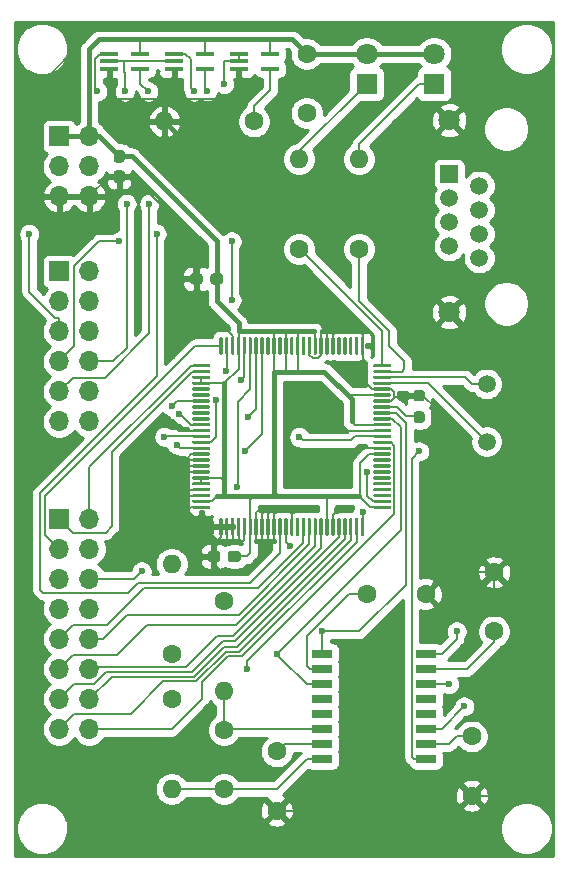
<source format=gtl>
G04 #@! TF.GenerationSoftware,KiCad,Pcbnew,(5.1.9)-1*
G04 #@! TF.CreationDate,2021-08-21T09:49:19+09:00*
G04 #@! TF.ProjectId,DragonOne_lan_rev02,44726167-6f6e-44f6-9e65-5f6c616e5f72,rev?*
G04 #@! TF.SameCoordinates,PX7cee6c0PY80befc0*
G04 #@! TF.FileFunction,Copper,L1,Top*
G04 #@! TF.FilePolarity,Positive*
%FSLAX46Y46*%
G04 Gerber Fmt 4.6, Leading zero omitted, Abs format (unit mm)*
G04 Created by KiCad (PCBNEW (5.1.9)-1) date 2021-08-21 09:49:19*
%MOMM*%
%LPD*%
G01*
G04 APERTURE LIST*
G04 #@! TA.AperFunction,ComponentPad*
%ADD10C,1.800000*%
G04 #@! TD*
G04 #@! TA.AperFunction,ComponentPad*
%ADD11C,1.500000*%
G04 #@! TD*
G04 #@! TA.AperFunction,ComponentPad*
%ADD12R,1.500000X1.500000*%
G04 #@! TD*
G04 #@! TA.AperFunction,SMDPad,CuDef*
%ADD13R,1.700000X0.760000*%
G04 #@! TD*
G04 #@! TA.AperFunction,SMDPad,CuDef*
%ADD14R,1.500000X0.400000*%
G04 #@! TD*
G04 #@! TA.AperFunction,ComponentPad*
%ADD15O,1.700000X1.700000*%
G04 #@! TD*
G04 #@! TA.AperFunction,ComponentPad*
%ADD16R,1.700000X1.700000*%
G04 #@! TD*
G04 #@! TA.AperFunction,ComponentPad*
%ADD17R,1.800000X1.800000*%
G04 #@! TD*
G04 #@! TA.AperFunction,ComponentPad*
%ADD18O,1.600000X1.600000*%
G04 #@! TD*
G04 #@! TA.AperFunction,ComponentPad*
%ADD19C,1.600000*%
G04 #@! TD*
G04 #@! TA.AperFunction,ViaPad*
%ADD20C,0.600000*%
G04 #@! TD*
G04 #@! TA.AperFunction,Conductor*
%ADD21C,0.200000*%
G04 #@! TD*
G04 #@! TA.AperFunction,Conductor*
%ADD22C,0.400000*%
G04 #@! TD*
G04 #@! TA.AperFunction,Conductor*
%ADD23C,0.254000*%
G04 #@! TD*
G04 #@! TA.AperFunction,Conductor*
%ADD24C,0.100000*%
G04 #@! TD*
G04 APERTURE END LIST*
D10*
X37465000Y62965000D03*
X37465000Y46715000D03*
D11*
X40005000Y51308000D03*
X40005000Y53340000D03*
X40005000Y55372000D03*
X40005000Y57404000D03*
X37465000Y52324000D03*
X37465000Y54356000D03*
X37465000Y56388000D03*
D12*
X37465000Y58420000D03*
G04 #@! TA.AperFunction,SMDPad,CuDef*
G36*
G01*
X31130000Y42345000D02*
X32455000Y42345000D01*
G75*
G02*
X32530000Y42270000I0J-75000D01*
G01*
X32530000Y42120000D01*
G75*
G02*
X32455000Y42045000I-75000J0D01*
G01*
X31130000Y42045000D01*
G75*
G02*
X31055000Y42120000I0J75000D01*
G01*
X31055000Y42270000D01*
G75*
G02*
X31130000Y42345000I75000J0D01*
G01*
G37*
G04 #@! TD.AperFunction*
G04 #@! TA.AperFunction,SMDPad,CuDef*
G36*
G01*
X31130000Y41845000D02*
X32455000Y41845000D01*
G75*
G02*
X32530000Y41770000I0J-75000D01*
G01*
X32530000Y41620000D01*
G75*
G02*
X32455000Y41545000I-75000J0D01*
G01*
X31130000Y41545000D01*
G75*
G02*
X31055000Y41620000I0J75000D01*
G01*
X31055000Y41770000D01*
G75*
G02*
X31130000Y41845000I75000J0D01*
G01*
G37*
G04 #@! TD.AperFunction*
G04 #@! TA.AperFunction,SMDPad,CuDef*
G36*
G01*
X31130000Y41345000D02*
X32455000Y41345000D01*
G75*
G02*
X32530000Y41270000I0J-75000D01*
G01*
X32530000Y41120000D01*
G75*
G02*
X32455000Y41045000I-75000J0D01*
G01*
X31130000Y41045000D01*
G75*
G02*
X31055000Y41120000I0J75000D01*
G01*
X31055000Y41270000D01*
G75*
G02*
X31130000Y41345000I75000J0D01*
G01*
G37*
G04 #@! TD.AperFunction*
G04 #@! TA.AperFunction,SMDPad,CuDef*
G36*
G01*
X31130000Y40845000D02*
X32455000Y40845000D01*
G75*
G02*
X32530000Y40770000I0J-75000D01*
G01*
X32530000Y40620000D01*
G75*
G02*
X32455000Y40545000I-75000J0D01*
G01*
X31130000Y40545000D01*
G75*
G02*
X31055000Y40620000I0J75000D01*
G01*
X31055000Y40770000D01*
G75*
G02*
X31130000Y40845000I75000J0D01*
G01*
G37*
G04 #@! TD.AperFunction*
G04 #@! TA.AperFunction,SMDPad,CuDef*
G36*
G01*
X31130000Y40345000D02*
X32455000Y40345000D01*
G75*
G02*
X32530000Y40270000I0J-75000D01*
G01*
X32530000Y40120000D01*
G75*
G02*
X32455000Y40045000I-75000J0D01*
G01*
X31130000Y40045000D01*
G75*
G02*
X31055000Y40120000I0J75000D01*
G01*
X31055000Y40270000D01*
G75*
G02*
X31130000Y40345000I75000J0D01*
G01*
G37*
G04 #@! TD.AperFunction*
G04 #@! TA.AperFunction,SMDPad,CuDef*
G36*
G01*
X31130000Y39845000D02*
X32455000Y39845000D01*
G75*
G02*
X32530000Y39770000I0J-75000D01*
G01*
X32530000Y39620000D01*
G75*
G02*
X32455000Y39545000I-75000J0D01*
G01*
X31130000Y39545000D01*
G75*
G02*
X31055000Y39620000I0J75000D01*
G01*
X31055000Y39770000D01*
G75*
G02*
X31130000Y39845000I75000J0D01*
G01*
G37*
G04 #@! TD.AperFunction*
G04 #@! TA.AperFunction,SMDPad,CuDef*
G36*
G01*
X31130000Y39345000D02*
X32455000Y39345000D01*
G75*
G02*
X32530000Y39270000I0J-75000D01*
G01*
X32530000Y39120000D01*
G75*
G02*
X32455000Y39045000I-75000J0D01*
G01*
X31130000Y39045000D01*
G75*
G02*
X31055000Y39120000I0J75000D01*
G01*
X31055000Y39270000D01*
G75*
G02*
X31130000Y39345000I75000J0D01*
G01*
G37*
G04 #@! TD.AperFunction*
G04 #@! TA.AperFunction,SMDPad,CuDef*
G36*
G01*
X31130000Y38845000D02*
X32455000Y38845000D01*
G75*
G02*
X32530000Y38770000I0J-75000D01*
G01*
X32530000Y38620000D01*
G75*
G02*
X32455000Y38545000I-75000J0D01*
G01*
X31130000Y38545000D01*
G75*
G02*
X31055000Y38620000I0J75000D01*
G01*
X31055000Y38770000D01*
G75*
G02*
X31130000Y38845000I75000J0D01*
G01*
G37*
G04 #@! TD.AperFunction*
G04 #@! TA.AperFunction,SMDPad,CuDef*
G36*
G01*
X31130000Y38345000D02*
X32455000Y38345000D01*
G75*
G02*
X32530000Y38270000I0J-75000D01*
G01*
X32530000Y38120000D01*
G75*
G02*
X32455000Y38045000I-75000J0D01*
G01*
X31130000Y38045000D01*
G75*
G02*
X31055000Y38120000I0J75000D01*
G01*
X31055000Y38270000D01*
G75*
G02*
X31130000Y38345000I75000J0D01*
G01*
G37*
G04 #@! TD.AperFunction*
G04 #@! TA.AperFunction,SMDPad,CuDef*
G36*
G01*
X31130000Y37845000D02*
X32455000Y37845000D01*
G75*
G02*
X32530000Y37770000I0J-75000D01*
G01*
X32530000Y37620000D01*
G75*
G02*
X32455000Y37545000I-75000J0D01*
G01*
X31130000Y37545000D01*
G75*
G02*
X31055000Y37620000I0J75000D01*
G01*
X31055000Y37770000D01*
G75*
G02*
X31130000Y37845000I75000J0D01*
G01*
G37*
G04 #@! TD.AperFunction*
G04 #@! TA.AperFunction,SMDPad,CuDef*
G36*
G01*
X31130000Y37345000D02*
X32455000Y37345000D01*
G75*
G02*
X32530000Y37270000I0J-75000D01*
G01*
X32530000Y37120000D01*
G75*
G02*
X32455000Y37045000I-75000J0D01*
G01*
X31130000Y37045000D01*
G75*
G02*
X31055000Y37120000I0J75000D01*
G01*
X31055000Y37270000D01*
G75*
G02*
X31130000Y37345000I75000J0D01*
G01*
G37*
G04 #@! TD.AperFunction*
G04 #@! TA.AperFunction,SMDPad,CuDef*
G36*
G01*
X31130000Y36845000D02*
X32455000Y36845000D01*
G75*
G02*
X32530000Y36770000I0J-75000D01*
G01*
X32530000Y36620000D01*
G75*
G02*
X32455000Y36545000I-75000J0D01*
G01*
X31130000Y36545000D01*
G75*
G02*
X31055000Y36620000I0J75000D01*
G01*
X31055000Y36770000D01*
G75*
G02*
X31130000Y36845000I75000J0D01*
G01*
G37*
G04 #@! TD.AperFunction*
G04 #@! TA.AperFunction,SMDPad,CuDef*
G36*
G01*
X31130000Y36345000D02*
X32455000Y36345000D01*
G75*
G02*
X32530000Y36270000I0J-75000D01*
G01*
X32530000Y36120000D01*
G75*
G02*
X32455000Y36045000I-75000J0D01*
G01*
X31130000Y36045000D01*
G75*
G02*
X31055000Y36120000I0J75000D01*
G01*
X31055000Y36270000D01*
G75*
G02*
X31130000Y36345000I75000J0D01*
G01*
G37*
G04 #@! TD.AperFunction*
G04 #@! TA.AperFunction,SMDPad,CuDef*
G36*
G01*
X31130000Y35845000D02*
X32455000Y35845000D01*
G75*
G02*
X32530000Y35770000I0J-75000D01*
G01*
X32530000Y35620000D01*
G75*
G02*
X32455000Y35545000I-75000J0D01*
G01*
X31130000Y35545000D01*
G75*
G02*
X31055000Y35620000I0J75000D01*
G01*
X31055000Y35770000D01*
G75*
G02*
X31130000Y35845000I75000J0D01*
G01*
G37*
G04 #@! TD.AperFunction*
G04 #@! TA.AperFunction,SMDPad,CuDef*
G36*
G01*
X31130000Y35345000D02*
X32455000Y35345000D01*
G75*
G02*
X32530000Y35270000I0J-75000D01*
G01*
X32530000Y35120000D01*
G75*
G02*
X32455000Y35045000I-75000J0D01*
G01*
X31130000Y35045000D01*
G75*
G02*
X31055000Y35120000I0J75000D01*
G01*
X31055000Y35270000D01*
G75*
G02*
X31130000Y35345000I75000J0D01*
G01*
G37*
G04 #@! TD.AperFunction*
G04 #@! TA.AperFunction,SMDPad,CuDef*
G36*
G01*
X31130000Y34845000D02*
X32455000Y34845000D01*
G75*
G02*
X32530000Y34770000I0J-75000D01*
G01*
X32530000Y34620000D01*
G75*
G02*
X32455000Y34545000I-75000J0D01*
G01*
X31130000Y34545000D01*
G75*
G02*
X31055000Y34620000I0J75000D01*
G01*
X31055000Y34770000D01*
G75*
G02*
X31130000Y34845000I75000J0D01*
G01*
G37*
G04 #@! TD.AperFunction*
G04 #@! TA.AperFunction,SMDPad,CuDef*
G36*
G01*
X31130000Y34345000D02*
X32455000Y34345000D01*
G75*
G02*
X32530000Y34270000I0J-75000D01*
G01*
X32530000Y34120000D01*
G75*
G02*
X32455000Y34045000I-75000J0D01*
G01*
X31130000Y34045000D01*
G75*
G02*
X31055000Y34120000I0J75000D01*
G01*
X31055000Y34270000D01*
G75*
G02*
X31130000Y34345000I75000J0D01*
G01*
G37*
G04 #@! TD.AperFunction*
G04 #@! TA.AperFunction,SMDPad,CuDef*
G36*
G01*
X31130000Y33845000D02*
X32455000Y33845000D01*
G75*
G02*
X32530000Y33770000I0J-75000D01*
G01*
X32530000Y33620000D01*
G75*
G02*
X32455000Y33545000I-75000J0D01*
G01*
X31130000Y33545000D01*
G75*
G02*
X31055000Y33620000I0J75000D01*
G01*
X31055000Y33770000D01*
G75*
G02*
X31130000Y33845000I75000J0D01*
G01*
G37*
G04 #@! TD.AperFunction*
G04 #@! TA.AperFunction,SMDPad,CuDef*
G36*
G01*
X31130000Y33345000D02*
X32455000Y33345000D01*
G75*
G02*
X32530000Y33270000I0J-75000D01*
G01*
X32530000Y33120000D01*
G75*
G02*
X32455000Y33045000I-75000J0D01*
G01*
X31130000Y33045000D01*
G75*
G02*
X31055000Y33120000I0J75000D01*
G01*
X31055000Y33270000D01*
G75*
G02*
X31130000Y33345000I75000J0D01*
G01*
G37*
G04 #@! TD.AperFunction*
G04 #@! TA.AperFunction,SMDPad,CuDef*
G36*
G01*
X31130000Y32845000D02*
X32455000Y32845000D01*
G75*
G02*
X32530000Y32770000I0J-75000D01*
G01*
X32530000Y32620000D01*
G75*
G02*
X32455000Y32545000I-75000J0D01*
G01*
X31130000Y32545000D01*
G75*
G02*
X31055000Y32620000I0J75000D01*
G01*
X31055000Y32770000D01*
G75*
G02*
X31130000Y32845000I75000J0D01*
G01*
G37*
G04 #@! TD.AperFunction*
G04 #@! TA.AperFunction,SMDPad,CuDef*
G36*
G01*
X31130000Y32345000D02*
X32455000Y32345000D01*
G75*
G02*
X32530000Y32270000I0J-75000D01*
G01*
X32530000Y32120000D01*
G75*
G02*
X32455000Y32045000I-75000J0D01*
G01*
X31130000Y32045000D01*
G75*
G02*
X31055000Y32120000I0J75000D01*
G01*
X31055000Y32270000D01*
G75*
G02*
X31130000Y32345000I75000J0D01*
G01*
G37*
G04 #@! TD.AperFunction*
G04 #@! TA.AperFunction,SMDPad,CuDef*
G36*
G01*
X31130000Y31845000D02*
X32455000Y31845000D01*
G75*
G02*
X32530000Y31770000I0J-75000D01*
G01*
X32530000Y31620000D01*
G75*
G02*
X32455000Y31545000I-75000J0D01*
G01*
X31130000Y31545000D01*
G75*
G02*
X31055000Y31620000I0J75000D01*
G01*
X31055000Y31770000D01*
G75*
G02*
X31130000Y31845000I75000J0D01*
G01*
G37*
G04 #@! TD.AperFunction*
G04 #@! TA.AperFunction,SMDPad,CuDef*
G36*
G01*
X31130000Y31345000D02*
X32455000Y31345000D01*
G75*
G02*
X32530000Y31270000I0J-75000D01*
G01*
X32530000Y31120000D01*
G75*
G02*
X32455000Y31045000I-75000J0D01*
G01*
X31130000Y31045000D01*
G75*
G02*
X31055000Y31120000I0J75000D01*
G01*
X31055000Y31270000D01*
G75*
G02*
X31130000Y31345000I75000J0D01*
G01*
G37*
G04 #@! TD.AperFunction*
G04 #@! TA.AperFunction,SMDPad,CuDef*
G36*
G01*
X31130000Y30845000D02*
X32455000Y30845000D01*
G75*
G02*
X32530000Y30770000I0J-75000D01*
G01*
X32530000Y30620000D01*
G75*
G02*
X32455000Y30545000I-75000J0D01*
G01*
X31130000Y30545000D01*
G75*
G02*
X31055000Y30620000I0J75000D01*
G01*
X31055000Y30770000D01*
G75*
G02*
X31130000Y30845000I75000J0D01*
G01*
G37*
G04 #@! TD.AperFunction*
G04 #@! TA.AperFunction,SMDPad,CuDef*
G36*
G01*
X31130000Y30345000D02*
X32455000Y30345000D01*
G75*
G02*
X32530000Y30270000I0J-75000D01*
G01*
X32530000Y30120000D01*
G75*
G02*
X32455000Y30045000I-75000J0D01*
G01*
X31130000Y30045000D01*
G75*
G02*
X31055000Y30120000I0J75000D01*
G01*
X31055000Y30270000D01*
G75*
G02*
X31130000Y30345000I75000J0D01*
G01*
G37*
G04 #@! TD.AperFunction*
G04 #@! TA.AperFunction,SMDPad,CuDef*
G36*
G01*
X30055000Y29270000D02*
X30205000Y29270000D01*
G75*
G02*
X30280000Y29195000I0J-75000D01*
G01*
X30280000Y27870000D01*
G75*
G02*
X30205000Y27795000I-75000J0D01*
G01*
X30055000Y27795000D01*
G75*
G02*
X29980000Y27870000I0J75000D01*
G01*
X29980000Y29195000D01*
G75*
G02*
X30055000Y29270000I75000J0D01*
G01*
G37*
G04 #@! TD.AperFunction*
G04 #@! TA.AperFunction,SMDPad,CuDef*
G36*
G01*
X29555000Y29270000D02*
X29705000Y29270000D01*
G75*
G02*
X29780000Y29195000I0J-75000D01*
G01*
X29780000Y27870000D01*
G75*
G02*
X29705000Y27795000I-75000J0D01*
G01*
X29555000Y27795000D01*
G75*
G02*
X29480000Y27870000I0J75000D01*
G01*
X29480000Y29195000D01*
G75*
G02*
X29555000Y29270000I75000J0D01*
G01*
G37*
G04 #@! TD.AperFunction*
G04 #@! TA.AperFunction,SMDPad,CuDef*
G36*
G01*
X29055000Y29270000D02*
X29205000Y29270000D01*
G75*
G02*
X29280000Y29195000I0J-75000D01*
G01*
X29280000Y27870000D01*
G75*
G02*
X29205000Y27795000I-75000J0D01*
G01*
X29055000Y27795000D01*
G75*
G02*
X28980000Y27870000I0J75000D01*
G01*
X28980000Y29195000D01*
G75*
G02*
X29055000Y29270000I75000J0D01*
G01*
G37*
G04 #@! TD.AperFunction*
G04 #@! TA.AperFunction,SMDPad,CuDef*
G36*
G01*
X28555000Y29270000D02*
X28705000Y29270000D01*
G75*
G02*
X28780000Y29195000I0J-75000D01*
G01*
X28780000Y27870000D01*
G75*
G02*
X28705000Y27795000I-75000J0D01*
G01*
X28555000Y27795000D01*
G75*
G02*
X28480000Y27870000I0J75000D01*
G01*
X28480000Y29195000D01*
G75*
G02*
X28555000Y29270000I75000J0D01*
G01*
G37*
G04 #@! TD.AperFunction*
G04 #@! TA.AperFunction,SMDPad,CuDef*
G36*
G01*
X28055000Y29270000D02*
X28205000Y29270000D01*
G75*
G02*
X28280000Y29195000I0J-75000D01*
G01*
X28280000Y27870000D01*
G75*
G02*
X28205000Y27795000I-75000J0D01*
G01*
X28055000Y27795000D01*
G75*
G02*
X27980000Y27870000I0J75000D01*
G01*
X27980000Y29195000D01*
G75*
G02*
X28055000Y29270000I75000J0D01*
G01*
G37*
G04 #@! TD.AperFunction*
G04 #@! TA.AperFunction,SMDPad,CuDef*
G36*
G01*
X27555000Y29270000D02*
X27705000Y29270000D01*
G75*
G02*
X27780000Y29195000I0J-75000D01*
G01*
X27780000Y27870000D01*
G75*
G02*
X27705000Y27795000I-75000J0D01*
G01*
X27555000Y27795000D01*
G75*
G02*
X27480000Y27870000I0J75000D01*
G01*
X27480000Y29195000D01*
G75*
G02*
X27555000Y29270000I75000J0D01*
G01*
G37*
G04 #@! TD.AperFunction*
G04 #@! TA.AperFunction,SMDPad,CuDef*
G36*
G01*
X27055000Y29270000D02*
X27205000Y29270000D01*
G75*
G02*
X27280000Y29195000I0J-75000D01*
G01*
X27280000Y27870000D01*
G75*
G02*
X27205000Y27795000I-75000J0D01*
G01*
X27055000Y27795000D01*
G75*
G02*
X26980000Y27870000I0J75000D01*
G01*
X26980000Y29195000D01*
G75*
G02*
X27055000Y29270000I75000J0D01*
G01*
G37*
G04 #@! TD.AperFunction*
G04 #@! TA.AperFunction,SMDPad,CuDef*
G36*
G01*
X26555000Y29270000D02*
X26705000Y29270000D01*
G75*
G02*
X26780000Y29195000I0J-75000D01*
G01*
X26780000Y27870000D01*
G75*
G02*
X26705000Y27795000I-75000J0D01*
G01*
X26555000Y27795000D01*
G75*
G02*
X26480000Y27870000I0J75000D01*
G01*
X26480000Y29195000D01*
G75*
G02*
X26555000Y29270000I75000J0D01*
G01*
G37*
G04 #@! TD.AperFunction*
G04 #@! TA.AperFunction,SMDPad,CuDef*
G36*
G01*
X26055000Y29270000D02*
X26205000Y29270000D01*
G75*
G02*
X26280000Y29195000I0J-75000D01*
G01*
X26280000Y27870000D01*
G75*
G02*
X26205000Y27795000I-75000J0D01*
G01*
X26055000Y27795000D01*
G75*
G02*
X25980000Y27870000I0J75000D01*
G01*
X25980000Y29195000D01*
G75*
G02*
X26055000Y29270000I75000J0D01*
G01*
G37*
G04 #@! TD.AperFunction*
G04 #@! TA.AperFunction,SMDPad,CuDef*
G36*
G01*
X25555000Y29270000D02*
X25705000Y29270000D01*
G75*
G02*
X25780000Y29195000I0J-75000D01*
G01*
X25780000Y27870000D01*
G75*
G02*
X25705000Y27795000I-75000J0D01*
G01*
X25555000Y27795000D01*
G75*
G02*
X25480000Y27870000I0J75000D01*
G01*
X25480000Y29195000D01*
G75*
G02*
X25555000Y29270000I75000J0D01*
G01*
G37*
G04 #@! TD.AperFunction*
G04 #@! TA.AperFunction,SMDPad,CuDef*
G36*
G01*
X25055000Y29270000D02*
X25205000Y29270000D01*
G75*
G02*
X25280000Y29195000I0J-75000D01*
G01*
X25280000Y27870000D01*
G75*
G02*
X25205000Y27795000I-75000J0D01*
G01*
X25055000Y27795000D01*
G75*
G02*
X24980000Y27870000I0J75000D01*
G01*
X24980000Y29195000D01*
G75*
G02*
X25055000Y29270000I75000J0D01*
G01*
G37*
G04 #@! TD.AperFunction*
G04 #@! TA.AperFunction,SMDPad,CuDef*
G36*
G01*
X24555000Y29270000D02*
X24705000Y29270000D01*
G75*
G02*
X24780000Y29195000I0J-75000D01*
G01*
X24780000Y27870000D01*
G75*
G02*
X24705000Y27795000I-75000J0D01*
G01*
X24555000Y27795000D01*
G75*
G02*
X24480000Y27870000I0J75000D01*
G01*
X24480000Y29195000D01*
G75*
G02*
X24555000Y29270000I75000J0D01*
G01*
G37*
G04 #@! TD.AperFunction*
G04 #@! TA.AperFunction,SMDPad,CuDef*
G36*
G01*
X24055000Y29270000D02*
X24205000Y29270000D01*
G75*
G02*
X24280000Y29195000I0J-75000D01*
G01*
X24280000Y27870000D01*
G75*
G02*
X24205000Y27795000I-75000J0D01*
G01*
X24055000Y27795000D01*
G75*
G02*
X23980000Y27870000I0J75000D01*
G01*
X23980000Y29195000D01*
G75*
G02*
X24055000Y29270000I75000J0D01*
G01*
G37*
G04 #@! TD.AperFunction*
G04 #@! TA.AperFunction,SMDPad,CuDef*
G36*
G01*
X23555000Y29270000D02*
X23705000Y29270000D01*
G75*
G02*
X23780000Y29195000I0J-75000D01*
G01*
X23780000Y27870000D01*
G75*
G02*
X23705000Y27795000I-75000J0D01*
G01*
X23555000Y27795000D01*
G75*
G02*
X23480000Y27870000I0J75000D01*
G01*
X23480000Y29195000D01*
G75*
G02*
X23555000Y29270000I75000J0D01*
G01*
G37*
G04 #@! TD.AperFunction*
G04 #@! TA.AperFunction,SMDPad,CuDef*
G36*
G01*
X23055000Y29270000D02*
X23205000Y29270000D01*
G75*
G02*
X23280000Y29195000I0J-75000D01*
G01*
X23280000Y27870000D01*
G75*
G02*
X23205000Y27795000I-75000J0D01*
G01*
X23055000Y27795000D01*
G75*
G02*
X22980000Y27870000I0J75000D01*
G01*
X22980000Y29195000D01*
G75*
G02*
X23055000Y29270000I75000J0D01*
G01*
G37*
G04 #@! TD.AperFunction*
G04 #@! TA.AperFunction,SMDPad,CuDef*
G36*
G01*
X22555000Y29270000D02*
X22705000Y29270000D01*
G75*
G02*
X22780000Y29195000I0J-75000D01*
G01*
X22780000Y27870000D01*
G75*
G02*
X22705000Y27795000I-75000J0D01*
G01*
X22555000Y27795000D01*
G75*
G02*
X22480000Y27870000I0J75000D01*
G01*
X22480000Y29195000D01*
G75*
G02*
X22555000Y29270000I75000J0D01*
G01*
G37*
G04 #@! TD.AperFunction*
G04 #@! TA.AperFunction,SMDPad,CuDef*
G36*
G01*
X22055000Y29270000D02*
X22205000Y29270000D01*
G75*
G02*
X22280000Y29195000I0J-75000D01*
G01*
X22280000Y27870000D01*
G75*
G02*
X22205000Y27795000I-75000J0D01*
G01*
X22055000Y27795000D01*
G75*
G02*
X21980000Y27870000I0J75000D01*
G01*
X21980000Y29195000D01*
G75*
G02*
X22055000Y29270000I75000J0D01*
G01*
G37*
G04 #@! TD.AperFunction*
G04 #@! TA.AperFunction,SMDPad,CuDef*
G36*
G01*
X21555000Y29270000D02*
X21705000Y29270000D01*
G75*
G02*
X21780000Y29195000I0J-75000D01*
G01*
X21780000Y27870000D01*
G75*
G02*
X21705000Y27795000I-75000J0D01*
G01*
X21555000Y27795000D01*
G75*
G02*
X21480000Y27870000I0J75000D01*
G01*
X21480000Y29195000D01*
G75*
G02*
X21555000Y29270000I75000J0D01*
G01*
G37*
G04 #@! TD.AperFunction*
G04 #@! TA.AperFunction,SMDPad,CuDef*
G36*
G01*
X21055000Y29270000D02*
X21205000Y29270000D01*
G75*
G02*
X21280000Y29195000I0J-75000D01*
G01*
X21280000Y27870000D01*
G75*
G02*
X21205000Y27795000I-75000J0D01*
G01*
X21055000Y27795000D01*
G75*
G02*
X20980000Y27870000I0J75000D01*
G01*
X20980000Y29195000D01*
G75*
G02*
X21055000Y29270000I75000J0D01*
G01*
G37*
G04 #@! TD.AperFunction*
G04 #@! TA.AperFunction,SMDPad,CuDef*
G36*
G01*
X20555000Y29270000D02*
X20705000Y29270000D01*
G75*
G02*
X20780000Y29195000I0J-75000D01*
G01*
X20780000Y27870000D01*
G75*
G02*
X20705000Y27795000I-75000J0D01*
G01*
X20555000Y27795000D01*
G75*
G02*
X20480000Y27870000I0J75000D01*
G01*
X20480000Y29195000D01*
G75*
G02*
X20555000Y29270000I75000J0D01*
G01*
G37*
G04 #@! TD.AperFunction*
G04 #@! TA.AperFunction,SMDPad,CuDef*
G36*
G01*
X20055000Y29270000D02*
X20205000Y29270000D01*
G75*
G02*
X20280000Y29195000I0J-75000D01*
G01*
X20280000Y27870000D01*
G75*
G02*
X20205000Y27795000I-75000J0D01*
G01*
X20055000Y27795000D01*
G75*
G02*
X19980000Y27870000I0J75000D01*
G01*
X19980000Y29195000D01*
G75*
G02*
X20055000Y29270000I75000J0D01*
G01*
G37*
G04 #@! TD.AperFunction*
G04 #@! TA.AperFunction,SMDPad,CuDef*
G36*
G01*
X19555000Y29270000D02*
X19705000Y29270000D01*
G75*
G02*
X19780000Y29195000I0J-75000D01*
G01*
X19780000Y27870000D01*
G75*
G02*
X19705000Y27795000I-75000J0D01*
G01*
X19555000Y27795000D01*
G75*
G02*
X19480000Y27870000I0J75000D01*
G01*
X19480000Y29195000D01*
G75*
G02*
X19555000Y29270000I75000J0D01*
G01*
G37*
G04 #@! TD.AperFunction*
G04 #@! TA.AperFunction,SMDPad,CuDef*
G36*
G01*
X19055000Y29270000D02*
X19205000Y29270000D01*
G75*
G02*
X19280000Y29195000I0J-75000D01*
G01*
X19280000Y27870000D01*
G75*
G02*
X19205000Y27795000I-75000J0D01*
G01*
X19055000Y27795000D01*
G75*
G02*
X18980000Y27870000I0J75000D01*
G01*
X18980000Y29195000D01*
G75*
G02*
X19055000Y29270000I75000J0D01*
G01*
G37*
G04 #@! TD.AperFunction*
G04 #@! TA.AperFunction,SMDPad,CuDef*
G36*
G01*
X18555000Y29270000D02*
X18705000Y29270000D01*
G75*
G02*
X18780000Y29195000I0J-75000D01*
G01*
X18780000Y27870000D01*
G75*
G02*
X18705000Y27795000I-75000J0D01*
G01*
X18555000Y27795000D01*
G75*
G02*
X18480000Y27870000I0J75000D01*
G01*
X18480000Y29195000D01*
G75*
G02*
X18555000Y29270000I75000J0D01*
G01*
G37*
G04 #@! TD.AperFunction*
G04 #@! TA.AperFunction,SMDPad,CuDef*
G36*
G01*
X18055000Y29270000D02*
X18205000Y29270000D01*
G75*
G02*
X18280000Y29195000I0J-75000D01*
G01*
X18280000Y27870000D01*
G75*
G02*
X18205000Y27795000I-75000J0D01*
G01*
X18055000Y27795000D01*
G75*
G02*
X17980000Y27870000I0J75000D01*
G01*
X17980000Y29195000D01*
G75*
G02*
X18055000Y29270000I75000J0D01*
G01*
G37*
G04 #@! TD.AperFunction*
G04 #@! TA.AperFunction,SMDPad,CuDef*
G36*
G01*
X15805000Y30345000D02*
X17130000Y30345000D01*
G75*
G02*
X17205000Y30270000I0J-75000D01*
G01*
X17205000Y30120000D01*
G75*
G02*
X17130000Y30045000I-75000J0D01*
G01*
X15805000Y30045000D01*
G75*
G02*
X15730000Y30120000I0J75000D01*
G01*
X15730000Y30270000D01*
G75*
G02*
X15805000Y30345000I75000J0D01*
G01*
G37*
G04 #@! TD.AperFunction*
G04 #@! TA.AperFunction,SMDPad,CuDef*
G36*
G01*
X15805000Y30845000D02*
X17130000Y30845000D01*
G75*
G02*
X17205000Y30770000I0J-75000D01*
G01*
X17205000Y30620000D01*
G75*
G02*
X17130000Y30545000I-75000J0D01*
G01*
X15805000Y30545000D01*
G75*
G02*
X15730000Y30620000I0J75000D01*
G01*
X15730000Y30770000D01*
G75*
G02*
X15805000Y30845000I75000J0D01*
G01*
G37*
G04 #@! TD.AperFunction*
G04 #@! TA.AperFunction,SMDPad,CuDef*
G36*
G01*
X15805000Y31345000D02*
X17130000Y31345000D01*
G75*
G02*
X17205000Y31270000I0J-75000D01*
G01*
X17205000Y31120000D01*
G75*
G02*
X17130000Y31045000I-75000J0D01*
G01*
X15805000Y31045000D01*
G75*
G02*
X15730000Y31120000I0J75000D01*
G01*
X15730000Y31270000D01*
G75*
G02*
X15805000Y31345000I75000J0D01*
G01*
G37*
G04 #@! TD.AperFunction*
G04 #@! TA.AperFunction,SMDPad,CuDef*
G36*
G01*
X15805000Y31845000D02*
X17130000Y31845000D01*
G75*
G02*
X17205000Y31770000I0J-75000D01*
G01*
X17205000Y31620000D01*
G75*
G02*
X17130000Y31545000I-75000J0D01*
G01*
X15805000Y31545000D01*
G75*
G02*
X15730000Y31620000I0J75000D01*
G01*
X15730000Y31770000D01*
G75*
G02*
X15805000Y31845000I75000J0D01*
G01*
G37*
G04 #@! TD.AperFunction*
G04 #@! TA.AperFunction,SMDPad,CuDef*
G36*
G01*
X15805000Y32345000D02*
X17130000Y32345000D01*
G75*
G02*
X17205000Y32270000I0J-75000D01*
G01*
X17205000Y32120000D01*
G75*
G02*
X17130000Y32045000I-75000J0D01*
G01*
X15805000Y32045000D01*
G75*
G02*
X15730000Y32120000I0J75000D01*
G01*
X15730000Y32270000D01*
G75*
G02*
X15805000Y32345000I75000J0D01*
G01*
G37*
G04 #@! TD.AperFunction*
G04 #@! TA.AperFunction,SMDPad,CuDef*
G36*
G01*
X15805000Y32845000D02*
X17130000Y32845000D01*
G75*
G02*
X17205000Y32770000I0J-75000D01*
G01*
X17205000Y32620000D01*
G75*
G02*
X17130000Y32545000I-75000J0D01*
G01*
X15805000Y32545000D01*
G75*
G02*
X15730000Y32620000I0J75000D01*
G01*
X15730000Y32770000D01*
G75*
G02*
X15805000Y32845000I75000J0D01*
G01*
G37*
G04 #@! TD.AperFunction*
G04 #@! TA.AperFunction,SMDPad,CuDef*
G36*
G01*
X15805000Y33345000D02*
X17130000Y33345000D01*
G75*
G02*
X17205000Y33270000I0J-75000D01*
G01*
X17205000Y33120000D01*
G75*
G02*
X17130000Y33045000I-75000J0D01*
G01*
X15805000Y33045000D01*
G75*
G02*
X15730000Y33120000I0J75000D01*
G01*
X15730000Y33270000D01*
G75*
G02*
X15805000Y33345000I75000J0D01*
G01*
G37*
G04 #@! TD.AperFunction*
G04 #@! TA.AperFunction,SMDPad,CuDef*
G36*
G01*
X15805000Y33845000D02*
X17130000Y33845000D01*
G75*
G02*
X17205000Y33770000I0J-75000D01*
G01*
X17205000Y33620000D01*
G75*
G02*
X17130000Y33545000I-75000J0D01*
G01*
X15805000Y33545000D01*
G75*
G02*
X15730000Y33620000I0J75000D01*
G01*
X15730000Y33770000D01*
G75*
G02*
X15805000Y33845000I75000J0D01*
G01*
G37*
G04 #@! TD.AperFunction*
G04 #@! TA.AperFunction,SMDPad,CuDef*
G36*
G01*
X15805000Y34345000D02*
X17130000Y34345000D01*
G75*
G02*
X17205000Y34270000I0J-75000D01*
G01*
X17205000Y34120000D01*
G75*
G02*
X17130000Y34045000I-75000J0D01*
G01*
X15805000Y34045000D01*
G75*
G02*
X15730000Y34120000I0J75000D01*
G01*
X15730000Y34270000D01*
G75*
G02*
X15805000Y34345000I75000J0D01*
G01*
G37*
G04 #@! TD.AperFunction*
G04 #@! TA.AperFunction,SMDPad,CuDef*
G36*
G01*
X15805000Y34845000D02*
X17130000Y34845000D01*
G75*
G02*
X17205000Y34770000I0J-75000D01*
G01*
X17205000Y34620000D01*
G75*
G02*
X17130000Y34545000I-75000J0D01*
G01*
X15805000Y34545000D01*
G75*
G02*
X15730000Y34620000I0J75000D01*
G01*
X15730000Y34770000D01*
G75*
G02*
X15805000Y34845000I75000J0D01*
G01*
G37*
G04 #@! TD.AperFunction*
G04 #@! TA.AperFunction,SMDPad,CuDef*
G36*
G01*
X15805000Y35345000D02*
X17130000Y35345000D01*
G75*
G02*
X17205000Y35270000I0J-75000D01*
G01*
X17205000Y35120000D01*
G75*
G02*
X17130000Y35045000I-75000J0D01*
G01*
X15805000Y35045000D01*
G75*
G02*
X15730000Y35120000I0J75000D01*
G01*
X15730000Y35270000D01*
G75*
G02*
X15805000Y35345000I75000J0D01*
G01*
G37*
G04 #@! TD.AperFunction*
G04 #@! TA.AperFunction,SMDPad,CuDef*
G36*
G01*
X15805000Y35845000D02*
X17130000Y35845000D01*
G75*
G02*
X17205000Y35770000I0J-75000D01*
G01*
X17205000Y35620000D01*
G75*
G02*
X17130000Y35545000I-75000J0D01*
G01*
X15805000Y35545000D01*
G75*
G02*
X15730000Y35620000I0J75000D01*
G01*
X15730000Y35770000D01*
G75*
G02*
X15805000Y35845000I75000J0D01*
G01*
G37*
G04 #@! TD.AperFunction*
G04 #@! TA.AperFunction,SMDPad,CuDef*
G36*
G01*
X15805000Y36345000D02*
X17130000Y36345000D01*
G75*
G02*
X17205000Y36270000I0J-75000D01*
G01*
X17205000Y36120000D01*
G75*
G02*
X17130000Y36045000I-75000J0D01*
G01*
X15805000Y36045000D01*
G75*
G02*
X15730000Y36120000I0J75000D01*
G01*
X15730000Y36270000D01*
G75*
G02*
X15805000Y36345000I75000J0D01*
G01*
G37*
G04 #@! TD.AperFunction*
G04 #@! TA.AperFunction,SMDPad,CuDef*
G36*
G01*
X15805000Y36845000D02*
X17130000Y36845000D01*
G75*
G02*
X17205000Y36770000I0J-75000D01*
G01*
X17205000Y36620000D01*
G75*
G02*
X17130000Y36545000I-75000J0D01*
G01*
X15805000Y36545000D01*
G75*
G02*
X15730000Y36620000I0J75000D01*
G01*
X15730000Y36770000D01*
G75*
G02*
X15805000Y36845000I75000J0D01*
G01*
G37*
G04 #@! TD.AperFunction*
G04 #@! TA.AperFunction,SMDPad,CuDef*
G36*
G01*
X15805000Y37345000D02*
X17130000Y37345000D01*
G75*
G02*
X17205000Y37270000I0J-75000D01*
G01*
X17205000Y37120000D01*
G75*
G02*
X17130000Y37045000I-75000J0D01*
G01*
X15805000Y37045000D01*
G75*
G02*
X15730000Y37120000I0J75000D01*
G01*
X15730000Y37270000D01*
G75*
G02*
X15805000Y37345000I75000J0D01*
G01*
G37*
G04 #@! TD.AperFunction*
G04 #@! TA.AperFunction,SMDPad,CuDef*
G36*
G01*
X15805000Y37845000D02*
X17130000Y37845000D01*
G75*
G02*
X17205000Y37770000I0J-75000D01*
G01*
X17205000Y37620000D01*
G75*
G02*
X17130000Y37545000I-75000J0D01*
G01*
X15805000Y37545000D01*
G75*
G02*
X15730000Y37620000I0J75000D01*
G01*
X15730000Y37770000D01*
G75*
G02*
X15805000Y37845000I75000J0D01*
G01*
G37*
G04 #@! TD.AperFunction*
G04 #@! TA.AperFunction,SMDPad,CuDef*
G36*
G01*
X15805000Y38345000D02*
X17130000Y38345000D01*
G75*
G02*
X17205000Y38270000I0J-75000D01*
G01*
X17205000Y38120000D01*
G75*
G02*
X17130000Y38045000I-75000J0D01*
G01*
X15805000Y38045000D01*
G75*
G02*
X15730000Y38120000I0J75000D01*
G01*
X15730000Y38270000D01*
G75*
G02*
X15805000Y38345000I75000J0D01*
G01*
G37*
G04 #@! TD.AperFunction*
G04 #@! TA.AperFunction,SMDPad,CuDef*
G36*
G01*
X15805000Y38845000D02*
X17130000Y38845000D01*
G75*
G02*
X17205000Y38770000I0J-75000D01*
G01*
X17205000Y38620000D01*
G75*
G02*
X17130000Y38545000I-75000J0D01*
G01*
X15805000Y38545000D01*
G75*
G02*
X15730000Y38620000I0J75000D01*
G01*
X15730000Y38770000D01*
G75*
G02*
X15805000Y38845000I75000J0D01*
G01*
G37*
G04 #@! TD.AperFunction*
G04 #@! TA.AperFunction,SMDPad,CuDef*
G36*
G01*
X15805000Y39345000D02*
X17130000Y39345000D01*
G75*
G02*
X17205000Y39270000I0J-75000D01*
G01*
X17205000Y39120000D01*
G75*
G02*
X17130000Y39045000I-75000J0D01*
G01*
X15805000Y39045000D01*
G75*
G02*
X15730000Y39120000I0J75000D01*
G01*
X15730000Y39270000D01*
G75*
G02*
X15805000Y39345000I75000J0D01*
G01*
G37*
G04 #@! TD.AperFunction*
G04 #@! TA.AperFunction,SMDPad,CuDef*
G36*
G01*
X15805000Y39845000D02*
X17130000Y39845000D01*
G75*
G02*
X17205000Y39770000I0J-75000D01*
G01*
X17205000Y39620000D01*
G75*
G02*
X17130000Y39545000I-75000J0D01*
G01*
X15805000Y39545000D01*
G75*
G02*
X15730000Y39620000I0J75000D01*
G01*
X15730000Y39770000D01*
G75*
G02*
X15805000Y39845000I75000J0D01*
G01*
G37*
G04 #@! TD.AperFunction*
G04 #@! TA.AperFunction,SMDPad,CuDef*
G36*
G01*
X15805000Y40345000D02*
X17130000Y40345000D01*
G75*
G02*
X17205000Y40270000I0J-75000D01*
G01*
X17205000Y40120000D01*
G75*
G02*
X17130000Y40045000I-75000J0D01*
G01*
X15805000Y40045000D01*
G75*
G02*
X15730000Y40120000I0J75000D01*
G01*
X15730000Y40270000D01*
G75*
G02*
X15805000Y40345000I75000J0D01*
G01*
G37*
G04 #@! TD.AperFunction*
G04 #@! TA.AperFunction,SMDPad,CuDef*
G36*
G01*
X15805000Y40845000D02*
X17130000Y40845000D01*
G75*
G02*
X17205000Y40770000I0J-75000D01*
G01*
X17205000Y40620000D01*
G75*
G02*
X17130000Y40545000I-75000J0D01*
G01*
X15805000Y40545000D01*
G75*
G02*
X15730000Y40620000I0J75000D01*
G01*
X15730000Y40770000D01*
G75*
G02*
X15805000Y40845000I75000J0D01*
G01*
G37*
G04 #@! TD.AperFunction*
G04 #@! TA.AperFunction,SMDPad,CuDef*
G36*
G01*
X15805000Y41345000D02*
X17130000Y41345000D01*
G75*
G02*
X17205000Y41270000I0J-75000D01*
G01*
X17205000Y41120000D01*
G75*
G02*
X17130000Y41045000I-75000J0D01*
G01*
X15805000Y41045000D01*
G75*
G02*
X15730000Y41120000I0J75000D01*
G01*
X15730000Y41270000D01*
G75*
G02*
X15805000Y41345000I75000J0D01*
G01*
G37*
G04 #@! TD.AperFunction*
G04 #@! TA.AperFunction,SMDPad,CuDef*
G36*
G01*
X15805000Y41845000D02*
X17130000Y41845000D01*
G75*
G02*
X17205000Y41770000I0J-75000D01*
G01*
X17205000Y41620000D01*
G75*
G02*
X17130000Y41545000I-75000J0D01*
G01*
X15805000Y41545000D01*
G75*
G02*
X15730000Y41620000I0J75000D01*
G01*
X15730000Y41770000D01*
G75*
G02*
X15805000Y41845000I75000J0D01*
G01*
G37*
G04 #@! TD.AperFunction*
G04 #@! TA.AperFunction,SMDPad,CuDef*
G36*
G01*
X15805000Y42345000D02*
X17130000Y42345000D01*
G75*
G02*
X17205000Y42270000I0J-75000D01*
G01*
X17205000Y42120000D01*
G75*
G02*
X17130000Y42045000I-75000J0D01*
G01*
X15805000Y42045000D01*
G75*
G02*
X15730000Y42120000I0J75000D01*
G01*
X15730000Y42270000D01*
G75*
G02*
X15805000Y42345000I75000J0D01*
G01*
G37*
G04 #@! TD.AperFunction*
G04 #@! TA.AperFunction,SMDPad,CuDef*
G36*
G01*
X18055000Y44595000D02*
X18205000Y44595000D01*
G75*
G02*
X18280000Y44520000I0J-75000D01*
G01*
X18280000Y43195000D01*
G75*
G02*
X18205000Y43120000I-75000J0D01*
G01*
X18055000Y43120000D01*
G75*
G02*
X17980000Y43195000I0J75000D01*
G01*
X17980000Y44520000D01*
G75*
G02*
X18055000Y44595000I75000J0D01*
G01*
G37*
G04 #@! TD.AperFunction*
G04 #@! TA.AperFunction,SMDPad,CuDef*
G36*
G01*
X18555000Y44595000D02*
X18705000Y44595000D01*
G75*
G02*
X18780000Y44520000I0J-75000D01*
G01*
X18780000Y43195000D01*
G75*
G02*
X18705000Y43120000I-75000J0D01*
G01*
X18555000Y43120000D01*
G75*
G02*
X18480000Y43195000I0J75000D01*
G01*
X18480000Y44520000D01*
G75*
G02*
X18555000Y44595000I75000J0D01*
G01*
G37*
G04 #@! TD.AperFunction*
G04 #@! TA.AperFunction,SMDPad,CuDef*
G36*
G01*
X19055000Y44595000D02*
X19205000Y44595000D01*
G75*
G02*
X19280000Y44520000I0J-75000D01*
G01*
X19280000Y43195000D01*
G75*
G02*
X19205000Y43120000I-75000J0D01*
G01*
X19055000Y43120000D01*
G75*
G02*
X18980000Y43195000I0J75000D01*
G01*
X18980000Y44520000D01*
G75*
G02*
X19055000Y44595000I75000J0D01*
G01*
G37*
G04 #@! TD.AperFunction*
G04 #@! TA.AperFunction,SMDPad,CuDef*
G36*
G01*
X19555000Y44595000D02*
X19705000Y44595000D01*
G75*
G02*
X19780000Y44520000I0J-75000D01*
G01*
X19780000Y43195000D01*
G75*
G02*
X19705000Y43120000I-75000J0D01*
G01*
X19555000Y43120000D01*
G75*
G02*
X19480000Y43195000I0J75000D01*
G01*
X19480000Y44520000D01*
G75*
G02*
X19555000Y44595000I75000J0D01*
G01*
G37*
G04 #@! TD.AperFunction*
G04 #@! TA.AperFunction,SMDPad,CuDef*
G36*
G01*
X20055000Y44595000D02*
X20205000Y44595000D01*
G75*
G02*
X20280000Y44520000I0J-75000D01*
G01*
X20280000Y43195000D01*
G75*
G02*
X20205000Y43120000I-75000J0D01*
G01*
X20055000Y43120000D01*
G75*
G02*
X19980000Y43195000I0J75000D01*
G01*
X19980000Y44520000D01*
G75*
G02*
X20055000Y44595000I75000J0D01*
G01*
G37*
G04 #@! TD.AperFunction*
G04 #@! TA.AperFunction,SMDPad,CuDef*
G36*
G01*
X20555000Y44595000D02*
X20705000Y44595000D01*
G75*
G02*
X20780000Y44520000I0J-75000D01*
G01*
X20780000Y43195000D01*
G75*
G02*
X20705000Y43120000I-75000J0D01*
G01*
X20555000Y43120000D01*
G75*
G02*
X20480000Y43195000I0J75000D01*
G01*
X20480000Y44520000D01*
G75*
G02*
X20555000Y44595000I75000J0D01*
G01*
G37*
G04 #@! TD.AperFunction*
G04 #@! TA.AperFunction,SMDPad,CuDef*
G36*
G01*
X21055000Y44595000D02*
X21205000Y44595000D01*
G75*
G02*
X21280000Y44520000I0J-75000D01*
G01*
X21280000Y43195000D01*
G75*
G02*
X21205000Y43120000I-75000J0D01*
G01*
X21055000Y43120000D01*
G75*
G02*
X20980000Y43195000I0J75000D01*
G01*
X20980000Y44520000D01*
G75*
G02*
X21055000Y44595000I75000J0D01*
G01*
G37*
G04 #@! TD.AperFunction*
G04 #@! TA.AperFunction,SMDPad,CuDef*
G36*
G01*
X21555000Y44595000D02*
X21705000Y44595000D01*
G75*
G02*
X21780000Y44520000I0J-75000D01*
G01*
X21780000Y43195000D01*
G75*
G02*
X21705000Y43120000I-75000J0D01*
G01*
X21555000Y43120000D01*
G75*
G02*
X21480000Y43195000I0J75000D01*
G01*
X21480000Y44520000D01*
G75*
G02*
X21555000Y44595000I75000J0D01*
G01*
G37*
G04 #@! TD.AperFunction*
G04 #@! TA.AperFunction,SMDPad,CuDef*
G36*
G01*
X22055000Y44595000D02*
X22205000Y44595000D01*
G75*
G02*
X22280000Y44520000I0J-75000D01*
G01*
X22280000Y43195000D01*
G75*
G02*
X22205000Y43120000I-75000J0D01*
G01*
X22055000Y43120000D01*
G75*
G02*
X21980000Y43195000I0J75000D01*
G01*
X21980000Y44520000D01*
G75*
G02*
X22055000Y44595000I75000J0D01*
G01*
G37*
G04 #@! TD.AperFunction*
G04 #@! TA.AperFunction,SMDPad,CuDef*
G36*
G01*
X22555000Y44595000D02*
X22705000Y44595000D01*
G75*
G02*
X22780000Y44520000I0J-75000D01*
G01*
X22780000Y43195000D01*
G75*
G02*
X22705000Y43120000I-75000J0D01*
G01*
X22555000Y43120000D01*
G75*
G02*
X22480000Y43195000I0J75000D01*
G01*
X22480000Y44520000D01*
G75*
G02*
X22555000Y44595000I75000J0D01*
G01*
G37*
G04 #@! TD.AperFunction*
G04 #@! TA.AperFunction,SMDPad,CuDef*
G36*
G01*
X23055000Y44595000D02*
X23205000Y44595000D01*
G75*
G02*
X23280000Y44520000I0J-75000D01*
G01*
X23280000Y43195000D01*
G75*
G02*
X23205000Y43120000I-75000J0D01*
G01*
X23055000Y43120000D01*
G75*
G02*
X22980000Y43195000I0J75000D01*
G01*
X22980000Y44520000D01*
G75*
G02*
X23055000Y44595000I75000J0D01*
G01*
G37*
G04 #@! TD.AperFunction*
G04 #@! TA.AperFunction,SMDPad,CuDef*
G36*
G01*
X23555000Y44595000D02*
X23705000Y44595000D01*
G75*
G02*
X23780000Y44520000I0J-75000D01*
G01*
X23780000Y43195000D01*
G75*
G02*
X23705000Y43120000I-75000J0D01*
G01*
X23555000Y43120000D01*
G75*
G02*
X23480000Y43195000I0J75000D01*
G01*
X23480000Y44520000D01*
G75*
G02*
X23555000Y44595000I75000J0D01*
G01*
G37*
G04 #@! TD.AperFunction*
G04 #@! TA.AperFunction,SMDPad,CuDef*
G36*
G01*
X24055000Y44595000D02*
X24205000Y44595000D01*
G75*
G02*
X24280000Y44520000I0J-75000D01*
G01*
X24280000Y43195000D01*
G75*
G02*
X24205000Y43120000I-75000J0D01*
G01*
X24055000Y43120000D01*
G75*
G02*
X23980000Y43195000I0J75000D01*
G01*
X23980000Y44520000D01*
G75*
G02*
X24055000Y44595000I75000J0D01*
G01*
G37*
G04 #@! TD.AperFunction*
G04 #@! TA.AperFunction,SMDPad,CuDef*
G36*
G01*
X24555000Y44595000D02*
X24705000Y44595000D01*
G75*
G02*
X24780000Y44520000I0J-75000D01*
G01*
X24780000Y43195000D01*
G75*
G02*
X24705000Y43120000I-75000J0D01*
G01*
X24555000Y43120000D01*
G75*
G02*
X24480000Y43195000I0J75000D01*
G01*
X24480000Y44520000D01*
G75*
G02*
X24555000Y44595000I75000J0D01*
G01*
G37*
G04 #@! TD.AperFunction*
G04 #@! TA.AperFunction,SMDPad,CuDef*
G36*
G01*
X25055000Y44595000D02*
X25205000Y44595000D01*
G75*
G02*
X25280000Y44520000I0J-75000D01*
G01*
X25280000Y43195000D01*
G75*
G02*
X25205000Y43120000I-75000J0D01*
G01*
X25055000Y43120000D01*
G75*
G02*
X24980000Y43195000I0J75000D01*
G01*
X24980000Y44520000D01*
G75*
G02*
X25055000Y44595000I75000J0D01*
G01*
G37*
G04 #@! TD.AperFunction*
G04 #@! TA.AperFunction,SMDPad,CuDef*
G36*
G01*
X25555000Y44595000D02*
X25705000Y44595000D01*
G75*
G02*
X25780000Y44520000I0J-75000D01*
G01*
X25780000Y43195000D01*
G75*
G02*
X25705000Y43120000I-75000J0D01*
G01*
X25555000Y43120000D01*
G75*
G02*
X25480000Y43195000I0J75000D01*
G01*
X25480000Y44520000D01*
G75*
G02*
X25555000Y44595000I75000J0D01*
G01*
G37*
G04 #@! TD.AperFunction*
G04 #@! TA.AperFunction,SMDPad,CuDef*
G36*
G01*
X26055000Y44595000D02*
X26205000Y44595000D01*
G75*
G02*
X26280000Y44520000I0J-75000D01*
G01*
X26280000Y43195000D01*
G75*
G02*
X26205000Y43120000I-75000J0D01*
G01*
X26055000Y43120000D01*
G75*
G02*
X25980000Y43195000I0J75000D01*
G01*
X25980000Y44520000D01*
G75*
G02*
X26055000Y44595000I75000J0D01*
G01*
G37*
G04 #@! TD.AperFunction*
G04 #@! TA.AperFunction,SMDPad,CuDef*
G36*
G01*
X26555000Y44595000D02*
X26705000Y44595000D01*
G75*
G02*
X26780000Y44520000I0J-75000D01*
G01*
X26780000Y43195000D01*
G75*
G02*
X26705000Y43120000I-75000J0D01*
G01*
X26555000Y43120000D01*
G75*
G02*
X26480000Y43195000I0J75000D01*
G01*
X26480000Y44520000D01*
G75*
G02*
X26555000Y44595000I75000J0D01*
G01*
G37*
G04 #@! TD.AperFunction*
G04 #@! TA.AperFunction,SMDPad,CuDef*
G36*
G01*
X27055000Y44595000D02*
X27205000Y44595000D01*
G75*
G02*
X27280000Y44520000I0J-75000D01*
G01*
X27280000Y43195000D01*
G75*
G02*
X27205000Y43120000I-75000J0D01*
G01*
X27055000Y43120000D01*
G75*
G02*
X26980000Y43195000I0J75000D01*
G01*
X26980000Y44520000D01*
G75*
G02*
X27055000Y44595000I75000J0D01*
G01*
G37*
G04 #@! TD.AperFunction*
G04 #@! TA.AperFunction,SMDPad,CuDef*
G36*
G01*
X27555000Y44595000D02*
X27705000Y44595000D01*
G75*
G02*
X27780000Y44520000I0J-75000D01*
G01*
X27780000Y43195000D01*
G75*
G02*
X27705000Y43120000I-75000J0D01*
G01*
X27555000Y43120000D01*
G75*
G02*
X27480000Y43195000I0J75000D01*
G01*
X27480000Y44520000D01*
G75*
G02*
X27555000Y44595000I75000J0D01*
G01*
G37*
G04 #@! TD.AperFunction*
G04 #@! TA.AperFunction,SMDPad,CuDef*
G36*
G01*
X28055000Y44595000D02*
X28205000Y44595000D01*
G75*
G02*
X28280000Y44520000I0J-75000D01*
G01*
X28280000Y43195000D01*
G75*
G02*
X28205000Y43120000I-75000J0D01*
G01*
X28055000Y43120000D01*
G75*
G02*
X27980000Y43195000I0J75000D01*
G01*
X27980000Y44520000D01*
G75*
G02*
X28055000Y44595000I75000J0D01*
G01*
G37*
G04 #@! TD.AperFunction*
G04 #@! TA.AperFunction,SMDPad,CuDef*
G36*
G01*
X28555000Y44595000D02*
X28705000Y44595000D01*
G75*
G02*
X28780000Y44520000I0J-75000D01*
G01*
X28780000Y43195000D01*
G75*
G02*
X28705000Y43120000I-75000J0D01*
G01*
X28555000Y43120000D01*
G75*
G02*
X28480000Y43195000I0J75000D01*
G01*
X28480000Y44520000D01*
G75*
G02*
X28555000Y44595000I75000J0D01*
G01*
G37*
G04 #@! TD.AperFunction*
G04 #@! TA.AperFunction,SMDPad,CuDef*
G36*
G01*
X29055000Y44595000D02*
X29205000Y44595000D01*
G75*
G02*
X29280000Y44520000I0J-75000D01*
G01*
X29280000Y43195000D01*
G75*
G02*
X29205000Y43120000I-75000J0D01*
G01*
X29055000Y43120000D01*
G75*
G02*
X28980000Y43195000I0J75000D01*
G01*
X28980000Y44520000D01*
G75*
G02*
X29055000Y44595000I75000J0D01*
G01*
G37*
G04 #@! TD.AperFunction*
G04 #@! TA.AperFunction,SMDPad,CuDef*
G36*
G01*
X29555000Y44595000D02*
X29705000Y44595000D01*
G75*
G02*
X29780000Y44520000I0J-75000D01*
G01*
X29780000Y43195000D01*
G75*
G02*
X29705000Y43120000I-75000J0D01*
G01*
X29555000Y43120000D01*
G75*
G02*
X29480000Y43195000I0J75000D01*
G01*
X29480000Y44520000D01*
G75*
G02*
X29555000Y44595000I75000J0D01*
G01*
G37*
G04 #@! TD.AperFunction*
G04 #@! TA.AperFunction,SMDPad,CuDef*
G36*
G01*
X30055000Y44595000D02*
X30205000Y44595000D01*
G75*
G02*
X30280000Y44520000I0J-75000D01*
G01*
X30280000Y43195000D01*
G75*
G02*
X30205000Y43120000I-75000J0D01*
G01*
X30055000Y43120000D01*
G75*
G02*
X29980000Y43195000I0J75000D01*
G01*
X29980000Y44520000D01*
G75*
G02*
X30055000Y44595000I75000J0D01*
G01*
G37*
G04 #@! TD.AperFunction*
D13*
X35515000Y12700000D03*
X35515000Y17780000D03*
X35515000Y13970000D03*
X35515000Y10160000D03*
X35515000Y16510000D03*
X35515000Y8890000D03*
X35515000Y11430000D03*
X35515000Y15240000D03*
X26715000Y8890000D03*
X26715000Y11430000D03*
X26715000Y12700000D03*
X26715000Y10160000D03*
X26715000Y13970000D03*
X26715000Y15240000D03*
X26715000Y16510000D03*
X26715000Y17780000D03*
G04 #@! TA.AperFunction,SMDPad,CuDef*
G36*
G01*
X18090000Y26272500D02*
X18090000Y25797500D01*
G75*
G02*
X17852500Y25560000I-237500J0D01*
G01*
X17252500Y25560000D01*
G75*
G02*
X17015000Y25797500I0J237500D01*
G01*
X17015000Y26272500D01*
G75*
G02*
X17252500Y26510000I237500J0D01*
G01*
X17852500Y26510000D01*
G75*
G02*
X18090000Y26272500I0J-237500D01*
G01*
G37*
G04 #@! TD.AperFunction*
G04 #@! TA.AperFunction,SMDPad,CuDef*
G36*
G01*
X19815000Y26272500D02*
X19815000Y25797500D01*
G75*
G02*
X19577500Y25560000I-237500J0D01*
G01*
X18977500Y25560000D01*
G75*
G02*
X18740000Y25797500I0J237500D01*
G01*
X18740000Y26272500D01*
G75*
G02*
X18977500Y26510000I237500J0D01*
G01*
X19577500Y26510000D01*
G75*
G02*
X19815000Y26272500I0J-237500D01*
G01*
G37*
G04 #@! TD.AperFunction*
G04 #@! TA.AperFunction,SMDPad,CuDef*
G36*
G01*
X16592500Y49767500D02*
X16592500Y49292500D01*
G75*
G02*
X16355000Y49055000I-237500J0D01*
G01*
X15755000Y49055000D01*
G75*
G02*
X15517500Y49292500I0J237500D01*
G01*
X15517500Y49767500D01*
G75*
G02*
X15755000Y50005000I237500J0D01*
G01*
X16355000Y50005000D01*
G75*
G02*
X16592500Y49767500I0J-237500D01*
G01*
G37*
G04 #@! TD.AperFunction*
G04 #@! TA.AperFunction,SMDPad,CuDef*
G36*
G01*
X18317500Y49767500D02*
X18317500Y49292500D01*
G75*
G02*
X18080000Y49055000I-237500J0D01*
G01*
X17480000Y49055000D01*
G75*
G02*
X17242500Y49292500I0J237500D01*
G01*
X17242500Y49767500D01*
G75*
G02*
X17480000Y50005000I237500J0D01*
G01*
X18080000Y50005000D01*
G75*
G02*
X18317500Y49767500I0J-237500D01*
G01*
G37*
G04 #@! TD.AperFunction*
G04 #@! TA.AperFunction,SMDPad,CuDef*
G36*
G01*
X9287500Y58730000D02*
X9762500Y58730000D01*
G75*
G02*
X10000000Y58492500I0J-237500D01*
G01*
X10000000Y57892500D01*
G75*
G02*
X9762500Y57655000I-237500J0D01*
G01*
X9287500Y57655000D01*
G75*
G02*
X9050000Y57892500I0J237500D01*
G01*
X9050000Y58492500D01*
G75*
G02*
X9287500Y58730000I237500J0D01*
G01*
G37*
G04 #@! TD.AperFunction*
G04 #@! TA.AperFunction,SMDPad,CuDef*
G36*
G01*
X9287500Y60455000D02*
X9762500Y60455000D01*
G75*
G02*
X10000000Y60217500I0J-237500D01*
G01*
X10000000Y59617500D01*
G75*
G02*
X9762500Y59380000I-237500J0D01*
G01*
X9287500Y59380000D01*
G75*
G02*
X9050000Y59617500I0J237500D01*
G01*
X9050000Y60217500D01*
G75*
G02*
X9287500Y60455000I237500J0D01*
G01*
G37*
G04 #@! TD.AperFunction*
G04 #@! TA.AperFunction,SMDPad,CuDef*
G36*
G01*
X35162500Y39160000D02*
X34687500Y39160000D01*
G75*
G02*
X34450000Y39397500I0J237500D01*
G01*
X34450000Y39897500D01*
G75*
G02*
X34687500Y40135000I237500J0D01*
G01*
X35162500Y40135000D01*
G75*
G02*
X35400000Y39897500I0J-237500D01*
G01*
X35400000Y39397500D01*
G75*
G02*
X35162500Y39160000I-237500J0D01*
G01*
G37*
G04 #@! TD.AperFunction*
G04 #@! TA.AperFunction,SMDPad,CuDef*
G36*
G01*
X35162500Y37335000D02*
X34687500Y37335000D01*
G75*
G02*
X34450000Y37572500I0J237500D01*
G01*
X34450000Y38072500D01*
G75*
G02*
X34687500Y38310000I237500J0D01*
G01*
X35162500Y38310000D01*
G75*
G02*
X35400000Y38072500I0J-237500D01*
G01*
X35400000Y37572500D01*
G75*
G02*
X35162500Y37335000I-237500J0D01*
G01*
G37*
G04 #@! TD.AperFunction*
D14*
X22330000Y68595000D03*
X22330000Y67295000D03*
X19670000Y67295000D03*
X19670000Y67945000D03*
X19670000Y68595000D03*
X11330000Y68595000D03*
X11330000Y67295000D03*
X8670000Y67295000D03*
X8670000Y67945000D03*
X8670000Y68595000D03*
X16830000Y68595000D03*
X16830000Y67295000D03*
X14170000Y67295000D03*
X14170000Y67945000D03*
X14170000Y68595000D03*
D15*
X6985000Y56515000D03*
X4445000Y56515000D03*
X6985000Y59055000D03*
X4445000Y59055000D03*
X6985000Y61595000D03*
D16*
X4445000Y61595000D03*
D15*
X6985000Y37465000D03*
X4445000Y37465000D03*
X6985000Y40005000D03*
X4445000Y40005000D03*
X6985000Y42545000D03*
X4445000Y42545000D03*
X6985000Y45085000D03*
X4445000Y45085000D03*
X6985000Y47625000D03*
X4445000Y47625000D03*
X6985000Y50165000D03*
D16*
X4445000Y50165000D03*
D10*
X30480000Y68580000D03*
D17*
X30480000Y66040000D03*
D10*
X36195000Y68580000D03*
D17*
X36195000Y66040000D03*
D11*
X40640000Y35760000D03*
X40640000Y40640000D03*
D18*
X13970000Y25400000D03*
D19*
X13970000Y17780000D03*
D18*
X18415000Y14605000D03*
D19*
X18415000Y22225000D03*
D18*
X13970000Y6350000D03*
D19*
X13970000Y13970000D03*
D18*
X13335000Y62865000D03*
D19*
X20955000Y62865000D03*
D18*
X29845000Y59690000D03*
D19*
X29845000Y52070000D03*
D18*
X24765000Y59690000D03*
D19*
X24765000Y52070000D03*
D15*
X6985000Y11430000D03*
X4445000Y11430000D03*
X6985000Y13970000D03*
X4445000Y13970000D03*
X6985000Y16510000D03*
X4445000Y16510000D03*
X6985000Y19050000D03*
X4445000Y19050000D03*
X6985000Y21590000D03*
X4445000Y21590000D03*
X6985000Y24130000D03*
X4445000Y24130000D03*
X6985000Y26670000D03*
X4445000Y26670000D03*
X6985000Y29210000D03*
D16*
X4445000Y29210000D03*
D19*
X18415000Y11350000D03*
X18415000Y6350000D03*
X22860000Y4525000D03*
X22860000Y9525000D03*
X35480000Y22860000D03*
X30480000Y22860000D03*
X39370000Y5795000D03*
X39370000Y10795000D03*
X41275000Y24685000D03*
X41275000Y19685000D03*
X25400000Y63580000D03*
X25400000Y68580000D03*
D20*
X22859938Y17780000D03*
X26670000Y19685000D03*
X27940000Y29845000D03*
X28575000Y34290010D03*
X27940000Y36830000D03*
X20320000Y24765000D03*
X10795000Y33655000D03*
X2540000Y34925000D03*
X30190400Y29830800D03*
X10160000Y55880000D03*
X7685010Y65405000D03*
X15875000Y65405000D03*
X9525000Y52705000D03*
X38100000Y19685000D03*
X38735028Y13335000D03*
X37465000Y15240020D03*
X34924995Y34924995D03*
X12065000Y55880000D03*
X10000000Y65405008D03*
X18415000Y66040000D03*
X1905000Y53340000D03*
X30546200Y33163000D03*
X20178400Y34940500D03*
X20432000Y37830900D03*
X19526500Y31908500D03*
X11430000Y24765000D03*
X19823900Y40956100D03*
X18562000Y41701300D03*
X14401164Y35496218D03*
X17718200Y39276400D03*
X13334986Y36170100D03*
X14605000Y38100000D03*
X13970000Y38735006D03*
X20320000Y16510000D03*
X24764988Y36155801D03*
X19050000Y47745500D03*
X19050000Y52705000D03*
X23981125Y26922075D03*
X17000000Y65439990D03*
X12700000Y53340000D03*
X12000018Y65405000D03*
D21*
X18415000Y6350000D02*
X22555000Y6350000D01*
X13970000Y6350000D02*
X18415000Y6350000D01*
X22860000Y6350000D02*
X18415000Y6350000D01*
X25400000Y8890000D02*
X22860000Y6350000D01*
X26730000Y8890000D02*
X25400000Y8890000D01*
X18415000Y12595000D02*
X18415000Y14605000D01*
X18415000Y11350000D02*
X18415000Y12595000D01*
X18495000Y11430000D02*
X18415000Y11350000D01*
X26730000Y11430000D02*
X18495000Y11430000D01*
X24765000Y15875000D02*
X24765000Y15875000D01*
X26730000Y15240000D02*
X25399938Y15240000D01*
X23159937Y17480001D02*
X22859938Y17780000D01*
X33375500Y28295562D02*
X22859938Y17780000D01*
X33375500Y36968700D02*
X33375500Y28295562D01*
X32649200Y37695000D02*
X33375500Y36968700D01*
X25399938Y15240000D02*
X23159937Y17480001D01*
X31792500Y37695000D02*
X32649200Y37695000D01*
X26715000Y19640000D02*
X26670000Y19685000D01*
X26715000Y17780000D02*
X26715000Y19640000D01*
X29845000Y19685000D02*
X26670000Y19685000D01*
X33800510Y23640510D02*
X29845000Y19685000D01*
X33800510Y37319490D02*
X33800510Y23640510D01*
X32925000Y38195000D02*
X33800510Y37319490D01*
X31792500Y38195000D02*
X32925000Y38195000D01*
X16195000Y31195000D02*
X16170010Y31170010D01*
X16467500Y31195000D02*
X16195000Y31195000D01*
X24130000Y29335702D02*
X24130000Y28532500D01*
X22630000Y28532500D02*
X22630000Y29335702D01*
X27630000Y28532500D02*
X27630000Y29535000D01*
X27630000Y29535000D02*
X27940000Y29845000D01*
X13335000Y64770000D02*
X13335000Y62865000D01*
X4445000Y56515000D02*
X6985000Y56515000D01*
X30939318Y40195000D02*
X31792500Y40195000D01*
X30130000Y41004318D02*
X30939318Y40195000D01*
X30130000Y43857500D02*
X30130000Y41004318D01*
X36195000Y36195000D02*
X36195000Y33020000D01*
X30130000Y41004318D02*
X30130000Y41004318D01*
X36195000Y36830000D02*
X36195000Y36195000D01*
X36195000Y38735000D02*
X36195000Y36830000D01*
X31792500Y35195000D02*
X29479990Y35195000D01*
X29479990Y35195000D02*
X28575000Y34290010D01*
X34925000Y39560000D02*
X35370000Y39560000D01*
X35370000Y39560000D02*
X36195000Y38735000D01*
X32560346Y40195000D02*
X31792500Y40195000D01*
X32830010Y39925336D02*
X32560346Y40195000D01*
X32560346Y39195000D02*
X32830010Y39464664D01*
X31792500Y39195000D02*
X32560346Y39195000D01*
X34925000Y39560000D02*
X32830020Y39560000D01*
X32830010Y39559990D02*
X32830010Y39925336D01*
X32830020Y39560000D02*
X32830010Y39559990D01*
X32830010Y39464664D02*
X32830010Y39559990D01*
X31792500Y36695000D02*
X28075000Y36695000D01*
X28075000Y36695000D02*
X27940000Y36830000D01*
X19050000Y64770000D02*
X14605000Y64770000D01*
X19670000Y65390000D02*
X19050000Y64770000D01*
X19670000Y67295000D02*
X19670000Y65390000D01*
X13335000Y64770000D02*
X9000000Y64770000D01*
X8670000Y65100000D02*
X9000000Y64770000D01*
X8670000Y67295000D02*
X8670000Y65100000D01*
X14170000Y64830000D02*
X14230000Y64770000D01*
X14170000Y67295000D02*
X14170000Y64830000D01*
X14230000Y64770000D02*
X13335000Y64770000D01*
X14605000Y64770000D02*
X14230000Y64770000D01*
X16055000Y47735702D02*
X16055000Y49530000D01*
X19130000Y44660702D02*
X16055000Y47735702D01*
X19130000Y43857500D02*
X19130000Y44660702D01*
X8662500Y58192500D02*
X6985000Y56515000D01*
X15875000Y52995002D02*
X10677502Y58192500D01*
X15875000Y49710000D02*
X15875000Y52995002D01*
X10677502Y58192500D02*
X8662500Y58192500D01*
X16055000Y49530000D02*
X15875000Y49710000D01*
X38735000Y68580000D02*
X38735000Y63880000D01*
X36830000Y70485000D02*
X38735000Y68580000D01*
X7334002Y70485000D02*
X36830000Y70485000D01*
X1270000Y64420998D02*
X7334002Y70485000D01*
X1270000Y57785000D02*
X1270000Y64420998D01*
X2540000Y56515000D02*
X1270000Y57785000D01*
X4445000Y56515000D02*
X2540000Y56515000D01*
X26630000Y43089654D02*
X26630000Y43857500D01*
X25899664Y42819990D02*
X26360336Y42819990D01*
X26360336Y42819990D02*
X26630000Y43089654D01*
X25630000Y43089654D02*
X25899664Y42819990D01*
X25630000Y43857500D02*
X25630000Y43089654D01*
X21130000Y28532500D02*
X21130000Y29745010D01*
X21130000Y29745010D02*
X21229990Y29845000D01*
X21630000Y29805000D02*
X21590000Y29845000D01*
X21630000Y28532500D02*
X21630000Y29805000D01*
X21229990Y29845000D02*
X21590000Y29845000D01*
X22130000Y29750000D02*
X22225000Y29845000D01*
X22130000Y28532500D02*
X22130000Y29750000D01*
X21590000Y29845000D02*
X22225000Y29845000D01*
X22860000Y29845000D02*
X23495000Y29845000D01*
X22225000Y29845000D02*
X22860000Y29845000D01*
X23919264Y29845000D02*
X24130000Y29634264D01*
X23495000Y29845000D02*
X23919264Y29845000D01*
X24130000Y29634264D02*
X24130000Y28532500D01*
X22630000Y29615000D02*
X22860000Y29845000D01*
X22630000Y28532500D02*
X22630000Y29615000D01*
X15335000Y34195000D02*
X15240000Y34290000D01*
X16467500Y34195000D02*
X15335000Y34195000D01*
X15280000Y33695000D02*
X15240000Y33655000D01*
X16467500Y33695000D02*
X15280000Y33695000D01*
X15415000Y33195000D02*
X15240000Y33020000D01*
X16467500Y33195000D02*
X15415000Y33195000D01*
X15295000Y31695000D02*
X15240000Y31750000D01*
X16467500Y31695000D02*
X15295000Y31695000D01*
X15590000Y30195000D02*
X16467500Y30195000D01*
X15240000Y29845000D02*
X15590000Y30195000D01*
X15645000Y34695000D02*
X15240000Y34290000D01*
X16467500Y34695000D02*
X15645000Y34695000D01*
X15320000Y31195000D02*
X15240000Y31115000D01*
X16467500Y31195000D02*
X15320000Y31195000D01*
D22*
X15240000Y34290000D02*
X15240000Y31115000D01*
X13335000Y34290000D02*
X12065000Y35560000D01*
X15240000Y34290000D02*
X13335000Y34290000D01*
X12065000Y35560000D02*
X12065000Y36830000D01*
X12065000Y36830000D02*
X12700000Y37465000D01*
X12700000Y37465000D02*
X13970000Y37465000D01*
X13970000Y37465000D02*
X14605000Y36830000D01*
X14605000Y36830000D02*
X15240000Y36830000D01*
D21*
X16467500Y36695000D02*
X15375000Y36695000D01*
X15375000Y36695000D02*
X15240000Y36830000D01*
D22*
X15240000Y29760000D02*
X17695000Y27305000D01*
D21*
X20130000Y28532500D02*
X20130000Y27404990D01*
X20030010Y27305000D02*
X19685000Y27305000D01*
X20130000Y27404990D02*
X20030010Y27305000D01*
X19630000Y27360000D02*
X19685000Y27305000D01*
X19630000Y28532500D02*
X19630000Y27360000D01*
X19130000Y28532500D02*
X19130000Y27385000D01*
D22*
X19050000Y27305000D02*
X19685000Y27305000D01*
D21*
X19130000Y27385000D02*
X19050000Y27305000D01*
D22*
X17695000Y27305000D02*
X19050000Y27305000D01*
D21*
X18630000Y27520000D02*
X18415000Y27305000D01*
X18630000Y28532500D02*
X18630000Y27520000D01*
D22*
X18415000Y27305000D02*
X17780000Y27305000D01*
X19685000Y27305000D02*
X18415000Y27305000D01*
D21*
X18130000Y27655000D02*
X17780000Y27305000D01*
X18130000Y28532500D02*
X18130000Y27655000D01*
X21130010Y28114990D02*
X21130010Y27305000D01*
X21130000Y28115000D02*
X21130010Y28114990D01*
X21130000Y28532500D02*
X21130000Y28115000D01*
X21630000Y27345000D02*
X21590000Y27305000D01*
X21630000Y28532500D02*
X21630000Y27345000D01*
D22*
X21130010Y27305000D02*
X21590000Y27305000D01*
D21*
X22130000Y27400000D02*
X22225000Y27305000D01*
X22130000Y28532500D02*
X22130000Y27400000D01*
D22*
X22225000Y27305000D02*
X22629990Y27305000D01*
X21590000Y27305000D02*
X22225000Y27305000D01*
D21*
X22629990Y28169990D02*
X22629990Y27305000D01*
X22630000Y28170000D02*
X22629990Y28169990D01*
X22630000Y28532500D02*
X22630000Y28170000D01*
X18187500Y24765000D02*
X17552500Y25400000D01*
X20320000Y24765000D02*
X20320000Y24765000D01*
X21590000Y26035000D02*
X20320000Y24765000D01*
X21590000Y27305000D02*
X21590000Y26035000D01*
X38020000Y4445000D02*
X39370000Y5795000D01*
X22860000Y4445000D02*
X38020000Y4445000D01*
X30130000Y43857500D02*
X30130000Y44800000D01*
D22*
X29845000Y45085000D02*
X30480000Y45085000D01*
D21*
X30130000Y44800000D02*
X29845000Y45085000D01*
X27630000Y44775000D02*
X27940000Y45085000D01*
X27630000Y43857500D02*
X27630000Y44775000D01*
D22*
X27940000Y45085000D02*
X29845000Y45085000D01*
D21*
X27130000Y44910000D02*
X27305000Y45085000D01*
X27130000Y43857500D02*
X27130000Y44910000D01*
D22*
X27305000Y45085000D02*
X27940000Y45085000D01*
X26670000Y45085000D02*
X27305000Y45085000D01*
D21*
X26630000Y45045000D02*
X26670000Y45085000D01*
X26630000Y43857500D02*
X26630000Y45045000D01*
D22*
X20955000Y55245000D02*
X13335000Y62865000D01*
X20955000Y52705000D02*
X20955000Y55245000D01*
X27305000Y46355000D02*
X20955000Y52705000D01*
X27305000Y45085000D02*
X27305000Y46355000D01*
D21*
X41275000Y22860000D02*
X41275000Y24685000D01*
X43815000Y20320000D02*
X41275000Y22860000D01*
X43815000Y7620000D02*
X43815000Y20320000D01*
X41990000Y5795000D02*
X43815000Y7620000D01*
X39370000Y5795000D02*
X41990000Y5795000D01*
X36275000Y24685000D02*
X36195000Y24765000D01*
X41275000Y24685000D02*
X36275000Y24685000D01*
X36195000Y23575000D02*
X35480000Y22860000D01*
X36195000Y33020000D02*
X36195000Y23575000D01*
X38720000Y63880000D02*
X37425000Y62585000D01*
X38735000Y63880000D02*
X38720000Y63880000D01*
X36830000Y32385000D02*
X36195000Y33020000D01*
X42545000Y32385000D02*
X36830000Y32385000D01*
X42545000Y41288000D02*
X42545000Y32385000D01*
X37618000Y46215000D02*
X42545000Y41288000D01*
X37465000Y46215000D02*
X37618000Y46215000D01*
X37425000Y46175000D02*
X37465000Y46215000D01*
D22*
X15240000Y31115000D02*
X15240000Y29760000D01*
D21*
X20320000Y24765000D02*
X18187500Y24765000D01*
X17552500Y26035000D02*
X17552500Y25400000D01*
X31792500Y30195000D02*
X30791100Y30195000D01*
X30791100Y30195000D02*
X29906400Y31079700D01*
X18349000Y40695000D02*
X16467500Y40695000D01*
X19630000Y43857500D02*
X19630000Y41884800D01*
X19630000Y41884800D02*
X18440200Y40695000D01*
X18440200Y40695000D02*
X18349000Y40695000D01*
X27130100Y29348800D02*
X27130100Y28532500D01*
X27130100Y28532500D02*
X27130000Y28532500D01*
X16467500Y41195000D02*
X16467500Y40695000D01*
X16467500Y32695000D02*
X16467500Y32195000D01*
X22630000Y43857500D02*
X22630000Y43054298D01*
X26130000Y43857500D02*
X26130000Y43630000D01*
X26130000Y43630000D02*
X26105010Y43605010D01*
X23630000Y43630000D02*
X23605010Y43605010D01*
X23630000Y43857500D02*
X23630000Y43630000D01*
X27130100Y30305100D02*
X27130100Y29348800D01*
X29906400Y33938596D02*
X29906400Y31079700D01*
X30662804Y34695000D02*
X29906400Y33938596D01*
X31792500Y34695000D02*
X30662804Y34695000D01*
X31792500Y39695000D02*
X29025020Y39695000D01*
X29480000Y37195000D02*
X31792500Y37195000D01*
X16825000Y69825000D02*
X16850000Y69850000D01*
X16825000Y68595000D02*
X16825000Y69825000D01*
X11330000Y69830000D02*
X11350000Y69850000D01*
X11330000Y68595000D02*
X11330000Y69830000D01*
D22*
X4445000Y61595000D02*
X7847500Y61595000D01*
X17780000Y47625000D02*
X19630000Y45775000D01*
X17780000Y52720000D02*
X17780000Y47625000D01*
X10582500Y59917500D02*
X17780000Y52720000D01*
X9525000Y59917500D02*
X10582500Y59917500D01*
X7847500Y61595000D02*
X9525000Y59917500D01*
X6985000Y61595000D02*
X7847500Y61595000D01*
X25400000Y68580000D02*
X24130000Y69850000D01*
X36195000Y68580000D02*
X25400000Y68580000D01*
X12700000Y69850000D02*
X11350000Y69850000D01*
D21*
X22330000Y68595000D02*
X22330000Y69745000D01*
D22*
X22225000Y69850000D02*
X12700000Y69850000D01*
D21*
X22330000Y69745000D02*
X22225000Y69850000D01*
D22*
X24130000Y69850000D02*
X22225000Y69850000D01*
X6985000Y68985000D02*
X6985000Y61595000D01*
X7850000Y69850000D02*
X6985000Y68985000D01*
X11350000Y69850000D02*
X7850000Y69850000D01*
X24765000Y45085000D02*
X26035000Y45085000D01*
X23495000Y45085000D02*
X24765000Y45085000D01*
X19630000Y45085000D02*
X23495000Y45085000D01*
D21*
X28885000Y39695000D02*
X27305000Y41275000D01*
X29025020Y39695000D02*
X28885000Y39695000D01*
X22630000Y43857500D02*
X22630000Y41680000D01*
D22*
X29210000Y39370000D02*
X29210000Y37465000D01*
X26900000Y41680000D02*
X29210000Y39370000D01*
D21*
X29210000Y37465000D02*
X29480000Y37195000D01*
D22*
X22630000Y31345000D02*
X22860000Y31115000D01*
X22630000Y41680000D02*
X22630000Y31345000D01*
D21*
X27130100Y30940100D02*
X27130100Y29348800D01*
X27305000Y31115000D02*
X27130100Y30940100D01*
X23630000Y41775000D02*
X23725000Y41680000D01*
X23630000Y43857500D02*
X23630000Y41775000D01*
D22*
X22630000Y41680000D02*
X23725000Y41680000D01*
D21*
X24630000Y41775000D02*
X24535000Y41680000D01*
X24630000Y43857500D02*
X24630000Y41775000D01*
D22*
X24535000Y41680000D02*
X26900000Y41680000D01*
X23725000Y41680000D02*
X24535000Y41680000D01*
X18440200Y31140200D02*
X18415000Y31115000D01*
X18415000Y31115000D02*
X29845000Y31115000D01*
X17780000Y31115000D02*
X18415000Y31115000D01*
D21*
X17360000Y30695000D02*
X17780000Y31115000D01*
X16467500Y30695000D02*
X17360000Y30695000D01*
X18155400Y32695000D02*
X18440200Y32410200D01*
D22*
X18440200Y32410200D02*
X18440200Y31140200D01*
D21*
X20630000Y30790000D02*
X20955000Y31115000D01*
X20630000Y28532500D02*
X20630000Y30790000D01*
D22*
X18440200Y32994800D02*
X18440200Y32410200D01*
D21*
X16467500Y32695000D02*
X17455000Y32695000D01*
D22*
X18440200Y40695000D02*
X18440200Y32994800D01*
D21*
X17455000Y32695000D02*
X18155400Y32695000D01*
X20630000Y26345000D02*
X20320000Y26035000D01*
X20630000Y28532500D02*
X20630000Y26345000D01*
X19277500Y26035000D02*
X20320000Y26035000D01*
X22630000Y44855000D02*
X22630000Y43857500D01*
X22860000Y45085000D02*
X22630000Y44855000D01*
X23630000Y44950000D02*
X23495000Y45085000D01*
X23630000Y43857500D02*
X23630000Y44950000D01*
X24630000Y44950000D02*
X24765000Y45085000D01*
X24630000Y43857500D02*
X24630000Y44950000D01*
X26130000Y44990000D02*
X26035000Y45085000D01*
X26130000Y43857500D02*
X26130000Y44990000D01*
D22*
X19630000Y45085000D02*
X19630000Y45775000D01*
D21*
X19630000Y43857500D02*
X19630000Y45085000D01*
X30190400Y29830800D02*
X30130000Y29770400D01*
X30130000Y29770400D02*
X30130000Y28532500D01*
X22330000Y65510000D02*
X22330000Y67295000D01*
X20955000Y64135000D02*
X22330000Y65510000D01*
X20955000Y62865000D02*
X20955000Y64135000D01*
X41275000Y18775000D02*
X39010000Y16510000D01*
X39010000Y16510000D02*
X35530000Y16510000D01*
X41275000Y19685000D02*
X41275000Y18775000D01*
X38100000Y10795000D02*
X39370000Y10795000D01*
X37465000Y10160000D02*
X38100000Y10795000D01*
X35530000Y10160000D02*
X37465000Y10160000D01*
X25680000Y16510000D02*
X26730000Y16510000D01*
X25400000Y16790000D02*
X25680000Y16510000D01*
X25400000Y19303004D02*
X25400000Y16790000D01*
X28956996Y22860000D02*
X25400000Y19303004D01*
X30480000Y22860000D02*
X28956996Y22860000D01*
X26730000Y10160000D02*
X23495000Y10160000D01*
X23495000Y10160000D02*
X22860000Y9525000D01*
X7500000Y68215000D02*
X7500000Y65405000D01*
X7905000Y68595000D02*
X7525000Y68215000D01*
X8480000Y68595000D02*
X7905000Y68595000D01*
X9045000Y42545000D02*
X6985000Y42545000D01*
X10160000Y43660000D02*
X9045000Y42545000D01*
X10160000Y55880000D02*
X10160000Y43660000D01*
X4445000Y42545000D02*
X5715000Y43815000D01*
X5715000Y50589220D02*
X7830780Y52705000D01*
X5715000Y43815000D02*
X5715000Y50589220D01*
X7830780Y52705000D02*
X9525000Y52705000D01*
X15575001Y65704999D02*
X15875000Y65405000D01*
X15575001Y68139999D02*
X15575001Y65704999D01*
X15120000Y68595000D02*
X15575001Y68139999D01*
X14170000Y68595000D02*
X15120000Y68595000D01*
X38100000Y19050000D02*
X38100000Y19685000D01*
X35530000Y17780000D02*
X36830000Y17780000D01*
X36830000Y17780000D02*
X38100000Y19050000D01*
X35530000Y11430000D02*
X36830028Y11430000D01*
X36830028Y11430000D02*
X38735028Y13335000D01*
X35530000Y15240000D02*
X37464980Y15240000D01*
X37464980Y15240000D02*
X37465000Y15240020D01*
X35530000Y8890000D02*
X34480000Y8890000D01*
X34480000Y8890000D02*
X34290000Y9080000D01*
X34290000Y9080000D02*
X34290000Y34290000D01*
X34290000Y34290000D02*
X34924995Y34924995D01*
X5620300Y41180300D02*
X4445000Y40005000D01*
X8316711Y41180300D02*
X5620300Y41180300D01*
X12065000Y44928589D02*
X8316711Y41180300D01*
X12065000Y55880000D02*
X12065000Y44928589D01*
X10000000Y67024998D02*
X10000000Y65405008D01*
X9945000Y67079998D02*
X10000000Y67024998D01*
X9945000Y67945000D02*
X9945000Y67079998D01*
X8670000Y67945000D02*
X9945000Y67945000D01*
X9945000Y67945000D02*
X14170000Y67945000D01*
X1905000Y48432900D02*
X1905000Y53340000D01*
X4077600Y46260300D02*
X1905000Y48432900D01*
X4445000Y46260300D02*
X4077600Y46260300D01*
X4445000Y45085000D02*
X4445000Y46260300D01*
X19670000Y67945000D02*
X18415000Y67945000D01*
X19670000Y68595000D02*
X19670000Y67945000D01*
X19370000Y68595000D02*
X19670000Y68595000D01*
X18415000Y67945000D02*
X18415000Y66040000D01*
X31792500Y30695000D02*
X30983000Y30695000D01*
X30983000Y30695000D02*
X30546200Y31131800D01*
X30546200Y31131800D02*
X30546200Y33163000D01*
X20178400Y34940500D02*
X21630000Y36392100D01*
X21630000Y36392100D02*
X21630000Y43857500D01*
X20432000Y37830900D02*
X21130000Y38528900D01*
X21130000Y38528900D02*
X21130000Y43857500D01*
X20630000Y43857500D02*
X20630000Y40200800D01*
X20630000Y40200800D02*
X19553100Y39123900D01*
X19553100Y39123900D02*
X19553100Y31935100D01*
X19553100Y31935100D02*
X19526500Y31908500D01*
X10795000Y24130000D02*
X11430000Y24765000D01*
X6985000Y24130000D02*
X10795000Y24130000D01*
X19823900Y40956100D02*
X20130000Y41262200D01*
X20130000Y41262200D02*
X20130000Y43857500D01*
X18562000Y41701300D02*
X18630000Y41769300D01*
X18630000Y41769300D02*
X18630000Y43857500D01*
X14675598Y42554998D02*
X14685478Y42554998D01*
X4445000Y26670000D02*
X3269600Y27845400D01*
X14685478Y42554998D02*
X15987980Y43857500D01*
X3269600Y27845400D02*
X3269600Y31149000D01*
X15987980Y43857500D02*
X18130000Y43857500D01*
X3269600Y31149000D02*
X14675598Y42554998D01*
X6985000Y29210000D02*
X6985000Y33581700D01*
X6985000Y33581700D02*
X15598300Y42195000D01*
X15598300Y42195000D02*
X16467500Y42195000D01*
X15699654Y41695000D02*
X8890000Y34885346D01*
X16467500Y41695000D02*
X15699654Y41695000D01*
X8890000Y34885346D02*
X8890000Y28575000D01*
X5595001Y28059999D02*
X4445000Y29210000D01*
X8374999Y28059999D02*
X5595001Y28059999D01*
X8890000Y28575000D02*
X8374999Y28059999D01*
X14702382Y35195000D02*
X14401164Y35496218D01*
X16467500Y35195000D02*
X14702382Y35195000D01*
X16467500Y35695000D02*
X17281500Y35695000D01*
X17281500Y35695000D02*
X17718200Y36131700D01*
X17718200Y36131700D02*
X17718200Y39276400D01*
X13359886Y36195000D02*
X16467500Y36195000D01*
X13334986Y36170100D02*
X13359886Y36195000D01*
X14682212Y38100000D02*
X14605000Y38100000D01*
X15587212Y37195000D02*
X14682212Y38100000D01*
X16467500Y37195000D02*
X15587212Y37195000D01*
X14429994Y39195000D02*
X13970000Y38735006D01*
X16467500Y39195000D02*
X14429994Y39195000D01*
X25130000Y27187052D02*
X25130000Y28532500D01*
X5620300Y20225300D02*
X8508400Y20225300D01*
X8508400Y20225300D02*
X11640300Y23357200D01*
X11640300Y23357200D02*
X21300148Y23357200D01*
X21300148Y23357200D02*
X25130000Y27187052D01*
X4445000Y19050000D02*
X5620300Y20225300D01*
X8187081Y19050000D02*
X6985000Y19050000D01*
X25630000Y27050642D02*
X19672558Y21093200D01*
X10230281Y21093200D02*
X8187081Y19050000D01*
X25630000Y28532500D02*
X25630000Y27050642D01*
X19672558Y21093200D02*
X10230281Y21093200D01*
X26130000Y26914232D02*
X19436768Y20221000D01*
X26130000Y28532500D02*
X26130000Y26914232D01*
X9335600Y17685300D02*
X5620300Y17685300D01*
X11871300Y20221000D02*
X9335600Y17685300D01*
X5620300Y17685300D02*
X4445000Y16510000D01*
X19436768Y20221000D02*
X11871300Y20221000D01*
X19157202Y19305024D02*
X18327605Y19305024D01*
X26630000Y26777822D02*
X19157202Y19305024D01*
X26630000Y28532500D02*
X26630000Y26777822D01*
X7145045Y16670045D02*
X6985000Y16510000D01*
X17795736Y19305024D02*
X15160757Y16670045D01*
X15160757Y16670045D02*
X7145045Y16670045D01*
X18327605Y19305024D02*
X17795736Y19305024D01*
X28130000Y27641412D02*
X19343601Y18855013D01*
X28130000Y28532500D02*
X28130000Y27641412D01*
X19343601Y18855013D02*
X18514005Y18855013D01*
X15704334Y16270034D02*
X8447036Y16270034D01*
X8447036Y16270034D02*
X7417002Y15240000D01*
X5715000Y15240000D02*
X4445000Y13970000D01*
X18514005Y18855013D02*
X18289313Y18855013D01*
X18289313Y18855013D02*
X15704334Y16270034D01*
X7417002Y15240000D02*
X5715000Y15240000D01*
X8885023Y15870023D02*
X15870019Y15870023D01*
X15870019Y15870023D02*
X18379999Y18380003D01*
X6985000Y13970000D02*
X8885023Y15870023D01*
X18379999Y18380003D02*
X19504998Y18380003D01*
X28630000Y27505004D02*
X28502498Y27377502D01*
X28630000Y28532500D02*
X28630000Y27505004D01*
X28502498Y27377502D02*
X28630000Y27505005D01*
X19504998Y18380003D02*
X28502498Y27377502D01*
X5715000Y12700000D02*
X4445000Y11430000D01*
X10506298Y12700000D02*
X5715000Y12700000D01*
X19670687Y17979992D02*
X18545688Y17979992D01*
X16035708Y15470012D02*
X13276310Y15470012D01*
X18545688Y17979992D02*
X16035708Y15470012D01*
X13276310Y15470012D02*
X10506298Y12700000D01*
X29130000Y28532500D02*
X29167500Y28532500D01*
X28785347Y27094653D02*
X19670687Y17979992D01*
X29030009Y27339314D02*
X28785347Y27094653D01*
X28785349Y27094653D02*
X28785347Y27094653D01*
X29130000Y27439304D02*
X28785349Y27094653D01*
X29130000Y28532500D02*
X29130000Y27439304D01*
X29580010Y28532500D02*
X29630000Y28532500D01*
X18711377Y17579982D02*
X16510000Y15378605D01*
X29630000Y28532500D02*
X29630000Y27273702D01*
X16510000Y15378605D02*
X16510000Y13970000D01*
X13970000Y11430000D02*
X6985000Y11430000D01*
X16510000Y13970000D02*
X13970000Y11430000D01*
X19936280Y17579982D02*
X18711377Y17579982D01*
X29630000Y27273702D02*
X19936280Y17579982D01*
X34925000Y66040000D02*
X36195000Y66040000D01*
X29845000Y60960000D02*
X34925000Y66040000D01*
X29845000Y59690000D02*
X29845000Y60960000D01*
X29845000Y66040000D02*
X30480000Y66040000D01*
X24765000Y60325000D02*
X30480000Y66040000D01*
X24765000Y59690000D02*
X24765000Y60325000D01*
X31792500Y45111800D02*
X31792500Y42195000D01*
X24834300Y52070000D02*
X31792500Y45111800D01*
X32385000Y43815000D02*
X33655000Y42545000D01*
X32385000Y45085000D02*
X32385000Y43815000D01*
X29845000Y47625000D02*
X32385000Y45085000D01*
X29845000Y52070000D02*
X29845000Y47625000D01*
X33440000Y41695000D02*
X31792500Y41695000D01*
X33655000Y41910000D02*
X33440000Y41695000D01*
X33655000Y42545000D02*
X33655000Y41910000D01*
X31792500Y38695000D02*
X33060000Y38695000D01*
X33845000Y37910000D02*
X34925000Y37910000D01*
X33060000Y38695000D02*
X33845000Y37910000D01*
X20320000Y16510000D02*
X20320000Y16510000D01*
X20320000Y17145000D02*
X20320000Y16510000D01*
X32830010Y29655010D02*
X20320000Y17145000D01*
X32830010Y35425336D02*
X32830010Y29655010D01*
X32560346Y35695000D02*
X32830010Y35425336D01*
X31792500Y35695000D02*
X32560346Y35695000D01*
X25064987Y35855802D02*
X24764988Y36155801D01*
X29500002Y36195000D02*
X29160804Y35855802D01*
X31792500Y36195000D02*
X29500002Y36195000D01*
X29160804Y35855802D02*
X25064987Y35855802D01*
X16825000Y67295000D02*
X17160000Y67295000D01*
X19050000Y52705000D02*
X19050000Y47745500D01*
X23630000Y28532500D02*
X23630000Y27273200D01*
X23630000Y27273200D02*
X23981125Y26922075D01*
X16830000Y67295000D02*
X16830000Y65609990D01*
X16830000Y65609990D02*
X17000000Y65439990D01*
X11330000Y67295000D02*
X11330000Y66075018D01*
X11330000Y66075018D02*
X12000018Y65405000D01*
X12700000Y41275000D02*
X12700000Y41910000D01*
X2819591Y23215409D02*
X2819591Y31394591D01*
X3080001Y22954999D02*
X2819591Y23215409D01*
X10254999Y22954999D02*
X3080001Y22954999D01*
X11107210Y23807210D02*
X10254999Y22954999D01*
X12700000Y41910000D02*
X12700000Y53340000D01*
X20632210Y23807210D02*
X11107210Y23807210D01*
X2819591Y31394591D02*
X12700000Y41275000D01*
X23130000Y26305000D02*
X20632210Y23807210D01*
X23130000Y28532500D02*
X23130000Y26305000D01*
X39370000Y40640000D02*
X40640000Y40640000D01*
X38815000Y41195000D02*
X39370000Y40640000D01*
X31792500Y41195000D02*
X38815000Y41195000D01*
X35705000Y40695000D02*
X40640000Y35760000D01*
X31792500Y40695000D02*
X35705000Y40695000D01*
D23*
X46290000Y710000D02*
X710000Y710000D01*
X710000Y3220128D01*
X765000Y3220128D01*
X765000Y2779872D01*
X850890Y2348075D01*
X1019369Y1941331D01*
X1263962Y1575271D01*
X1575271Y1263962D01*
X1941331Y1019369D01*
X2348075Y850890D01*
X2779872Y765000D01*
X3220128Y765000D01*
X3651925Y850890D01*
X4058669Y1019369D01*
X4424729Y1263962D01*
X4736038Y1575271D01*
X4980631Y1941331D01*
X5149110Y2348075D01*
X5235000Y2779872D01*
X5235000Y3220128D01*
X5172906Y3532298D01*
X22046903Y3532298D01*
X22118486Y3288329D01*
X22373996Y3167429D01*
X22648184Y3098700D01*
X22930512Y3084783D01*
X23210130Y3126213D01*
X23472743Y3220128D01*
X41765000Y3220128D01*
X41765000Y2779872D01*
X41850890Y2348075D01*
X42019369Y1941331D01*
X42263962Y1575271D01*
X42575271Y1263962D01*
X42941331Y1019369D01*
X43348075Y850890D01*
X43779872Y765000D01*
X44220128Y765000D01*
X44651925Y850890D01*
X45058669Y1019369D01*
X45424729Y1263962D01*
X45736038Y1575271D01*
X45980631Y1941331D01*
X46149110Y2348075D01*
X46235000Y2779872D01*
X46235000Y3220128D01*
X46149110Y3651925D01*
X45980631Y4058669D01*
X45736038Y4424729D01*
X45424729Y4736038D01*
X45058669Y4980631D01*
X44651925Y5149110D01*
X44220128Y5235000D01*
X43779872Y5235000D01*
X43348075Y5149110D01*
X42941331Y4980631D01*
X42575271Y4736038D01*
X42263962Y4424729D01*
X42019369Y4058669D01*
X41850890Y3651925D01*
X41765000Y3220128D01*
X23472743Y3220128D01*
X23476292Y3221397D01*
X23601514Y3288329D01*
X23673097Y3532298D01*
X22860000Y4345395D01*
X22046903Y3532298D01*
X5172906Y3532298D01*
X5149110Y3651925D01*
X4980631Y4058669D01*
X4736038Y4424729D01*
X4706279Y4454488D01*
X21419783Y4454488D01*
X21461213Y4174870D01*
X21556397Y3908708D01*
X21623329Y3783486D01*
X21867298Y3711903D01*
X22680395Y4525000D01*
X23039605Y4525000D01*
X23852702Y3711903D01*
X24096671Y3783486D01*
X24217571Y4038996D01*
X24286300Y4313184D01*
X24300217Y4595512D01*
X24269579Y4802298D01*
X38556903Y4802298D01*
X38628486Y4558329D01*
X38883996Y4437429D01*
X39158184Y4368700D01*
X39440512Y4354783D01*
X39720130Y4396213D01*
X39986292Y4491397D01*
X40111514Y4558329D01*
X40183097Y4802298D01*
X39370000Y5615395D01*
X38556903Y4802298D01*
X24269579Y4802298D01*
X24258787Y4875130D01*
X24163603Y5141292D01*
X24096671Y5266514D01*
X23852702Y5338097D01*
X23039605Y4525000D01*
X22680395Y4525000D01*
X21867298Y5338097D01*
X21623329Y5266514D01*
X21502429Y5011004D01*
X21433700Y4736816D01*
X21419783Y4454488D01*
X4706279Y4454488D01*
X4424729Y4736038D01*
X4058669Y4980631D01*
X3651925Y5149110D01*
X3220128Y5235000D01*
X2779872Y5235000D01*
X2348075Y5149110D01*
X1941331Y4980631D01*
X1575271Y4736038D01*
X1263962Y4424729D01*
X1019369Y4058669D01*
X850890Y3651925D01*
X765000Y3220128D01*
X710000Y3220128D01*
X710000Y53432089D01*
X970000Y53432089D01*
X970000Y53247911D01*
X1005932Y53067271D01*
X1076414Y52897111D01*
X1170001Y52757048D01*
X1170000Y48469005D01*
X1166444Y48432900D01*
X1175443Y48341528D01*
X1180635Y48288816D01*
X1222663Y48150268D01*
X1290913Y48022581D01*
X1382762Y47910663D01*
X1410808Y47887646D01*
X3281630Y46016823D01*
X3129010Y45788411D01*
X3017068Y45518158D01*
X2960000Y45231260D01*
X2960000Y44938740D01*
X3017068Y44651842D01*
X3129010Y44381589D01*
X3291525Y44138368D01*
X3498368Y43931525D01*
X3672760Y43815000D01*
X3498368Y43698475D01*
X3291525Y43491632D01*
X3129010Y43248411D01*
X3017068Y42978158D01*
X2960000Y42691260D01*
X2960000Y42398740D01*
X3017068Y42111842D01*
X3129010Y41841589D01*
X3291525Y41598368D01*
X3498368Y41391525D01*
X3672760Y41275000D01*
X3498368Y41158475D01*
X3291525Y40951632D01*
X3129010Y40708411D01*
X3017068Y40438158D01*
X2960000Y40151260D01*
X2960000Y39858740D01*
X3017068Y39571842D01*
X3129010Y39301589D01*
X3291525Y39058368D01*
X3498368Y38851525D01*
X3672760Y38735000D01*
X3498368Y38618475D01*
X3291525Y38411632D01*
X3129010Y38168411D01*
X3017068Y37898158D01*
X2960000Y37611260D01*
X2960000Y37318740D01*
X3017068Y37031842D01*
X3129010Y36761589D01*
X3291525Y36518368D01*
X3498368Y36311525D01*
X3741589Y36149010D01*
X4011842Y36037068D01*
X4298740Y35980000D01*
X4591260Y35980000D01*
X4878158Y36037068D01*
X5148411Y36149010D01*
X5391632Y36311525D01*
X5598475Y36518368D01*
X5715000Y36692760D01*
X5831525Y36518368D01*
X6038368Y36311525D01*
X6281589Y36149010D01*
X6460469Y36074916D01*
X2325399Y31939845D01*
X2297354Y31916829D01*
X2205505Y31804911D01*
X2164976Y31729086D01*
X2137255Y31677224D01*
X2095226Y31538676D01*
X2081035Y31394591D01*
X2084592Y31358476D01*
X2084591Y23251514D01*
X2081035Y23215409D01*
X2084591Y23179305D01*
X2095226Y23071325D01*
X2137254Y22932777D01*
X2205504Y22805090D01*
X2297353Y22693172D01*
X2325399Y22670155D01*
X2534742Y22460812D01*
X2557763Y22432761D01*
X2669681Y22340912D01*
X2797368Y22272662D01*
X2935916Y22230634D01*
X3043896Y22219999D01*
X3043905Y22219999D01*
X3080000Y22216444D01*
X3097858Y22218203D01*
X3017068Y22023158D01*
X2960000Y21736260D01*
X2960000Y21443740D01*
X3017068Y21156842D01*
X3129010Y20886589D01*
X3291525Y20643368D01*
X3498368Y20436525D01*
X3672760Y20320000D01*
X3498368Y20203475D01*
X3291525Y19996632D01*
X3129010Y19753411D01*
X3017068Y19483158D01*
X2960000Y19196260D01*
X2960000Y18903740D01*
X3017068Y18616842D01*
X3129010Y18346589D01*
X3291525Y18103368D01*
X3498368Y17896525D01*
X3672760Y17780000D01*
X3498368Y17663475D01*
X3291525Y17456632D01*
X3129010Y17213411D01*
X3017068Y16943158D01*
X2960000Y16656260D01*
X2960000Y16363740D01*
X3017068Y16076842D01*
X3129010Y15806589D01*
X3291525Y15563368D01*
X3498368Y15356525D01*
X3672760Y15240000D01*
X3498368Y15123475D01*
X3291525Y14916632D01*
X3129010Y14673411D01*
X3017068Y14403158D01*
X2960000Y14116260D01*
X2960000Y13823740D01*
X3017068Y13536842D01*
X3129010Y13266589D01*
X3291525Y13023368D01*
X3498368Y12816525D01*
X3672760Y12700000D01*
X3498368Y12583475D01*
X3291525Y12376632D01*
X3129010Y12133411D01*
X3017068Y11863158D01*
X2960000Y11576260D01*
X2960000Y11283740D01*
X3017068Y10996842D01*
X3129010Y10726589D01*
X3291525Y10483368D01*
X3498368Y10276525D01*
X3741589Y10114010D01*
X4011842Y10002068D01*
X4298740Y9945000D01*
X4591260Y9945000D01*
X4878158Y10002068D01*
X5148411Y10114010D01*
X5391632Y10276525D01*
X5598475Y10483368D01*
X5715000Y10657760D01*
X5831525Y10483368D01*
X6038368Y10276525D01*
X6281589Y10114010D01*
X6551842Y10002068D01*
X6838740Y9945000D01*
X7131260Y9945000D01*
X7418158Y10002068D01*
X7688411Y10114010D01*
X7931632Y10276525D01*
X8138475Y10483368D01*
X8279883Y10695000D01*
X13933895Y10695000D01*
X13970000Y10691444D01*
X14006105Y10695000D01*
X14114085Y10705635D01*
X14252633Y10747663D01*
X14380320Y10815913D01*
X14492238Y10907762D01*
X14515259Y10935812D01*
X17004194Y13424747D01*
X17032238Y13447762D01*
X17124087Y13559680D01*
X17192337Y13687367D01*
X17226666Y13800536D01*
X17300363Y13690241D01*
X17500241Y13490363D01*
X17680000Y13370252D01*
X17680000Y12584748D01*
X17500241Y12464637D01*
X17300363Y12264759D01*
X17143320Y12029727D01*
X17035147Y11768574D01*
X16980000Y11491335D01*
X16980000Y11208665D01*
X17035147Y10931426D01*
X17143320Y10670273D01*
X17300363Y10435241D01*
X17500241Y10235363D01*
X17735273Y10078320D01*
X17996426Y9970147D01*
X18273665Y9915000D01*
X18556335Y9915000D01*
X18833574Y9970147D01*
X19094727Y10078320D01*
X19329759Y10235363D01*
X19529637Y10435241D01*
X19686680Y10670273D01*
X19696922Y10695000D01*
X22028098Y10695000D01*
X21945241Y10639637D01*
X21745363Y10439759D01*
X21588320Y10204727D01*
X21480147Y9943574D01*
X21425000Y9666335D01*
X21425000Y9383665D01*
X21480147Y9106426D01*
X21588320Y8845273D01*
X21745363Y8610241D01*
X21945241Y8410363D01*
X22180273Y8253320D01*
X22441426Y8145147D01*
X22718665Y8090000D01*
X23001335Y8090000D01*
X23278574Y8145147D01*
X23539727Y8253320D01*
X23774759Y8410363D01*
X23974637Y8610241D01*
X24131680Y8845273D01*
X24239853Y9106426D01*
X24295000Y9383665D01*
X24295000Y9425000D01*
X24893312Y9425000D01*
X24877762Y9412238D01*
X24854746Y9384193D01*
X22555554Y7085000D01*
X19649748Y7085000D01*
X19529637Y7264759D01*
X19329759Y7464637D01*
X19094727Y7621680D01*
X18833574Y7729853D01*
X18556335Y7785000D01*
X18273665Y7785000D01*
X17996426Y7729853D01*
X17735273Y7621680D01*
X17500241Y7464637D01*
X17300363Y7264759D01*
X17180252Y7085000D01*
X15204748Y7085000D01*
X15084637Y7264759D01*
X14884759Y7464637D01*
X14649727Y7621680D01*
X14388574Y7729853D01*
X14111335Y7785000D01*
X13828665Y7785000D01*
X13551426Y7729853D01*
X13290273Y7621680D01*
X13055241Y7464637D01*
X12855363Y7264759D01*
X12698320Y7029727D01*
X12590147Y6768574D01*
X12535000Y6491335D01*
X12535000Y6208665D01*
X12590147Y5931426D01*
X12698320Y5670273D01*
X12855363Y5435241D01*
X13055241Y5235363D01*
X13290273Y5078320D01*
X13551426Y4970147D01*
X13828665Y4915000D01*
X14111335Y4915000D01*
X14388574Y4970147D01*
X14649727Y5078320D01*
X14884759Y5235363D01*
X15084637Y5435241D01*
X15204748Y5615000D01*
X17180252Y5615000D01*
X17300363Y5435241D01*
X17500241Y5235363D01*
X17735273Y5078320D01*
X17996426Y4970147D01*
X18273665Y4915000D01*
X18556335Y4915000D01*
X18833574Y4970147D01*
X19094727Y5078320D01*
X19329759Y5235363D01*
X19529637Y5435241D01*
X19649748Y5615000D01*
X22075451Y5615000D01*
X22046903Y5517702D01*
X22860000Y4704605D01*
X23673097Y5517702D01*
X23612424Y5724488D01*
X37929783Y5724488D01*
X37971213Y5444870D01*
X38066397Y5178708D01*
X38133329Y5053486D01*
X38377298Y4981903D01*
X39190395Y5795000D01*
X39549605Y5795000D01*
X40362702Y4981903D01*
X40606671Y5053486D01*
X40727571Y5308996D01*
X40796300Y5583184D01*
X40810217Y5865512D01*
X40768787Y6145130D01*
X40673603Y6411292D01*
X40606671Y6536514D01*
X40362702Y6608097D01*
X39549605Y5795000D01*
X39190395Y5795000D01*
X38377298Y6608097D01*
X38133329Y6536514D01*
X38012429Y6281004D01*
X37943700Y6006816D01*
X37929783Y5724488D01*
X23612424Y5724488D01*
X23601514Y5761671D01*
X23404502Y5854891D01*
X23405259Y5855812D01*
X24337149Y6787702D01*
X38556903Y6787702D01*
X39370000Y5974605D01*
X40183097Y6787702D01*
X40111514Y7031671D01*
X39856004Y7152571D01*
X39581816Y7221300D01*
X39299488Y7235217D01*
X39019870Y7193787D01*
X38753708Y7098603D01*
X38628486Y7031671D01*
X38556903Y6787702D01*
X24337149Y6787702D01*
X25522499Y7973052D01*
X25620820Y7920498D01*
X25740518Y7884188D01*
X25865000Y7871928D01*
X27565000Y7871928D01*
X27689482Y7884188D01*
X27809180Y7920498D01*
X27919494Y7979463D01*
X28016185Y8058815D01*
X28095537Y8155506D01*
X28154502Y8265820D01*
X28190812Y8385518D01*
X28203072Y8510000D01*
X28203072Y9270000D01*
X28190812Y9394482D01*
X28154502Y9514180D01*
X28148718Y9525000D01*
X28154502Y9535820D01*
X28190812Y9655518D01*
X28203072Y9780000D01*
X28203072Y10540000D01*
X28190812Y10664482D01*
X28154502Y10784180D01*
X28148718Y10795000D01*
X28154502Y10805820D01*
X28190812Y10925518D01*
X28203072Y11050000D01*
X28203072Y11810000D01*
X28190812Y11934482D01*
X28154502Y12054180D01*
X28148718Y12065000D01*
X28154502Y12075820D01*
X28190812Y12195518D01*
X28203072Y12320000D01*
X28203072Y13080000D01*
X28190812Y13204482D01*
X28154502Y13324180D01*
X28148718Y13335000D01*
X28154502Y13345820D01*
X28190812Y13465518D01*
X28203072Y13590000D01*
X28203072Y14350000D01*
X28190812Y14474482D01*
X28154502Y14594180D01*
X28148718Y14605000D01*
X28154502Y14615820D01*
X28190812Y14735518D01*
X28203072Y14860000D01*
X28203072Y15620000D01*
X28190812Y15744482D01*
X28154502Y15864180D01*
X28148718Y15875000D01*
X28154502Y15885820D01*
X28190812Y16005518D01*
X28203072Y16130000D01*
X28203072Y16890000D01*
X28190812Y17014482D01*
X28154502Y17134180D01*
X28148718Y17145000D01*
X28154502Y17155820D01*
X28190812Y17275518D01*
X28203072Y17400000D01*
X28203072Y18160000D01*
X28190812Y18284482D01*
X28154502Y18404180D01*
X28095537Y18514494D01*
X28016185Y18611185D01*
X27919494Y18690537D01*
X27809180Y18749502D01*
X27689482Y18785812D01*
X27565000Y18798072D01*
X27450000Y18798072D01*
X27450000Y18950000D01*
X29808895Y18950000D01*
X29845000Y18946444D01*
X29881105Y18950000D01*
X29989085Y18960635D01*
X30127633Y19002663D01*
X30255320Y19070913D01*
X30367238Y19162762D01*
X30390259Y19190813D01*
X33555001Y22355554D01*
X33555000Y9116105D01*
X33551444Y9080000D01*
X33555000Y9043896D01*
X33565635Y8935916D01*
X33607663Y8797368D01*
X33675913Y8669681D01*
X33767762Y8557763D01*
X33795808Y8534746D01*
X33934741Y8395813D01*
X33957762Y8367762D01*
X34069680Y8275913D01*
X34072970Y8274155D01*
X34075498Y8265820D01*
X34134463Y8155506D01*
X34213815Y8058815D01*
X34310506Y7979463D01*
X34420820Y7920498D01*
X34540518Y7884188D01*
X34665000Y7871928D01*
X36365000Y7871928D01*
X36489482Y7884188D01*
X36609180Y7920498D01*
X36719494Y7979463D01*
X36816185Y8058815D01*
X36895537Y8155506D01*
X36954502Y8265820D01*
X36990812Y8385518D01*
X37003072Y8510000D01*
X37003072Y9270000D01*
X36990812Y9394482D01*
X36981554Y9425000D01*
X37428895Y9425000D01*
X37465000Y9421444D01*
X37501105Y9425000D01*
X37609085Y9435635D01*
X37747633Y9477663D01*
X37875320Y9545913D01*
X37987238Y9637762D01*
X38010258Y9665812D01*
X38243076Y9898630D01*
X38255363Y9880241D01*
X38455241Y9680363D01*
X38690273Y9523320D01*
X38951426Y9415147D01*
X39228665Y9360000D01*
X39511335Y9360000D01*
X39788574Y9415147D01*
X40049727Y9523320D01*
X40284759Y9680363D01*
X40484637Y9880241D01*
X40641680Y10115273D01*
X40749853Y10376426D01*
X40805000Y10653665D01*
X40805000Y10936335D01*
X40749853Y11213574D01*
X40641680Y11474727D01*
X40484637Y11709759D01*
X40284759Y11909637D01*
X40049727Y12066680D01*
X39788574Y12174853D01*
X39511335Y12230000D01*
X39228665Y12230000D01*
X38951426Y12174853D01*
X38690273Y12066680D01*
X38455241Y11909637D01*
X38255363Y11709759D01*
X38135305Y11530079D01*
X38100000Y11533556D01*
X37959159Y11519684D01*
X38842543Y12403069D01*
X39007757Y12435932D01*
X39177917Y12506414D01*
X39331056Y12608738D01*
X39461290Y12738972D01*
X39563614Y12892111D01*
X39634096Y13062271D01*
X39670028Y13242911D01*
X39670028Y13427089D01*
X39634096Y13607729D01*
X39563614Y13777889D01*
X39461290Y13931028D01*
X39331056Y14061262D01*
X39177917Y14163586D01*
X39007757Y14234068D01*
X38827117Y14270000D01*
X38642939Y14270000D01*
X38462299Y14234068D01*
X38292139Y14163586D01*
X38139000Y14061262D01*
X38008766Y13931028D01*
X37906442Y13777889D01*
X37835960Y13607729D01*
X37803097Y13442515D01*
X37003072Y12642490D01*
X37003072Y13080000D01*
X36990812Y13204482D01*
X36954502Y13324180D01*
X36948718Y13335000D01*
X36954502Y13345820D01*
X36990812Y13465518D01*
X37003072Y13590000D01*
X37003072Y14350000D01*
X36995254Y14429379D01*
X37022111Y14411434D01*
X37192271Y14340952D01*
X37372911Y14305020D01*
X37557089Y14305020D01*
X37737729Y14340952D01*
X37907889Y14411434D01*
X38061028Y14513758D01*
X38191262Y14643992D01*
X38293586Y14797131D01*
X38364068Y14967291D01*
X38400000Y15147931D01*
X38400000Y15332109D01*
X38364068Y15512749D01*
X38293586Y15682909D01*
X38232053Y15775000D01*
X38973895Y15775000D01*
X39010000Y15771444D01*
X39046105Y15775000D01*
X39154085Y15785635D01*
X39292633Y15827663D01*
X39420320Y15895913D01*
X39532238Y15987762D01*
X39555259Y16015812D01*
X41769193Y18229746D01*
X41797238Y18252762D01*
X41889087Y18364680D01*
X41903813Y18392231D01*
X41954727Y18413320D01*
X42189759Y18570363D01*
X42389637Y18770241D01*
X42546680Y19005273D01*
X42654853Y19266426D01*
X42710000Y19543665D01*
X42710000Y19826335D01*
X42654853Y20103574D01*
X42546680Y20364727D01*
X42389637Y20599759D01*
X42189759Y20799637D01*
X41954727Y20956680D01*
X41693574Y21064853D01*
X41416335Y21120000D01*
X41133665Y21120000D01*
X40856426Y21064853D01*
X40595273Y20956680D01*
X40360241Y20799637D01*
X40160363Y20599759D01*
X40003320Y20364727D01*
X39895147Y20103574D01*
X39840000Y19826335D01*
X39840000Y19543665D01*
X39895147Y19266426D01*
X40003320Y19005273D01*
X40160363Y18770241D01*
X40195579Y18735025D01*
X38705554Y17245000D01*
X37336688Y17245000D01*
X37352238Y17257762D01*
X37375258Y17285812D01*
X38594197Y18504750D01*
X38622237Y18527762D01*
X38645250Y18555803D01*
X38645253Y18555806D01*
X38714086Y18639679D01*
X38714087Y18639680D01*
X38782337Y18767367D01*
X38824365Y18905915D01*
X38835000Y19013895D01*
X38835000Y19013904D01*
X38838555Y19049999D01*
X38835000Y19086094D01*
X38835000Y19102049D01*
X38928586Y19242111D01*
X38999068Y19412271D01*
X39035000Y19592911D01*
X39035000Y19777089D01*
X38999068Y19957729D01*
X38928586Y20127889D01*
X38826262Y20281028D01*
X38696028Y20411262D01*
X38542889Y20513586D01*
X38372729Y20584068D01*
X38192089Y20620000D01*
X38007911Y20620000D01*
X37827271Y20584068D01*
X37657111Y20513586D01*
X37503972Y20411262D01*
X37373738Y20281028D01*
X37271414Y20127889D01*
X37200932Y19957729D01*
X37165000Y19777089D01*
X37165000Y19592911D01*
X37200932Y19412271D01*
X37265922Y19255369D01*
X36707501Y18696947D01*
X36609180Y18749502D01*
X36489482Y18785812D01*
X36365000Y18798072D01*
X35025000Y18798072D01*
X35025000Y21494657D01*
X35268184Y21433700D01*
X35550512Y21419783D01*
X35830130Y21461213D01*
X36096292Y21556397D01*
X36221514Y21623329D01*
X36293097Y21867298D01*
X35480000Y22680395D01*
X35465858Y22666252D01*
X35286253Y22845857D01*
X35300395Y22860000D01*
X35659605Y22860000D01*
X36472702Y22046903D01*
X36716671Y22118486D01*
X36837571Y22373996D01*
X36906300Y22648184D01*
X36920217Y22930512D01*
X36878787Y23210130D01*
X36783603Y23476292D01*
X36716671Y23601514D01*
X36472702Y23673097D01*
X35659605Y22860000D01*
X35300395Y22860000D01*
X35286253Y22874142D01*
X35465858Y23053747D01*
X35480000Y23039605D01*
X36132693Y23692298D01*
X40461903Y23692298D01*
X40533486Y23448329D01*
X40788996Y23327429D01*
X41063184Y23258700D01*
X41345512Y23244783D01*
X41625130Y23286213D01*
X41891292Y23381397D01*
X42016514Y23448329D01*
X42088097Y23692298D01*
X41275000Y24505395D01*
X40461903Y23692298D01*
X36132693Y23692298D01*
X36293097Y23852702D01*
X36221514Y24096671D01*
X35966004Y24217571D01*
X35691816Y24286300D01*
X35409488Y24300217D01*
X35129870Y24258787D01*
X35025000Y24221284D01*
X35025000Y24614488D01*
X39834783Y24614488D01*
X39876213Y24334870D01*
X39971397Y24068708D01*
X40038329Y23943486D01*
X40282298Y23871903D01*
X41095395Y24685000D01*
X41454605Y24685000D01*
X42267702Y23871903D01*
X42511671Y23943486D01*
X42632571Y24198996D01*
X42701300Y24473184D01*
X42715217Y24755512D01*
X42673787Y25035130D01*
X42578603Y25301292D01*
X42511671Y25426514D01*
X42267702Y25498097D01*
X41454605Y24685000D01*
X41095395Y24685000D01*
X40282298Y25498097D01*
X40038329Y25426514D01*
X39917429Y25171004D01*
X39848700Y24896816D01*
X39834783Y24614488D01*
X35025000Y24614488D01*
X35025000Y25677702D01*
X40461903Y25677702D01*
X41275000Y24864605D01*
X42088097Y25677702D01*
X42016514Y25921671D01*
X41761004Y26042571D01*
X41486816Y26111300D01*
X41204488Y26125217D01*
X40924870Y26083787D01*
X40658708Y25988603D01*
X40533486Y25921671D01*
X40461903Y25677702D01*
X35025000Y25677702D01*
X35025000Y33985554D01*
X35032510Y33993063D01*
X35197724Y34025927D01*
X35367884Y34096409D01*
X35521023Y34198733D01*
X35651257Y34328967D01*
X35753581Y34482106D01*
X35824063Y34652266D01*
X35859995Y34832906D01*
X35859995Y35017084D01*
X35824063Y35197724D01*
X35753581Y35367884D01*
X35651257Y35521023D01*
X35521023Y35651257D01*
X35367884Y35753581D01*
X35197724Y35824063D01*
X35017084Y35859995D01*
X34832906Y35859995D01*
X34652266Y35824063D01*
X34535510Y35775701D01*
X34535510Y36711898D01*
X34687500Y36696928D01*
X35162500Y36696928D01*
X35333316Y36713752D01*
X35497567Y36763577D01*
X35648942Y36844488D01*
X35781623Y36953377D01*
X35890512Y37086058D01*
X35971423Y37237433D01*
X36021248Y37401684D01*
X36038072Y37572500D01*
X36038072Y38072500D01*
X36021248Y38243316D01*
X35971423Y38407567D01*
X35890512Y38558942D01*
X35801188Y38667783D01*
X35851185Y38708815D01*
X35930537Y38805506D01*
X35989502Y38915820D01*
X36025812Y39035518D01*
X36038072Y39160000D01*
X36035560Y39324994D01*
X39289699Y36070854D01*
X39255000Y35896411D01*
X39255000Y35623589D01*
X39308225Y35356011D01*
X39412629Y35103957D01*
X39564201Y34877114D01*
X39757114Y34684201D01*
X39983957Y34532629D01*
X40236011Y34428225D01*
X40503589Y34375000D01*
X40776411Y34375000D01*
X41043989Y34428225D01*
X41296043Y34532629D01*
X41522886Y34684201D01*
X41715799Y34877114D01*
X41867371Y35103957D01*
X41971775Y35356011D01*
X42025000Y35623589D01*
X42025000Y35896411D01*
X41971775Y36163989D01*
X41867371Y36416043D01*
X41715799Y36642886D01*
X41522886Y36835799D01*
X41296043Y36987371D01*
X41043989Y37091775D01*
X40776411Y37145000D01*
X40503589Y37145000D01*
X40329146Y37110301D01*
X36979446Y40460000D01*
X38510554Y40460000D01*
X38824746Y40145807D01*
X38847762Y40117762D01*
X38958231Y40027102D01*
X38959680Y40025913D01*
X39087366Y39957663D01*
X39225915Y39915635D01*
X39370000Y39901444D01*
X39406105Y39905000D01*
X39465387Y39905000D01*
X39564201Y39757114D01*
X39757114Y39564201D01*
X39983957Y39412629D01*
X40236011Y39308225D01*
X40503589Y39255000D01*
X40776411Y39255000D01*
X41043989Y39308225D01*
X41296043Y39412629D01*
X41522886Y39564201D01*
X41715799Y39757114D01*
X41867371Y39983957D01*
X41971775Y40236011D01*
X42025000Y40503589D01*
X42025000Y40776411D01*
X41971775Y41043989D01*
X41867371Y41296043D01*
X41715799Y41522886D01*
X41522886Y41715799D01*
X41296043Y41867371D01*
X41043989Y41971775D01*
X40776411Y42025000D01*
X40503589Y42025000D01*
X40236011Y41971775D01*
X39983957Y41867371D01*
X39757114Y41715799D01*
X39564201Y41522886D01*
X39549124Y41500322D01*
X39360258Y41689188D01*
X39337238Y41717238D01*
X39225320Y41809087D01*
X39097633Y41877337D01*
X38959085Y41919365D01*
X38851105Y41930000D01*
X38815000Y41933556D01*
X38778895Y41930000D01*
X34391586Y41930000D01*
X34390000Y41946105D01*
X34390000Y42508906D01*
X34393555Y42545001D01*
X34390000Y42581096D01*
X34390000Y42581105D01*
X34379365Y42689085D01*
X34337337Y42827633D01*
X34269087Y42955320D01*
X34217488Y43018193D01*
X34200253Y43039194D01*
X34200250Y43039197D01*
X34177237Y43067238D01*
X34149197Y43090250D01*
X33120000Y44119446D01*
X33120000Y45048906D01*
X33123555Y45085001D01*
X33120000Y45121096D01*
X33120000Y45121105D01*
X33109365Y45229085D01*
X33067337Y45367633D01*
X32999087Y45495320D01*
X32931262Y45577964D01*
X32930253Y45579194D01*
X32930250Y45579197D01*
X32907237Y45607238D01*
X32879197Y45630250D01*
X32858527Y45650920D01*
X36580525Y45650920D01*
X36664208Y45396739D01*
X36936775Y45265842D01*
X37229642Y45190635D01*
X37531553Y45174009D01*
X37830907Y45216603D01*
X38116199Y45316778D01*
X38265792Y45396739D01*
X38349475Y45650920D01*
X37465000Y46535395D01*
X36580525Y45650920D01*
X32858527Y45650920D01*
X31861000Y46648447D01*
X35924009Y46648447D01*
X35966603Y46349093D01*
X36066778Y46063801D01*
X36146739Y45914208D01*
X36400920Y45830525D01*
X37285395Y46715000D01*
X37644605Y46715000D01*
X38529080Y45830525D01*
X38783261Y45914208D01*
X38914158Y46186775D01*
X38989365Y46479642D01*
X39005991Y46781553D01*
X38963397Y47080907D01*
X38863222Y47366199D01*
X38783261Y47515792D01*
X38529080Y47599475D01*
X37644605Y46715000D01*
X37285395Y46715000D01*
X36400920Y47599475D01*
X36146739Y47515792D01*
X36015842Y47243225D01*
X35940635Y46950358D01*
X35924009Y46648447D01*
X31861000Y46648447D01*
X30730367Y47779080D01*
X36580525Y47779080D01*
X37465000Y46894605D01*
X38200976Y47630581D01*
X40370000Y47630581D01*
X40370000Y47249419D01*
X40444361Y46875581D01*
X40590225Y46523434D01*
X40801987Y46206509D01*
X41071509Y45936987D01*
X41388434Y45725225D01*
X41740581Y45579361D01*
X42114419Y45505000D01*
X42495581Y45505000D01*
X42869419Y45579361D01*
X43221566Y45725225D01*
X43538491Y45936987D01*
X43808013Y46206509D01*
X44019775Y46523434D01*
X44165639Y46875581D01*
X44240000Y47249419D01*
X44240000Y47630581D01*
X44165639Y48004419D01*
X44019775Y48356566D01*
X43808013Y48673491D01*
X43538491Y48943013D01*
X43221566Y49154775D01*
X42869419Y49300639D01*
X42495581Y49375000D01*
X42114419Y49375000D01*
X41740581Y49300639D01*
X41388434Y49154775D01*
X41071509Y48943013D01*
X40801987Y48673491D01*
X40590225Y48356566D01*
X40444361Y48004419D01*
X40370000Y47630581D01*
X38200976Y47630581D01*
X38349475Y47779080D01*
X38265792Y48033261D01*
X37993225Y48164158D01*
X37700358Y48239365D01*
X37398447Y48255991D01*
X37099093Y48213397D01*
X36813801Y48113222D01*
X36664208Y48033261D01*
X36580525Y47779080D01*
X30730367Y47779080D01*
X30580000Y47929446D01*
X30580000Y50835252D01*
X30759759Y50955363D01*
X30959637Y51155241D01*
X31116680Y51390273D01*
X31224853Y51651426D01*
X31280000Y51928665D01*
X31280000Y52211335D01*
X31224853Y52488574D01*
X31116680Y52749727D01*
X30959637Y52984759D01*
X30759759Y53184637D01*
X30524727Y53341680D01*
X30263574Y53449853D01*
X29986335Y53505000D01*
X29703665Y53505000D01*
X29426426Y53449853D01*
X29165273Y53341680D01*
X28930241Y53184637D01*
X28730363Y52984759D01*
X28573320Y52749727D01*
X28465147Y52488574D01*
X28410000Y52211335D01*
X28410000Y51928665D01*
X28465147Y51651426D01*
X28573320Y51390273D01*
X28730363Y51155241D01*
X28930241Y50955363D01*
X29110000Y50835252D01*
X29110001Y48833746D01*
X26169320Y51774426D01*
X26200000Y51928665D01*
X26200000Y52211335D01*
X26144853Y52488574D01*
X26036680Y52749727D01*
X25879637Y52984759D01*
X25679759Y53184637D01*
X25444727Y53341680D01*
X25183574Y53449853D01*
X24906335Y53505000D01*
X24623665Y53505000D01*
X24346426Y53449853D01*
X24085273Y53341680D01*
X23850241Y53184637D01*
X23650363Y52984759D01*
X23493320Y52749727D01*
X23385147Y52488574D01*
X23330000Y52211335D01*
X23330000Y51928665D01*
X23385147Y51651426D01*
X23493320Y51390273D01*
X23650363Y51155241D01*
X23850241Y50955363D01*
X24085273Y50798320D01*
X24346426Y50690147D01*
X24623665Y50635000D01*
X24906335Y50635000D01*
X25176178Y50688676D01*
X31057500Y44807353D01*
X31057501Y42975932D01*
X30990887Y42969371D01*
X30888489Y42938309D01*
X30907614Y43004948D01*
X30918000Y43129600D01*
X30915000Y43571750D01*
X30756250Y43730500D01*
X30418072Y43730500D01*
X30418072Y43984500D01*
X30756250Y43984500D01*
X30915000Y44143250D01*
X30918000Y44585400D01*
X30907614Y44710052D01*
X30873109Y44830282D01*
X30815811Y44941471D01*
X30737922Y45039346D01*
X30642436Y45120144D01*
X30533021Y45180761D01*
X30413883Y45218868D01*
X30311750Y45230000D01*
X30153000Y45071250D01*
X30153000Y45070355D01*
X30101162Y45112898D01*
X30024232Y45154018D01*
X29948250Y45230000D01*
X29846117Y45218868D01*
X29845949Y45218814D01*
X29844113Y45219371D01*
X29705000Y45233072D01*
X29555000Y45233072D01*
X29415887Y45219371D01*
X29380000Y45208485D01*
X29344113Y45219371D01*
X29205000Y45233072D01*
X29055000Y45233072D01*
X28915887Y45219371D01*
X28880000Y45208485D01*
X28844113Y45219371D01*
X28705000Y45233072D01*
X28555000Y45233072D01*
X28415887Y45219371D01*
X28380000Y45208485D01*
X28344113Y45219371D01*
X28205000Y45233072D01*
X28055000Y45233072D01*
X27915887Y45219371D01*
X27914051Y45218814D01*
X27913883Y45218868D01*
X27811750Y45230000D01*
X27735768Y45154018D01*
X27658838Y45112898D01*
X27654859Y45109632D01*
X27642436Y45120144D01*
X27533021Y45180761D01*
X27480779Y45197471D01*
X27448250Y45230000D01*
X27380000Y45222561D01*
X27311750Y45230000D01*
X27279221Y45197471D01*
X27226979Y45180761D01*
X27130000Y45127034D01*
X27033021Y45180761D01*
X26980779Y45197471D01*
X26948250Y45230000D01*
X26880000Y45222561D01*
X26860280Y45224711D01*
X26857918Y45248689D01*
X26810172Y45406087D01*
X26732636Y45551146D01*
X26628291Y45678291D01*
X26501146Y45782636D01*
X26356087Y45860172D01*
X26198689Y45907918D01*
X26076019Y45920000D01*
X20454759Y45920000D01*
X20452918Y45938689D01*
X20405172Y46096087D01*
X20327636Y46241146D01*
X20282286Y46296405D01*
X20223291Y46368291D01*
X20191427Y46394441D01*
X19598432Y46987436D01*
X19646028Y47019238D01*
X19776262Y47149472D01*
X19878586Y47302611D01*
X19949068Y47472771D01*
X19985000Y47653411D01*
X19985000Y47837589D01*
X19949068Y48018229D01*
X19878586Y48188389D01*
X19785000Y48328451D01*
X19785000Y52122049D01*
X19878586Y52262111D01*
X19949068Y52432271D01*
X19985000Y52612911D01*
X19985000Y52797089D01*
X19949068Y52977729D01*
X19878586Y53147889D01*
X19776262Y53301028D01*
X19646028Y53431262D01*
X19492889Y53533586D01*
X19322729Y53604068D01*
X19142089Y53640000D01*
X18957911Y53640000D01*
X18777271Y53604068D01*
X18607111Y53533586D01*
X18453972Y53431262D01*
X18352810Y53330100D01*
X18341428Y53339440D01*
X11201946Y60478921D01*
X11175791Y60510791D01*
X11048646Y60615136D01*
X10903587Y60692672D01*
X10746189Y60740418D01*
X10623519Y60752500D01*
X10623518Y60752500D01*
X10582500Y60756540D01*
X10541482Y60752500D01*
X10450661Y60752500D01*
X10381623Y60836623D01*
X10248942Y60945512D01*
X10097567Y61026423D01*
X9933316Y61076248D01*
X9762500Y61093072D01*
X9530296Y61093072D01*
X8466946Y62156421D01*
X8440791Y62188291D01*
X8313646Y62292636D01*
X8299961Y62299951D01*
X8155628Y62515961D01*
X11943096Y62515961D01*
X11983754Y62381913D01*
X12103963Y62127580D01*
X12271481Y61901586D01*
X12479869Y61712615D01*
X12721119Y61567930D01*
X12985960Y61473091D01*
X13208000Y61594376D01*
X13208000Y62738000D01*
X13462000Y62738000D01*
X13462000Y61594376D01*
X13684040Y61473091D01*
X13948881Y61567930D01*
X14190131Y61712615D01*
X14398519Y61901586D01*
X14566037Y62127580D01*
X14686246Y62381913D01*
X14726904Y62515961D01*
X14604915Y62738000D01*
X13462000Y62738000D01*
X13208000Y62738000D01*
X12065085Y62738000D01*
X11943096Y62515961D01*
X8155628Y62515961D01*
X8138475Y62541632D01*
X7931632Y62748475D01*
X7820000Y62823065D01*
X7820000Y63214039D01*
X11943096Y63214039D01*
X12065085Y62992000D01*
X13208000Y62992000D01*
X13208000Y64135624D01*
X13462000Y64135624D01*
X13462000Y62992000D01*
X14604915Y62992000D01*
X14726904Y63214039D01*
X14686246Y63348087D01*
X14566037Y63602420D01*
X14398519Y63828414D01*
X14190131Y64017385D01*
X13948881Y64162070D01*
X13684040Y64256909D01*
X13462000Y64135624D01*
X13208000Y64135624D01*
X12985960Y64256909D01*
X12721119Y64162070D01*
X12479869Y64017385D01*
X12271481Y63828414D01*
X12103963Y63602420D01*
X11983754Y63348087D01*
X11943096Y63214039D01*
X7820000Y63214039D01*
X7820000Y64478534D01*
X7957739Y64505932D01*
X8127899Y64576414D01*
X8281038Y64678738D01*
X8411272Y64808972D01*
X8513596Y64962111D01*
X8584078Y65132271D01*
X8620010Y65312911D01*
X8620010Y65497089D01*
X8584078Y65677729D01*
X8513596Y65847889D01*
X8411272Y66001028D01*
X8281038Y66131262D01*
X8235000Y66162024D01*
X8235000Y66459015D01*
X8384250Y66460000D01*
X8543000Y66618750D01*
X8543000Y67106928D01*
X8797000Y67106928D01*
X8797000Y66618750D01*
X8955750Y66460000D01*
X9265000Y66457959D01*
X9265001Y65987960D01*
X9171414Y65847897D01*
X9100932Y65677737D01*
X9065000Y65497097D01*
X9065000Y65312919D01*
X9100932Y65132279D01*
X9171414Y64962119D01*
X9273738Y64808980D01*
X9403972Y64678746D01*
X9557111Y64576422D01*
X9727271Y64505940D01*
X9907911Y64470008D01*
X10092089Y64470008D01*
X10272729Y64505940D01*
X10442889Y64576422D01*
X10596028Y64678746D01*
X10726262Y64808980D01*
X10828586Y64962119D01*
X10899068Y65132279D01*
X10935000Y65312919D01*
X10935000Y65430572D01*
X11068086Y65297485D01*
X11100950Y65132271D01*
X11171432Y64962111D01*
X11273756Y64808972D01*
X11403990Y64678738D01*
X11557129Y64576414D01*
X11727289Y64505932D01*
X11907929Y64470000D01*
X12092107Y64470000D01*
X12272747Y64505932D01*
X12442907Y64576414D01*
X12596046Y64678738D01*
X12726280Y64808972D01*
X12828604Y64962111D01*
X12899086Y65132271D01*
X12935018Y65312911D01*
X12935018Y65497089D01*
X12899086Y65677729D01*
X12828604Y65847889D01*
X12726280Y66001028D01*
X12596046Y66131262D01*
X12442907Y66233586D01*
X12272747Y66304068D01*
X12107533Y66336932D01*
X12065000Y66379464D01*
X12065000Y66456928D01*
X12080000Y66456928D01*
X12204482Y66469188D01*
X12324180Y66505498D01*
X12434494Y66564463D01*
X12531185Y66643815D01*
X12610537Y66740506D01*
X12669502Y66850820D01*
X12705812Y66970518D01*
X12718072Y67095000D01*
X12718072Y67210000D01*
X12785000Y67210000D01*
X12785000Y67167998D01*
X12889748Y67167998D01*
X12785000Y67063250D01*
X12796109Y66961227D01*
X12834194Y66842082D01*
X12894792Y66732657D01*
X12975574Y66637156D01*
X13073434Y66559250D01*
X13184613Y66501933D01*
X13304838Y66467407D01*
X13429488Y66456999D01*
X13884250Y66460000D01*
X14043000Y66618750D01*
X14043000Y67106928D01*
X14297000Y67106928D01*
X14297000Y66618750D01*
X14455750Y66460000D01*
X14840002Y66457464D01*
X14840002Y65741114D01*
X14836445Y65704999D01*
X14850636Y65560914D01*
X14891589Y65425913D01*
X14892665Y65422366D01*
X14940000Y65333808D01*
X14940000Y65312911D01*
X14975932Y65132271D01*
X15046414Y64962111D01*
X15148738Y64808972D01*
X15278972Y64678738D01*
X15432111Y64576414D01*
X15602271Y64505932D01*
X15782911Y64470000D01*
X15967089Y64470000D01*
X16147729Y64505932D01*
X16317889Y64576414D01*
X16463683Y64673830D01*
X16557111Y64611404D01*
X16727271Y64540922D01*
X16907911Y64504990D01*
X17092089Y64504990D01*
X17272729Y64540922D01*
X17442889Y64611404D01*
X17596028Y64713728D01*
X17726262Y64843962D01*
X17828586Y64997101D01*
X17899068Y65167261D01*
X17915390Y65249314D01*
X17972111Y65211414D01*
X18142271Y65140932D01*
X18322911Y65105000D01*
X18507089Y65105000D01*
X18687729Y65140932D01*
X18857889Y65211414D01*
X19011028Y65313738D01*
X19141262Y65443972D01*
X19243586Y65597111D01*
X19314068Y65767271D01*
X19350000Y65947911D01*
X19350000Y66132089D01*
X19314068Y66312729D01*
X19253424Y66459137D01*
X19384250Y66460000D01*
X19543000Y66618750D01*
X19543000Y67106928D01*
X19797000Y67106928D01*
X19797000Y66618750D01*
X19955750Y66460000D01*
X20410512Y66456999D01*
X20535162Y66467407D01*
X20655387Y66501933D01*
X20766566Y66559250D01*
X20864426Y66637156D01*
X20945208Y66732657D01*
X21000393Y66832308D01*
X21049463Y66740506D01*
X21128815Y66643815D01*
X21225506Y66564463D01*
X21335820Y66505498D01*
X21455518Y66469188D01*
X21580000Y66456928D01*
X21595001Y66456928D01*
X21595000Y65814447D01*
X20460808Y64680254D01*
X20432763Y64657238D01*
X20340914Y64545320D01*
X20272664Y64417633D01*
X20230635Y64279085D01*
X20216444Y64135000D01*
X20219921Y64099695D01*
X20040241Y63979637D01*
X19840363Y63779759D01*
X19683320Y63544727D01*
X19575147Y63283574D01*
X19520000Y63006335D01*
X19520000Y62723665D01*
X19575147Y62446426D01*
X19683320Y62185273D01*
X19840363Y61950241D01*
X20040241Y61750363D01*
X20275273Y61593320D01*
X20536426Y61485147D01*
X20813665Y61430000D01*
X21096335Y61430000D01*
X21373574Y61485147D01*
X21634727Y61593320D01*
X21869759Y61750363D01*
X22069637Y61950241D01*
X22226680Y62185273D01*
X22334853Y62446426D01*
X22390000Y62723665D01*
X22390000Y63006335D01*
X22334853Y63283574D01*
X22226680Y63544727D01*
X22069637Y63779759D01*
X21869759Y63979637D01*
X21851370Y63991924D01*
X22824197Y64964750D01*
X22852237Y64987762D01*
X22875250Y65015803D01*
X22875253Y65015806D01*
X22944087Y65099680D01*
X23012337Y65227366D01*
X23054365Y65365915D01*
X23068556Y65510000D01*
X23065000Y65546105D01*
X23065000Y66456928D01*
X23080000Y66456928D01*
X23204482Y66469188D01*
X23324180Y66505498D01*
X23434494Y66564463D01*
X23531185Y66643815D01*
X23610537Y66740506D01*
X23669502Y66850820D01*
X23705812Y66970518D01*
X23718072Y67095000D01*
X23718072Y67495000D01*
X23705812Y67619482D01*
X23669502Y67739180D01*
X23610537Y67849494D01*
X23532158Y67945000D01*
X23610537Y68040506D01*
X23669502Y68150820D01*
X23705812Y68270518D01*
X23718072Y68395000D01*
X23718072Y68795000D01*
X23705812Y68919482D01*
X23676837Y69015000D01*
X23784133Y69015000D01*
X23983715Y68815418D01*
X23965000Y68721335D01*
X23965000Y68438665D01*
X24020147Y68161426D01*
X24128320Y67900273D01*
X24285363Y67665241D01*
X24485241Y67465363D01*
X24720273Y67308320D01*
X24981426Y67200147D01*
X25258665Y67145000D01*
X25541335Y67145000D01*
X25818574Y67200147D01*
X26079727Y67308320D01*
X26314759Y67465363D01*
X26514637Y67665241D01*
X26567930Y67745000D01*
X29191801Y67745000D01*
X29287688Y67601495D01*
X29354127Y67535056D01*
X29335820Y67529502D01*
X29225506Y67470537D01*
X29128815Y67391185D01*
X29049463Y67294494D01*
X28990498Y67184180D01*
X28954188Y67064482D01*
X28941928Y66940000D01*
X28941928Y65541375D01*
X26833953Y63433399D01*
X26835000Y63438665D01*
X26835000Y63721335D01*
X26779853Y63998574D01*
X26671680Y64259727D01*
X26514637Y64494759D01*
X26314759Y64694637D01*
X26079727Y64851680D01*
X25818574Y64959853D01*
X25541335Y65015000D01*
X25258665Y65015000D01*
X24981426Y64959853D01*
X24720273Y64851680D01*
X24485241Y64694637D01*
X24285363Y64494759D01*
X24128320Y64259727D01*
X24020147Y63998574D01*
X23965000Y63721335D01*
X23965000Y63438665D01*
X24020147Y63161426D01*
X24128320Y62900273D01*
X24285363Y62665241D01*
X24485241Y62465363D01*
X24720273Y62308320D01*
X24981426Y62200147D01*
X25258665Y62145000D01*
X25541335Y62145000D01*
X25546601Y62146048D01*
X24501192Y61100638D01*
X24346426Y61069853D01*
X24085273Y60961680D01*
X23850241Y60804637D01*
X23650363Y60604759D01*
X23493320Y60369727D01*
X23385147Y60108574D01*
X23330000Y59831335D01*
X23330000Y59548665D01*
X23385147Y59271426D01*
X23493320Y59010273D01*
X23650363Y58775241D01*
X23850241Y58575363D01*
X24085273Y58418320D01*
X24346426Y58310147D01*
X24623665Y58255000D01*
X24906335Y58255000D01*
X25183574Y58310147D01*
X25444727Y58418320D01*
X25679759Y58575363D01*
X25879637Y58775241D01*
X26036680Y59010273D01*
X26144853Y59271426D01*
X26200000Y59548665D01*
X26200000Y59831335D01*
X26144853Y60108574D01*
X26036680Y60369727D01*
X25961575Y60482129D01*
X29981375Y64501928D01*
X31380000Y64501928D01*
X31504482Y64514188D01*
X31624180Y64550498D01*
X31734494Y64609463D01*
X31831185Y64688815D01*
X31910537Y64785506D01*
X31969502Y64895820D01*
X32005812Y65015518D01*
X32018072Y65140000D01*
X32018072Y66940000D01*
X32005812Y67064482D01*
X31969502Y67184180D01*
X31910537Y67294494D01*
X31831185Y67391185D01*
X31734494Y67470537D01*
X31624180Y67529502D01*
X31605873Y67535056D01*
X31672312Y67601495D01*
X31768199Y67745000D01*
X34906801Y67745000D01*
X35002688Y67601495D01*
X35069127Y67535056D01*
X35050820Y67529502D01*
X34940506Y67470537D01*
X34843815Y67391185D01*
X34764463Y67294494D01*
X34705498Y67184180D01*
X34669188Y67064482D01*
X34656928Y66940000D01*
X34656928Y66726754D01*
X34642367Y66722337D01*
X34514680Y66654087D01*
X34402762Y66562238D01*
X34379746Y66534193D01*
X29350808Y61505254D01*
X29322763Y61482238D01*
X29230914Y61370320D01*
X29162664Y61242633D01*
X29120635Y61104085D01*
X29106444Y60960000D01*
X29109921Y60924695D01*
X28930241Y60804637D01*
X28730363Y60604759D01*
X28573320Y60369727D01*
X28465147Y60108574D01*
X28410000Y59831335D01*
X28410000Y59548665D01*
X28465147Y59271426D01*
X28573320Y59010273D01*
X28730363Y58775241D01*
X28930241Y58575363D01*
X29165273Y58418320D01*
X29426426Y58310147D01*
X29703665Y58255000D01*
X29986335Y58255000D01*
X30263574Y58310147D01*
X30524727Y58418320D01*
X30759759Y58575363D01*
X30959637Y58775241D01*
X31116680Y59010273D01*
X31182841Y59170000D01*
X36076928Y59170000D01*
X36076928Y57670000D01*
X36089188Y57545518D01*
X36125498Y57425820D01*
X36184463Y57315506D01*
X36263815Y57218815D01*
X36322324Y57170798D01*
X36237629Y57044043D01*
X36133225Y56791989D01*
X36080000Y56524411D01*
X36080000Y56251589D01*
X36133225Y55984011D01*
X36237629Y55731957D01*
X36389201Y55505114D01*
X36522315Y55372000D01*
X36389201Y55238886D01*
X36237629Y55012043D01*
X36133225Y54759989D01*
X36080000Y54492411D01*
X36080000Y54219589D01*
X36133225Y53952011D01*
X36237629Y53699957D01*
X36389201Y53473114D01*
X36522315Y53340000D01*
X36389201Y53206886D01*
X36237629Y52980043D01*
X36133225Y52727989D01*
X36080000Y52460411D01*
X36080000Y52187589D01*
X36133225Y51920011D01*
X36237629Y51667957D01*
X36389201Y51441114D01*
X36582114Y51248201D01*
X36808957Y51096629D01*
X37061011Y50992225D01*
X37328589Y50939000D01*
X37601411Y50939000D01*
X37868989Y50992225D01*
X38121043Y51096629D01*
X38347886Y51248201D01*
X38540799Y51441114D01*
X38652638Y51608493D01*
X38620000Y51444411D01*
X38620000Y51171589D01*
X38673225Y50904011D01*
X38777629Y50651957D01*
X38929201Y50425114D01*
X39122114Y50232201D01*
X39348957Y50080629D01*
X39601011Y49976225D01*
X39868589Y49923000D01*
X40141411Y49923000D01*
X40408989Y49976225D01*
X40661043Y50080629D01*
X40887886Y50232201D01*
X41080799Y50425114D01*
X41232371Y50651957D01*
X41336775Y50904011D01*
X41390000Y51171589D01*
X41390000Y51444411D01*
X41336775Y51711989D01*
X41232371Y51964043D01*
X41080799Y52190886D01*
X40947685Y52324000D01*
X41080799Y52457114D01*
X41232371Y52683957D01*
X41336775Y52936011D01*
X41390000Y53203589D01*
X41390000Y53476411D01*
X41336775Y53743989D01*
X41232371Y53996043D01*
X41080799Y54222886D01*
X40947685Y54356000D01*
X41080799Y54489114D01*
X41232371Y54715957D01*
X41336775Y54968011D01*
X41390000Y55235589D01*
X41390000Y55508411D01*
X41336775Y55775989D01*
X41232371Y56028043D01*
X41080799Y56254886D01*
X40947685Y56388000D01*
X41080799Y56521114D01*
X41232371Y56747957D01*
X41336775Y57000011D01*
X41390000Y57267589D01*
X41390000Y57540411D01*
X41336775Y57807989D01*
X41232371Y58060043D01*
X41080799Y58286886D01*
X40887886Y58479799D01*
X40661043Y58631371D01*
X40408989Y58735775D01*
X40141411Y58789000D01*
X39868589Y58789000D01*
X39601011Y58735775D01*
X39348957Y58631371D01*
X39122114Y58479799D01*
X38929201Y58286886D01*
X38853072Y58172951D01*
X38853072Y59170000D01*
X38840812Y59294482D01*
X38804502Y59414180D01*
X38745537Y59524494D01*
X38666185Y59621185D01*
X38569494Y59700537D01*
X38459180Y59759502D01*
X38339482Y59795812D01*
X38215000Y59808072D01*
X36715000Y59808072D01*
X36590518Y59795812D01*
X36470820Y59759502D01*
X36360506Y59700537D01*
X36263815Y59621185D01*
X36184463Y59524494D01*
X36125498Y59414180D01*
X36089188Y59294482D01*
X36076928Y59170000D01*
X31182841Y59170000D01*
X31224853Y59271426D01*
X31280000Y59548665D01*
X31280000Y59831335D01*
X31224853Y60108574D01*
X31116680Y60369727D01*
X30959637Y60604759D01*
X30759759Y60804637D01*
X30741370Y60816924D01*
X31825366Y61900920D01*
X36580525Y61900920D01*
X36664208Y61646739D01*
X36936775Y61515842D01*
X37229642Y61440635D01*
X37531553Y61424009D01*
X37830907Y61466603D01*
X38116199Y61566778D01*
X38265792Y61646739D01*
X38349475Y61900920D01*
X37465000Y62785395D01*
X36580525Y61900920D01*
X31825366Y61900920D01*
X32822893Y62898447D01*
X35924009Y62898447D01*
X35966603Y62599093D01*
X36066778Y62313801D01*
X36146739Y62164208D01*
X36400920Y62080525D01*
X37285395Y62965000D01*
X37644605Y62965000D01*
X38529080Y62080525D01*
X38783261Y62164208D01*
X38911183Y62430581D01*
X40370000Y62430581D01*
X40370000Y62049419D01*
X40444361Y61675581D01*
X40590225Y61323434D01*
X40801987Y61006509D01*
X41071509Y60736987D01*
X41388434Y60525225D01*
X41740581Y60379361D01*
X42114419Y60305000D01*
X42495581Y60305000D01*
X42869419Y60379361D01*
X43221566Y60525225D01*
X43538491Y60736987D01*
X43808013Y61006509D01*
X44019775Y61323434D01*
X44165639Y61675581D01*
X44240000Y62049419D01*
X44240000Y62430581D01*
X44165639Y62804419D01*
X44019775Y63156566D01*
X43808013Y63473491D01*
X43538491Y63743013D01*
X43221566Y63954775D01*
X42869419Y64100639D01*
X42495581Y64175000D01*
X42114419Y64175000D01*
X41740581Y64100639D01*
X41388434Y63954775D01*
X41071509Y63743013D01*
X40801987Y63473491D01*
X40590225Y63156566D01*
X40444361Y62804419D01*
X40370000Y62430581D01*
X38911183Y62430581D01*
X38914158Y62436775D01*
X38989365Y62729642D01*
X39005991Y63031553D01*
X38963397Y63330907D01*
X38863222Y63616199D01*
X38783261Y63765792D01*
X38529080Y63849475D01*
X37644605Y62965000D01*
X37285395Y62965000D01*
X36400920Y63849475D01*
X36146739Y63765792D01*
X36015842Y63493225D01*
X35940635Y63200358D01*
X35924009Y62898447D01*
X32822893Y62898447D01*
X33953526Y64029080D01*
X36580525Y64029080D01*
X37465000Y63144605D01*
X38349475Y64029080D01*
X38265792Y64283261D01*
X37993225Y64414158D01*
X37700358Y64489365D01*
X37398447Y64505991D01*
X37099093Y64463397D01*
X36813801Y64363222D01*
X36664208Y64283261D01*
X36580525Y64029080D01*
X33953526Y64029080D01*
X34745475Y64821029D01*
X34764463Y64785506D01*
X34843815Y64688815D01*
X34940506Y64609463D01*
X35050820Y64550498D01*
X35170518Y64514188D01*
X35295000Y64501928D01*
X37095000Y64501928D01*
X37219482Y64514188D01*
X37339180Y64550498D01*
X37449494Y64609463D01*
X37546185Y64688815D01*
X37625537Y64785506D01*
X37684502Y64895820D01*
X37720812Y65015518D01*
X37733072Y65140000D01*
X37733072Y66940000D01*
X37720812Y67064482D01*
X37684502Y67184180D01*
X37625537Y67294494D01*
X37546185Y67391185D01*
X37449494Y67470537D01*
X37339180Y67529502D01*
X37320873Y67535056D01*
X37387312Y67601495D01*
X37555299Y67852905D01*
X37671011Y68132257D01*
X37730000Y68428816D01*
X37730000Y68731184D01*
X37671011Y69027743D01*
X37591323Y69220128D01*
X41765000Y69220128D01*
X41765000Y68779872D01*
X41850890Y68348075D01*
X42019369Y67941331D01*
X42263962Y67575271D01*
X42575271Y67263962D01*
X42941331Y67019369D01*
X43348075Y66850890D01*
X43779872Y66765000D01*
X44220128Y66765000D01*
X44651925Y66850890D01*
X45058669Y67019369D01*
X45424729Y67263962D01*
X45736038Y67575271D01*
X45980631Y67941331D01*
X46149110Y68348075D01*
X46235000Y68779872D01*
X46235000Y69220128D01*
X46149110Y69651925D01*
X45980631Y70058669D01*
X45736038Y70424729D01*
X45424729Y70736038D01*
X45058669Y70980631D01*
X44651925Y71149110D01*
X44220128Y71235000D01*
X43779872Y71235000D01*
X43348075Y71149110D01*
X42941331Y70980631D01*
X42575271Y70736038D01*
X42263962Y70424729D01*
X42019369Y70058669D01*
X41850890Y69651925D01*
X41765000Y69220128D01*
X37591323Y69220128D01*
X37555299Y69307095D01*
X37387312Y69558505D01*
X37173505Y69772312D01*
X36922095Y69940299D01*
X36642743Y70056011D01*
X36346184Y70115000D01*
X36043816Y70115000D01*
X35747257Y70056011D01*
X35467905Y69940299D01*
X35216495Y69772312D01*
X35002688Y69558505D01*
X34906801Y69415000D01*
X31768199Y69415000D01*
X31672312Y69558505D01*
X31458505Y69772312D01*
X31207095Y69940299D01*
X30927743Y70056011D01*
X30631184Y70115000D01*
X30328816Y70115000D01*
X30032257Y70056011D01*
X29752905Y69940299D01*
X29501495Y69772312D01*
X29287688Y69558505D01*
X29191801Y69415000D01*
X26567930Y69415000D01*
X26514637Y69494759D01*
X26314759Y69694637D01*
X26079727Y69851680D01*
X25818574Y69959853D01*
X25541335Y70015000D01*
X25258665Y70015000D01*
X25164582Y69996285D01*
X24749446Y70411421D01*
X24723291Y70443291D01*
X24596146Y70547636D01*
X24451087Y70625172D01*
X24293689Y70672918D01*
X24171019Y70685000D01*
X24171018Y70685000D01*
X24130000Y70689040D01*
X24088982Y70685000D01*
X7891018Y70685000D01*
X7850000Y70689040D01*
X7808982Y70685000D01*
X7808981Y70685000D01*
X7686311Y70672918D01*
X7528913Y70625172D01*
X7383854Y70547636D01*
X7256709Y70443291D01*
X7230563Y70411432D01*
X6423578Y69604445D01*
X6391709Y69578291D01*
X6323157Y69494759D01*
X6287364Y69451145D01*
X6209828Y69306086D01*
X6162082Y69148688D01*
X6145960Y68985000D01*
X6150000Y68943981D01*
X6150001Y62823066D01*
X6038368Y62748475D01*
X5906513Y62616620D01*
X5884502Y62689180D01*
X5825537Y62799494D01*
X5746185Y62896185D01*
X5649494Y62975537D01*
X5539180Y63034502D01*
X5419482Y63070812D01*
X5295000Y63083072D01*
X3595000Y63083072D01*
X3470518Y63070812D01*
X3350820Y63034502D01*
X3240506Y62975537D01*
X3143815Y62896185D01*
X3064463Y62799494D01*
X3005498Y62689180D01*
X2969188Y62569482D01*
X2956928Y62445000D01*
X2956928Y60745000D01*
X2969188Y60620518D01*
X3005498Y60500820D01*
X3064463Y60390506D01*
X3143815Y60293815D01*
X3240506Y60214463D01*
X3350820Y60155498D01*
X3423380Y60133487D01*
X3291525Y60001632D01*
X3129010Y59758411D01*
X3017068Y59488158D01*
X2960000Y59201260D01*
X2960000Y58908740D01*
X3017068Y58621842D01*
X3129010Y58351589D01*
X3291525Y58108368D01*
X3498368Y57901525D01*
X3680534Y57779805D01*
X3563645Y57710178D01*
X3347412Y57515269D01*
X3173359Y57281920D01*
X3048175Y57019099D01*
X3003524Y56871890D01*
X3124845Y56642000D01*
X4318000Y56642000D01*
X4318000Y56662000D01*
X4572000Y56662000D01*
X4572000Y56642000D01*
X6858000Y56642000D01*
X6858000Y56662000D01*
X7112000Y56662000D01*
X7112000Y56642000D01*
X8305155Y56642000D01*
X8426476Y56871890D01*
X8381825Y57019099D01*
X8256641Y57281920D01*
X8082588Y57515269D01*
X7927570Y57655000D01*
X8411928Y57655000D01*
X8424188Y57530518D01*
X8460498Y57410820D01*
X8519463Y57300506D01*
X8598815Y57203815D01*
X8695506Y57124463D01*
X8805820Y57065498D01*
X8925518Y57029188D01*
X9050000Y57016928D01*
X9239250Y57020000D01*
X9398000Y57178750D01*
X9398000Y58065500D01*
X9652000Y58065500D01*
X9652000Y57178750D01*
X9810750Y57020000D01*
X10000000Y57016928D01*
X10124482Y57029188D01*
X10244180Y57065498D01*
X10354494Y57124463D01*
X10451185Y57203815D01*
X10530537Y57300506D01*
X10589502Y57410820D01*
X10625812Y57530518D01*
X10638072Y57655000D01*
X10635000Y57906750D01*
X10476250Y58065500D01*
X9652000Y58065500D01*
X9398000Y58065500D01*
X8573750Y58065500D01*
X8415000Y57906750D01*
X8411928Y57655000D01*
X7927570Y57655000D01*
X7866355Y57710178D01*
X7749466Y57779805D01*
X7931632Y57901525D01*
X8138475Y58108368D01*
X8300990Y58351589D01*
X8412932Y58621842D01*
X8413230Y58623338D01*
X8415000Y58478250D01*
X8573750Y58319500D01*
X9398000Y58319500D01*
X9398000Y58339500D01*
X9652000Y58339500D01*
X9652000Y58319500D01*
X10476250Y58319500D01*
X10635000Y58478250D01*
X10637482Y58681651D01*
X16945000Y52374132D01*
X16945000Y50536603D01*
X16836680Y50594502D01*
X16716982Y50630812D01*
X16592500Y50643072D01*
X16340750Y50640000D01*
X16182000Y50481250D01*
X16182000Y49657000D01*
X16202000Y49657000D01*
X16202000Y49403000D01*
X16182000Y49403000D01*
X16182000Y48578750D01*
X16340750Y48420000D01*
X16592500Y48416928D01*
X16716982Y48429188D01*
X16836680Y48465498D01*
X16945001Y48523398D01*
X16945001Y47666028D01*
X16940960Y47625000D01*
X16957082Y47461312D01*
X17004828Y47303914D01*
X17082364Y47158855D01*
X17104885Y47131413D01*
X17186710Y47031709D01*
X17218574Y47005559D01*
X18795000Y45429132D01*
X18795000Y45224208D01*
X18705000Y45233072D01*
X18555000Y45233072D01*
X18415887Y45219371D01*
X18380000Y45208485D01*
X18344113Y45219371D01*
X18205000Y45233072D01*
X18055000Y45233072D01*
X17915887Y45219371D01*
X17782119Y45178793D01*
X17658838Y45112898D01*
X17550782Y45024218D01*
X17462102Y44916162D01*
X17396207Y44792881D01*
X17355629Y44659113D01*
X17349068Y44592500D01*
X16024085Y44592500D01*
X15987980Y44596056D01*
X15843894Y44581865D01*
X15812584Y44572367D01*
X15705347Y44539837D01*
X15577660Y44471587D01*
X15465742Y44379738D01*
X15442726Y44351693D01*
X14236508Y43145474D01*
X14153360Y43077236D01*
X14130344Y43049191D01*
X13435000Y42353847D01*
X13435000Y49055000D01*
X14879428Y49055000D01*
X14891688Y48930518D01*
X14927998Y48810820D01*
X14986963Y48700506D01*
X15066315Y48603815D01*
X15163006Y48524463D01*
X15273320Y48465498D01*
X15393018Y48429188D01*
X15517500Y48416928D01*
X15769250Y48420000D01*
X15928000Y48578750D01*
X15928000Y49403000D01*
X15041250Y49403000D01*
X14882500Y49244250D01*
X14879428Y49055000D01*
X13435000Y49055000D01*
X13435000Y50005000D01*
X14879428Y50005000D01*
X14882500Y49815750D01*
X15041250Y49657000D01*
X15928000Y49657000D01*
X15928000Y50481250D01*
X15769250Y50640000D01*
X15517500Y50643072D01*
X15393018Y50630812D01*
X15273320Y50594502D01*
X15163006Y50535537D01*
X15066315Y50456185D01*
X14986963Y50359494D01*
X14927998Y50249180D01*
X14891688Y50129482D01*
X14879428Y50005000D01*
X13435000Y50005000D01*
X13435000Y52757049D01*
X13528586Y52897111D01*
X13599068Y53067271D01*
X13635000Y53247911D01*
X13635000Y53432089D01*
X13599068Y53612729D01*
X13528586Y53782889D01*
X13426262Y53936028D01*
X13296028Y54066262D01*
X13142889Y54168586D01*
X12972729Y54239068D01*
X12800000Y54273426D01*
X12800000Y55297049D01*
X12893586Y55437111D01*
X12964068Y55607271D01*
X13000000Y55787911D01*
X13000000Y55972089D01*
X12964068Y56152729D01*
X12893586Y56322889D01*
X12791262Y56476028D01*
X12661028Y56606262D01*
X12507889Y56708586D01*
X12337729Y56779068D01*
X12157089Y56815000D01*
X11972911Y56815000D01*
X11792271Y56779068D01*
X11622111Y56708586D01*
X11468972Y56606262D01*
X11338738Y56476028D01*
X11236414Y56322889D01*
X11165932Y56152729D01*
X11130000Y55972089D01*
X11130000Y55787911D01*
X11165932Y55607271D01*
X11236414Y55437111D01*
X11330000Y55297049D01*
X11330001Y45233037D01*
X10895000Y44798036D01*
X10895000Y55297049D01*
X10988586Y55437111D01*
X11059068Y55607271D01*
X11095000Y55787911D01*
X11095000Y55972089D01*
X11059068Y56152729D01*
X10988586Y56322889D01*
X10886262Y56476028D01*
X10756028Y56606262D01*
X10602889Y56708586D01*
X10432729Y56779068D01*
X10252089Y56815000D01*
X10067911Y56815000D01*
X9887271Y56779068D01*
X9717111Y56708586D01*
X9563972Y56606262D01*
X9433738Y56476028D01*
X9331414Y56322889D01*
X9260932Y56152729D01*
X9225000Y55972089D01*
X9225000Y55787911D01*
X9260932Y55607271D01*
X9331414Y55437111D01*
X9425000Y55297049D01*
X9425000Y53638426D01*
X9252271Y53604068D01*
X9082111Y53533586D01*
X8942049Y53440000D01*
X7866885Y53440000D01*
X7830780Y53443556D01*
X7705956Y53431262D01*
X7686695Y53429365D01*
X7548147Y53387337D01*
X7420460Y53319087D01*
X7308542Y53227238D01*
X7285526Y53199193D01*
X5638009Y51551676D01*
X5539180Y51604502D01*
X5419482Y51640812D01*
X5295000Y51653072D01*
X3595000Y51653072D01*
X3470518Y51640812D01*
X3350820Y51604502D01*
X3240506Y51545537D01*
X3143815Y51466185D01*
X3064463Y51369494D01*
X3005498Y51259180D01*
X2969188Y51139482D01*
X2956928Y51015000D01*
X2956928Y49315000D01*
X2969188Y49190518D01*
X3005498Y49070820D01*
X3064463Y48960506D01*
X3143815Y48863815D01*
X3240506Y48784463D01*
X3350820Y48725498D01*
X3423380Y48703487D01*
X3291525Y48571632D01*
X3129010Y48328411D01*
X3105557Y48271790D01*
X2640000Y48737346D01*
X2640000Y52757049D01*
X2733586Y52897111D01*
X2804068Y53067271D01*
X2840000Y53247911D01*
X2840000Y53432089D01*
X2804068Y53612729D01*
X2733586Y53782889D01*
X2631262Y53936028D01*
X2501028Y54066262D01*
X2347889Y54168586D01*
X2177729Y54239068D01*
X1997089Y54275000D01*
X1812911Y54275000D01*
X1632271Y54239068D01*
X1462111Y54168586D01*
X1308972Y54066262D01*
X1178738Y53936028D01*
X1076414Y53782889D01*
X1005932Y53612729D01*
X970000Y53432089D01*
X710000Y53432089D01*
X710000Y56158110D01*
X3003524Y56158110D01*
X3048175Y56010901D01*
X3173359Y55748080D01*
X3347412Y55514731D01*
X3563645Y55319822D01*
X3813748Y55170843D01*
X4088109Y55073519D01*
X4318000Y55194186D01*
X4318000Y56388000D01*
X4572000Y56388000D01*
X4572000Y55194186D01*
X4801891Y55073519D01*
X5076252Y55170843D01*
X5326355Y55319822D01*
X5542588Y55514731D01*
X5715000Y55745880D01*
X5887412Y55514731D01*
X6103645Y55319822D01*
X6353748Y55170843D01*
X6628109Y55073519D01*
X6858000Y55194186D01*
X6858000Y56388000D01*
X7112000Y56388000D01*
X7112000Y55194186D01*
X7341891Y55073519D01*
X7616252Y55170843D01*
X7866355Y55319822D01*
X8082588Y55514731D01*
X8256641Y55748080D01*
X8381825Y56010901D01*
X8426476Y56158110D01*
X8305155Y56388000D01*
X7112000Y56388000D01*
X6858000Y56388000D01*
X4572000Y56388000D01*
X4318000Y56388000D01*
X3124845Y56388000D01*
X3003524Y56158110D01*
X710000Y56158110D01*
X710000Y69220128D01*
X765000Y69220128D01*
X765000Y68779872D01*
X850890Y68348075D01*
X1019369Y67941331D01*
X1263962Y67575271D01*
X1575271Y67263962D01*
X1941331Y67019369D01*
X2348075Y66850890D01*
X2779872Y66765000D01*
X3220128Y66765000D01*
X3651925Y66850890D01*
X4058669Y67019369D01*
X4424729Y67263962D01*
X4736038Y67575271D01*
X4980631Y67941331D01*
X5149110Y68348075D01*
X5235000Y68779872D01*
X5235000Y69220128D01*
X5149110Y69651925D01*
X4980631Y70058669D01*
X4736038Y70424729D01*
X4424729Y70736038D01*
X4058669Y70980631D01*
X3651925Y71149110D01*
X3220128Y71235000D01*
X2779872Y71235000D01*
X2348075Y71149110D01*
X1941331Y70980631D01*
X1575271Y70736038D01*
X1263962Y70424729D01*
X1019369Y70058669D01*
X850890Y69651925D01*
X765000Y69220128D01*
X710000Y69220128D01*
X710000Y71290000D01*
X46290001Y71290000D01*
X46290000Y710000D01*
G04 #@! TA.AperFunction,Conductor*
D24*
G36*
X46290000Y710000D02*
G01*
X710000Y710000D01*
X710000Y3220128D01*
X765000Y3220128D01*
X765000Y2779872D01*
X850890Y2348075D01*
X1019369Y1941331D01*
X1263962Y1575271D01*
X1575271Y1263962D01*
X1941331Y1019369D01*
X2348075Y850890D01*
X2779872Y765000D01*
X3220128Y765000D01*
X3651925Y850890D01*
X4058669Y1019369D01*
X4424729Y1263962D01*
X4736038Y1575271D01*
X4980631Y1941331D01*
X5149110Y2348075D01*
X5235000Y2779872D01*
X5235000Y3220128D01*
X5172906Y3532298D01*
X22046903Y3532298D01*
X22118486Y3288329D01*
X22373996Y3167429D01*
X22648184Y3098700D01*
X22930512Y3084783D01*
X23210130Y3126213D01*
X23472743Y3220128D01*
X41765000Y3220128D01*
X41765000Y2779872D01*
X41850890Y2348075D01*
X42019369Y1941331D01*
X42263962Y1575271D01*
X42575271Y1263962D01*
X42941331Y1019369D01*
X43348075Y850890D01*
X43779872Y765000D01*
X44220128Y765000D01*
X44651925Y850890D01*
X45058669Y1019369D01*
X45424729Y1263962D01*
X45736038Y1575271D01*
X45980631Y1941331D01*
X46149110Y2348075D01*
X46235000Y2779872D01*
X46235000Y3220128D01*
X46149110Y3651925D01*
X45980631Y4058669D01*
X45736038Y4424729D01*
X45424729Y4736038D01*
X45058669Y4980631D01*
X44651925Y5149110D01*
X44220128Y5235000D01*
X43779872Y5235000D01*
X43348075Y5149110D01*
X42941331Y4980631D01*
X42575271Y4736038D01*
X42263962Y4424729D01*
X42019369Y4058669D01*
X41850890Y3651925D01*
X41765000Y3220128D01*
X23472743Y3220128D01*
X23476292Y3221397D01*
X23601514Y3288329D01*
X23673097Y3532298D01*
X22860000Y4345395D01*
X22046903Y3532298D01*
X5172906Y3532298D01*
X5149110Y3651925D01*
X4980631Y4058669D01*
X4736038Y4424729D01*
X4706279Y4454488D01*
X21419783Y4454488D01*
X21461213Y4174870D01*
X21556397Y3908708D01*
X21623329Y3783486D01*
X21867298Y3711903D01*
X22680395Y4525000D01*
X23039605Y4525000D01*
X23852702Y3711903D01*
X24096671Y3783486D01*
X24217571Y4038996D01*
X24286300Y4313184D01*
X24300217Y4595512D01*
X24269579Y4802298D01*
X38556903Y4802298D01*
X38628486Y4558329D01*
X38883996Y4437429D01*
X39158184Y4368700D01*
X39440512Y4354783D01*
X39720130Y4396213D01*
X39986292Y4491397D01*
X40111514Y4558329D01*
X40183097Y4802298D01*
X39370000Y5615395D01*
X38556903Y4802298D01*
X24269579Y4802298D01*
X24258787Y4875130D01*
X24163603Y5141292D01*
X24096671Y5266514D01*
X23852702Y5338097D01*
X23039605Y4525000D01*
X22680395Y4525000D01*
X21867298Y5338097D01*
X21623329Y5266514D01*
X21502429Y5011004D01*
X21433700Y4736816D01*
X21419783Y4454488D01*
X4706279Y4454488D01*
X4424729Y4736038D01*
X4058669Y4980631D01*
X3651925Y5149110D01*
X3220128Y5235000D01*
X2779872Y5235000D01*
X2348075Y5149110D01*
X1941331Y4980631D01*
X1575271Y4736038D01*
X1263962Y4424729D01*
X1019369Y4058669D01*
X850890Y3651925D01*
X765000Y3220128D01*
X710000Y3220128D01*
X710000Y53432089D01*
X970000Y53432089D01*
X970000Y53247911D01*
X1005932Y53067271D01*
X1076414Y52897111D01*
X1170001Y52757048D01*
X1170000Y48469005D01*
X1166444Y48432900D01*
X1175443Y48341528D01*
X1180635Y48288816D01*
X1222663Y48150268D01*
X1290913Y48022581D01*
X1382762Y47910663D01*
X1410808Y47887646D01*
X3281630Y46016823D01*
X3129010Y45788411D01*
X3017068Y45518158D01*
X2960000Y45231260D01*
X2960000Y44938740D01*
X3017068Y44651842D01*
X3129010Y44381589D01*
X3291525Y44138368D01*
X3498368Y43931525D01*
X3672760Y43815000D01*
X3498368Y43698475D01*
X3291525Y43491632D01*
X3129010Y43248411D01*
X3017068Y42978158D01*
X2960000Y42691260D01*
X2960000Y42398740D01*
X3017068Y42111842D01*
X3129010Y41841589D01*
X3291525Y41598368D01*
X3498368Y41391525D01*
X3672760Y41275000D01*
X3498368Y41158475D01*
X3291525Y40951632D01*
X3129010Y40708411D01*
X3017068Y40438158D01*
X2960000Y40151260D01*
X2960000Y39858740D01*
X3017068Y39571842D01*
X3129010Y39301589D01*
X3291525Y39058368D01*
X3498368Y38851525D01*
X3672760Y38735000D01*
X3498368Y38618475D01*
X3291525Y38411632D01*
X3129010Y38168411D01*
X3017068Y37898158D01*
X2960000Y37611260D01*
X2960000Y37318740D01*
X3017068Y37031842D01*
X3129010Y36761589D01*
X3291525Y36518368D01*
X3498368Y36311525D01*
X3741589Y36149010D01*
X4011842Y36037068D01*
X4298740Y35980000D01*
X4591260Y35980000D01*
X4878158Y36037068D01*
X5148411Y36149010D01*
X5391632Y36311525D01*
X5598475Y36518368D01*
X5715000Y36692760D01*
X5831525Y36518368D01*
X6038368Y36311525D01*
X6281589Y36149010D01*
X6460469Y36074916D01*
X2325399Y31939845D01*
X2297354Y31916829D01*
X2205505Y31804911D01*
X2164976Y31729086D01*
X2137255Y31677224D01*
X2095226Y31538676D01*
X2081035Y31394591D01*
X2084592Y31358476D01*
X2084591Y23251514D01*
X2081035Y23215409D01*
X2084591Y23179305D01*
X2095226Y23071325D01*
X2137254Y22932777D01*
X2205504Y22805090D01*
X2297353Y22693172D01*
X2325399Y22670155D01*
X2534742Y22460812D01*
X2557763Y22432761D01*
X2669681Y22340912D01*
X2797368Y22272662D01*
X2935916Y22230634D01*
X3043896Y22219999D01*
X3043905Y22219999D01*
X3080000Y22216444D01*
X3097858Y22218203D01*
X3017068Y22023158D01*
X2960000Y21736260D01*
X2960000Y21443740D01*
X3017068Y21156842D01*
X3129010Y20886589D01*
X3291525Y20643368D01*
X3498368Y20436525D01*
X3672760Y20320000D01*
X3498368Y20203475D01*
X3291525Y19996632D01*
X3129010Y19753411D01*
X3017068Y19483158D01*
X2960000Y19196260D01*
X2960000Y18903740D01*
X3017068Y18616842D01*
X3129010Y18346589D01*
X3291525Y18103368D01*
X3498368Y17896525D01*
X3672760Y17780000D01*
X3498368Y17663475D01*
X3291525Y17456632D01*
X3129010Y17213411D01*
X3017068Y16943158D01*
X2960000Y16656260D01*
X2960000Y16363740D01*
X3017068Y16076842D01*
X3129010Y15806589D01*
X3291525Y15563368D01*
X3498368Y15356525D01*
X3672760Y15240000D01*
X3498368Y15123475D01*
X3291525Y14916632D01*
X3129010Y14673411D01*
X3017068Y14403158D01*
X2960000Y14116260D01*
X2960000Y13823740D01*
X3017068Y13536842D01*
X3129010Y13266589D01*
X3291525Y13023368D01*
X3498368Y12816525D01*
X3672760Y12700000D01*
X3498368Y12583475D01*
X3291525Y12376632D01*
X3129010Y12133411D01*
X3017068Y11863158D01*
X2960000Y11576260D01*
X2960000Y11283740D01*
X3017068Y10996842D01*
X3129010Y10726589D01*
X3291525Y10483368D01*
X3498368Y10276525D01*
X3741589Y10114010D01*
X4011842Y10002068D01*
X4298740Y9945000D01*
X4591260Y9945000D01*
X4878158Y10002068D01*
X5148411Y10114010D01*
X5391632Y10276525D01*
X5598475Y10483368D01*
X5715000Y10657760D01*
X5831525Y10483368D01*
X6038368Y10276525D01*
X6281589Y10114010D01*
X6551842Y10002068D01*
X6838740Y9945000D01*
X7131260Y9945000D01*
X7418158Y10002068D01*
X7688411Y10114010D01*
X7931632Y10276525D01*
X8138475Y10483368D01*
X8279883Y10695000D01*
X13933895Y10695000D01*
X13970000Y10691444D01*
X14006105Y10695000D01*
X14114085Y10705635D01*
X14252633Y10747663D01*
X14380320Y10815913D01*
X14492238Y10907762D01*
X14515259Y10935812D01*
X17004194Y13424747D01*
X17032238Y13447762D01*
X17124087Y13559680D01*
X17192337Y13687367D01*
X17226666Y13800536D01*
X17300363Y13690241D01*
X17500241Y13490363D01*
X17680000Y13370252D01*
X17680000Y12584748D01*
X17500241Y12464637D01*
X17300363Y12264759D01*
X17143320Y12029727D01*
X17035147Y11768574D01*
X16980000Y11491335D01*
X16980000Y11208665D01*
X17035147Y10931426D01*
X17143320Y10670273D01*
X17300363Y10435241D01*
X17500241Y10235363D01*
X17735273Y10078320D01*
X17996426Y9970147D01*
X18273665Y9915000D01*
X18556335Y9915000D01*
X18833574Y9970147D01*
X19094727Y10078320D01*
X19329759Y10235363D01*
X19529637Y10435241D01*
X19686680Y10670273D01*
X19696922Y10695000D01*
X22028098Y10695000D01*
X21945241Y10639637D01*
X21745363Y10439759D01*
X21588320Y10204727D01*
X21480147Y9943574D01*
X21425000Y9666335D01*
X21425000Y9383665D01*
X21480147Y9106426D01*
X21588320Y8845273D01*
X21745363Y8610241D01*
X21945241Y8410363D01*
X22180273Y8253320D01*
X22441426Y8145147D01*
X22718665Y8090000D01*
X23001335Y8090000D01*
X23278574Y8145147D01*
X23539727Y8253320D01*
X23774759Y8410363D01*
X23974637Y8610241D01*
X24131680Y8845273D01*
X24239853Y9106426D01*
X24295000Y9383665D01*
X24295000Y9425000D01*
X24893312Y9425000D01*
X24877762Y9412238D01*
X24854746Y9384193D01*
X22555554Y7085000D01*
X19649748Y7085000D01*
X19529637Y7264759D01*
X19329759Y7464637D01*
X19094727Y7621680D01*
X18833574Y7729853D01*
X18556335Y7785000D01*
X18273665Y7785000D01*
X17996426Y7729853D01*
X17735273Y7621680D01*
X17500241Y7464637D01*
X17300363Y7264759D01*
X17180252Y7085000D01*
X15204748Y7085000D01*
X15084637Y7264759D01*
X14884759Y7464637D01*
X14649727Y7621680D01*
X14388574Y7729853D01*
X14111335Y7785000D01*
X13828665Y7785000D01*
X13551426Y7729853D01*
X13290273Y7621680D01*
X13055241Y7464637D01*
X12855363Y7264759D01*
X12698320Y7029727D01*
X12590147Y6768574D01*
X12535000Y6491335D01*
X12535000Y6208665D01*
X12590147Y5931426D01*
X12698320Y5670273D01*
X12855363Y5435241D01*
X13055241Y5235363D01*
X13290273Y5078320D01*
X13551426Y4970147D01*
X13828665Y4915000D01*
X14111335Y4915000D01*
X14388574Y4970147D01*
X14649727Y5078320D01*
X14884759Y5235363D01*
X15084637Y5435241D01*
X15204748Y5615000D01*
X17180252Y5615000D01*
X17300363Y5435241D01*
X17500241Y5235363D01*
X17735273Y5078320D01*
X17996426Y4970147D01*
X18273665Y4915000D01*
X18556335Y4915000D01*
X18833574Y4970147D01*
X19094727Y5078320D01*
X19329759Y5235363D01*
X19529637Y5435241D01*
X19649748Y5615000D01*
X22075451Y5615000D01*
X22046903Y5517702D01*
X22860000Y4704605D01*
X23673097Y5517702D01*
X23612424Y5724488D01*
X37929783Y5724488D01*
X37971213Y5444870D01*
X38066397Y5178708D01*
X38133329Y5053486D01*
X38377298Y4981903D01*
X39190395Y5795000D01*
X39549605Y5795000D01*
X40362702Y4981903D01*
X40606671Y5053486D01*
X40727571Y5308996D01*
X40796300Y5583184D01*
X40810217Y5865512D01*
X40768787Y6145130D01*
X40673603Y6411292D01*
X40606671Y6536514D01*
X40362702Y6608097D01*
X39549605Y5795000D01*
X39190395Y5795000D01*
X38377298Y6608097D01*
X38133329Y6536514D01*
X38012429Y6281004D01*
X37943700Y6006816D01*
X37929783Y5724488D01*
X23612424Y5724488D01*
X23601514Y5761671D01*
X23404502Y5854891D01*
X23405259Y5855812D01*
X24337149Y6787702D01*
X38556903Y6787702D01*
X39370000Y5974605D01*
X40183097Y6787702D01*
X40111514Y7031671D01*
X39856004Y7152571D01*
X39581816Y7221300D01*
X39299488Y7235217D01*
X39019870Y7193787D01*
X38753708Y7098603D01*
X38628486Y7031671D01*
X38556903Y6787702D01*
X24337149Y6787702D01*
X25522499Y7973052D01*
X25620820Y7920498D01*
X25740518Y7884188D01*
X25865000Y7871928D01*
X27565000Y7871928D01*
X27689482Y7884188D01*
X27809180Y7920498D01*
X27919494Y7979463D01*
X28016185Y8058815D01*
X28095537Y8155506D01*
X28154502Y8265820D01*
X28190812Y8385518D01*
X28203072Y8510000D01*
X28203072Y9270000D01*
X28190812Y9394482D01*
X28154502Y9514180D01*
X28148718Y9525000D01*
X28154502Y9535820D01*
X28190812Y9655518D01*
X28203072Y9780000D01*
X28203072Y10540000D01*
X28190812Y10664482D01*
X28154502Y10784180D01*
X28148718Y10795000D01*
X28154502Y10805820D01*
X28190812Y10925518D01*
X28203072Y11050000D01*
X28203072Y11810000D01*
X28190812Y11934482D01*
X28154502Y12054180D01*
X28148718Y12065000D01*
X28154502Y12075820D01*
X28190812Y12195518D01*
X28203072Y12320000D01*
X28203072Y13080000D01*
X28190812Y13204482D01*
X28154502Y13324180D01*
X28148718Y13335000D01*
X28154502Y13345820D01*
X28190812Y13465518D01*
X28203072Y13590000D01*
X28203072Y14350000D01*
X28190812Y14474482D01*
X28154502Y14594180D01*
X28148718Y14605000D01*
X28154502Y14615820D01*
X28190812Y14735518D01*
X28203072Y14860000D01*
X28203072Y15620000D01*
X28190812Y15744482D01*
X28154502Y15864180D01*
X28148718Y15875000D01*
X28154502Y15885820D01*
X28190812Y16005518D01*
X28203072Y16130000D01*
X28203072Y16890000D01*
X28190812Y17014482D01*
X28154502Y17134180D01*
X28148718Y17145000D01*
X28154502Y17155820D01*
X28190812Y17275518D01*
X28203072Y17400000D01*
X28203072Y18160000D01*
X28190812Y18284482D01*
X28154502Y18404180D01*
X28095537Y18514494D01*
X28016185Y18611185D01*
X27919494Y18690537D01*
X27809180Y18749502D01*
X27689482Y18785812D01*
X27565000Y18798072D01*
X27450000Y18798072D01*
X27450000Y18950000D01*
X29808895Y18950000D01*
X29845000Y18946444D01*
X29881105Y18950000D01*
X29989085Y18960635D01*
X30127633Y19002663D01*
X30255320Y19070913D01*
X30367238Y19162762D01*
X30390259Y19190813D01*
X33555001Y22355554D01*
X33555000Y9116105D01*
X33551444Y9080000D01*
X33555000Y9043896D01*
X33565635Y8935916D01*
X33607663Y8797368D01*
X33675913Y8669681D01*
X33767762Y8557763D01*
X33795808Y8534746D01*
X33934741Y8395813D01*
X33957762Y8367762D01*
X34069680Y8275913D01*
X34072970Y8274155D01*
X34075498Y8265820D01*
X34134463Y8155506D01*
X34213815Y8058815D01*
X34310506Y7979463D01*
X34420820Y7920498D01*
X34540518Y7884188D01*
X34665000Y7871928D01*
X36365000Y7871928D01*
X36489482Y7884188D01*
X36609180Y7920498D01*
X36719494Y7979463D01*
X36816185Y8058815D01*
X36895537Y8155506D01*
X36954502Y8265820D01*
X36990812Y8385518D01*
X37003072Y8510000D01*
X37003072Y9270000D01*
X36990812Y9394482D01*
X36981554Y9425000D01*
X37428895Y9425000D01*
X37465000Y9421444D01*
X37501105Y9425000D01*
X37609085Y9435635D01*
X37747633Y9477663D01*
X37875320Y9545913D01*
X37987238Y9637762D01*
X38010258Y9665812D01*
X38243076Y9898630D01*
X38255363Y9880241D01*
X38455241Y9680363D01*
X38690273Y9523320D01*
X38951426Y9415147D01*
X39228665Y9360000D01*
X39511335Y9360000D01*
X39788574Y9415147D01*
X40049727Y9523320D01*
X40284759Y9680363D01*
X40484637Y9880241D01*
X40641680Y10115273D01*
X40749853Y10376426D01*
X40805000Y10653665D01*
X40805000Y10936335D01*
X40749853Y11213574D01*
X40641680Y11474727D01*
X40484637Y11709759D01*
X40284759Y11909637D01*
X40049727Y12066680D01*
X39788574Y12174853D01*
X39511335Y12230000D01*
X39228665Y12230000D01*
X38951426Y12174853D01*
X38690273Y12066680D01*
X38455241Y11909637D01*
X38255363Y11709759D01*
X38135305Y11530079D01*
X38100000Y11533556D01*
X37959159Y11519684D01*
X38842543Y12403069D01*
X39007757Y12435932D01*
X39177917Y12506414D01*
X39331056Y12608738D01*
X39461290Y12738972D01*
X39563614Y12892111D01*
X39634096Y13062271D01*
X39670028Y13242911D01*
X39670028Y13427089D01*
X39634096Y13607729D01*
X39563614Y13777889D01*
X39461290Y13931028D01*
X39331056Y14061262D01*
X39177917Y14163586D01*
X39007757Y14234068D01*
X38827117Y14270000D01*
X38642939Y14270000D01*
X38462299Y14234068D01*
X38292139Y14163586D01*
X38139000Y14061262D01*
X38008766Y13931028D01*
X37906442Y13777889D01*
X37835960Y13607729D01*
X37803097Y13442515D01*
X37003072Y12642490D01*
X37003072Y13080000D01*
X36990812Y13204482D01*
X36954502Y13324180D01*
X36948718Y13335000D01*
X36954502Y13345820D01*
X36990812Y13465518D01*
X37003072Y13590000D01*
X37003072Y14350000D01*
X36995254Y14429379D01*
X37022111Y14411434D01*
X37192271Y14340952D01*
X37372911Y14305020D01*
X37557089Y14305020D01*
X37737729Y14340952D01*
X37907889Y14411434D01*
X38061028Y14513758D01*
X38191262Y14643992D01*
X38293586Y14797131D01*
X38364068Y14967291D01*
X38400000Y15147931D01*
X38400000Y15332109D01*
X38364068Y15512749D01*
X38293586Y15682909D01*
X38232053Y15775000D01*
X38973895Y15775000D01*
X39010000Y15771444D01*
X39046105Y15775000D01*
X39154085Y15785635D01*
X39292633Y15827663D01*
X39420320Y15895913D01*
X39532238Y15987762D01*
X39555259Y16015812D01*
X41769193Y18229746D01*
X41797238Y18252762D01*
X41889087Y18364680D01*
X41903813Y18392231D01*
X41954727Y18413320D01*
X42189759Y18570363D01*
X42389637Y18770241D01*
X42546680Y19005273D01*
X42654853Y19266426D01*
X42710000Y19543665D01*
X42710000Y19826335D01*
X42654853Y20103574D01*
X42546680Y20364727D01*
X42389637Y20599759D01*
X42189759Y20799637D01*
X41954727Y20956680D01*
X41693574Y21064853D01*
X41416335Y21120000D01*
X41133665Y21120000D01*
X40856426Y21064853D01*
X40595273Y20956680D01*
X40360241Y20799637D01*
X40160363Y20599759D01*
X40003320Y20364727D01*
X39895147Y20103574D01*
X39840000Y19826335D01*
X39840000Y19543665D01*
X39895147Y19266426D01*
X40003320Y19005273D01*
X40160363Y18770241D01*
X40195579Y18735025D01*
X38705554Y17245000D01*
X37336688Y17245000D01*
X37352238Y17257762D01*
X37375258Y17285812D01*
X38594197Y18504750D01*
X38622237Y18527762D01*
X38645250Y18555803D01*
X38645253Y18555806D01*
X38714086Y18639679D01*
X38714087Y18639680D01*
X38782337Y18767367D01*
X38824365Y18905915D01*
X38835000Y19013895D01*
X38835000Y19013904D01*
X38838555Y19049999D01*
X38835000Y19086094D01*
X38835000Y19102049D01*
X38928586Y19242111D01*
X38999068Y19412271D01*
X39035000Y19592911D01*
X39035000Y19777089D01*
X38999068Y19957729D01*
X38928586Y20127889D01*
X38826262Y20281028D01*
X38696028Y20411262D01*
X38542889Y20513586D01*
X38372729Y20584068D01*
X38192089Y20620000D01*
X38007911Y20620000D01*
X37827271Y20584068D01*
X37657111Y20513586D01*
X37503972Y20411262D01*
X37373738Y20281028D01*
X37271414Y20127889D01*
X37200932Y19957729D01*
X37165000Y19777089D01*
X37165000Y19592911D01*
X37200932Y19412271D01*
X37265922Y19255369D01*
X36707501Y18696947D01*
X36609180Y18749502D01*
X36489482Y18785812D01*
X36365000Y18798072D01*
X35025000Y18798072D01*
X35025000Y21494657D01*
X35268184Y21433700D01*
X35550512Y21419783D01*
X35830130Y21461213D01*
X36096292Y21556397D01*
X36221514Y21623329D01*
X36293097Y21867298D01*
X35480000Y22680395D01*
X35465858Y22666252D01*
X35286253Y22845857D01*
X35300395Y22860000D01*
X35659605Y22860000D01*
X36472702Y22046903D01*
X36716671Y22118486D01*
X36837571Y22373996D01*
X36906300Y22648184D01*
X36920217Y22930512D01*
X36878787Y23210130D01*
X36783603Y23476292D01*
X36716671Y23601514D01*
X36472702Y23673097D01*
X35659605Y22860000D01*
X35300395Y22860000D01*
X35286253Y22874142D01*
X35465858Y23053747D01*
X35480000Y23039605D01*
X36132693Y23692298D01*
X40461903Y23692298D01*
X40533486Y23448329D01*
X40788996Y23327429D01*
X41063184Y23258700D01*
X41345512Y23244783D01*
X41625130Y23286213D01*
X41891292Y23381397D01*
X42016514Y23448329D01*
X42088097Y23692298D01*
X41275000Y24505395D01*
X40461903Y23692298D01*
X36132693Y23692298D01*
X36293097Y23852702D01*
X36221514Y24096671D01*
X35966004Y24217571D01*
X35691816Y24286300D01*
X35409488Y24300217D01*
X35129870Y24258787D01*
X35025000Y24221284D01*
X35025000Y24614488D01*
X39834783Y24614488D01*
X39876213Y24334870D01*
X39971397Y24068708D01*
X40038329Y23943486D01*
X40282298Y23871903D01*
X41095395Y24685000D01*
X41454605Y24685000D01*
X42267702Y23871903D01*
X42511671Y23943486D01*
X42632571Y24198996D01*
X42701300Y24473184D01*
X42715217Y24755512D01*
X42673787Y25035130D01*
X42578603Y25301292D01*
X42511671Y25426514D01*
X42267702Y25498097D01*
X41454605Y24685000D01*
X41095395Y24685000D01*
X40282298Y25498097D01*
X40038329Y25426514D01*
X39917429Y25171004D01*
X39848700Y24896816D01*
X39834783Y24614488D01*
X35025000Y24614488D01*
X35025000Y25677702D01*
X40461903Y25677702D01*
X41275000Y24864605D01*
X42088097Y25677702D01*
X42016514Y25921671D01*
X41761004Y26042571D01*
X41486816Y26111300D01*
X41204488Y26125217D01*
X40924870Y26083787D01*
X40658708Y25988603D01*
X40533486Y25921671D01*
X40461903Y25677702D01*
X35025000Y25677702D01*
X35025000Y33985554D01*
X35032510Y33993063D01*
X35197724Y34025927D01*
X35367884Y34096409D01*
X35521023Y34198733D01*
X35651257Y34328967D01*
X35753581Y34482106D01*
X35824063Y34652266D01*
X35859995Y34832906D01*
X35859995Y35017084D01*
X35824063Y35197724D01*
X35753581Y35367884D01*
X35651257Y35521023D01*
X35521023Y35651257D01*
X35367884Y35753581D01*
X35197724Y35824063D01*
X35017084Y35859995D01*
X34832906Y35859995D01*
X34652266Y35824063D01*
X34535510Y35775701D01*
X34535510Y36711898D01*
X34687500Y36696928D01*
X35162500Y36696928D01*
X35333316Y36713752D01*
X35497567Y36763577D01*
X35648942Y36844488D01*
X35781623Y36953377D01*
X35890512Y37086058D01*
X35971423Y37237433D01*
X36021248Y37401684D01*
X36038072Y37572500D01*
X36038072Y38072500D01*
X36021248Y38243316D01*
X35971423Y38407567D01*
X35890512Y38558942D01*
X35801188Y38667783D01*
X35851185Y38708815D01*
X35930537Y38805506D01*
X35989502Y38915820D01*
X36025812Y39035518D01*
X36038072Y39160000D01*
X36035560Y39324994D01*
X39289699Y36070854D01*
X39255000Y35896411D01*
X39255000Y35623589D01*
X39308225Y35356011D01*
X39412629Y35103957D01*
X39564201Y34877114D01*
X39757114Y34684201D01*
X39983957Y34532629D01*
X40236011Y34428225D01*
X40503589Y34375000D01*
X40776411Y34375000D01*
X41043989Y34428225D01*
X41296043Y34532629D01*
X41522886Y34684201D01*
X41715799Y34877114D01*
X41867371Y35103957D01*
X41971775Y35356011D01*
X42025000Y35623589D01*
X42025000Y35896411D01*
X41971775Y36163989D01*
X41867371Y36416043D01*
X41715799Y36642886D01*
X41522886Y36835799D01*
X41296043Y36987371D01*
X41043989Y37091775D01*
X40776411Y37145000D01*
X40503589Y37145000D01*
X40329146Y37110301D01*
X36979446Y40460000D01*
X38510554Y40460000D01*
X38824746Y40145807D01*
X38847762Y40117762D01*
X38958231Y40027102D01*
X38959680Y40025913D01*
X39087366Y39957663D01*
X39225915Y39915635D01*
X39370000Y39901444D01*
X39406105Y39905000D01*
X39465387Y39905000D01*
X39564201Y39757114D01*
X39757114Y39564201D01*
X39983957Y39412629D01*
X40236011Y39308225D01*
X40503589Y39255000D01*
X40776411Y39255000D01*
X41043989Y39308225D01*
X41296043Y39412629D01*
X41522886Y39564201D01*
X41715799Y39757114D01*
X41867371Y39983957D01*
X41971775Y40236011D01*
X42025000Y40503589D01*
X42025000Y40776411D01*
X41971775Y41043989D01*
X41867371Y41296043D01*
X41715799Y41522886D01*
X41522886Y41715799D01*
X41296043Y41867371D01*
X41043989Y41971775D01*
X40776411Y42025000D01*
X40503589Y42025000D01*
X40236011Y41971775D01*
X39983957Y41867371D01*
X39757114Y41715799D01*
X39564201Y41522886D01*
X39549124Y41500322D01*
X39360258Y41689188D01*
X39337238Y41717238D01*
X39225320Y41809087D01*
X39097633Y41877337D01*
X38959085Y41919365D01*
X38851105Y41930000D01*
X38815000Y41933556D01*
X38778895Y41930000D01*
X34391586Y41930000D01*
X34390000Y41946105D01*
X34390000Y42508906D01*
X34393555Y42545001D01*
X34390000Y42581096D01*
X34390000Y42581105D01*
X34379365Y42689085D01*
X34337337Y42827633D01*
X34269087Y42955320D01*
X34217488Y43018193D01*
X34200253Y43039194D01*
X34200250Y43039197D01*
X34177237Y43067238D01*
X34149197Y43090250D01*
X33120000Y44119446D01*
X33120000Y45048906D01*
X33123555Y45085001D01*
X33120000Y45121096D01*
X33120000Y45121105D01*
X33109365Y45229085D01*
X33067337Y45367633D01*
X32999087Y45495320D01*
X32931262Y45577964D01*
X32930253Y45579194D01*
X32930250Y45579197D01*
X32907237Y45607238D01*
X32879197Y45630250D01*
X32858527Y45650920D01*
X36580525Y45650920D01*
X36664208Y45396739D01*
X36936775Y45265842D01*
X37229642Y45190635D01*
X37531553Y45174009D01*
X37830907Y45216603D01*
X38116199Y45316778D01*
X38265792Y45396739D01*
X38349475Y45650920D01*
X37465000Y46535395D01*
X36580525Y45650920D01*
X32858527Y45650920D01*
X31861000Y46648447D01*
X35924009Y46648447D01*
X35966603Y46349093D01*
X36066778Y46063801D01*
X36146739Y45914208D01*
X36400920Y45830525D01*
X37285395Y46715000D01*
X37644605Y46715000D01*
X38529080Y45830525D01*
X38783261Y45914208D01*
X38914158Y46186775D01*
X38989365Y46479642D01*
X39005991Y46781553D01*
X38963397Y47080907D01*
X38863222Y47366199D01*
X38783261Y47515792D01*
X38529080Y47599475D01*
X37644605Y46715000D01*
X37285395Y46715000D01*
X36400920Y47599475D01*
X36146739Y47515792D01*
X36015842Y47243225D01*
X35940635Y46950358D01*
X35924009Y46648447D01*
X31861000Y46648447D01*
X30730367Y47779080D01*
X36580525Y47779080D01*
X37465000Y46894605D01*
X38200976Y47630581D01*
X40370000Y47630581D01*
X40370000Y47249419D01*
X40444361Y46875581D01*
X40590225Y46523434D01*
X40801987Y46206509D01*
X41071509Y45936987D01*
X41388434Y45725225D01*
X41740581Y45579361D01*
X42114419Y45505000D01*
X42495581Y45505000D01*
X42869419Y45579361D01*
X43221566Y45725225D01*
X43538491Y45936987D01*
X43808013Y46206509D01*
X44019775Y46523434D01*
X44165639Y46875581D01*
X44240000Y47249419D01*
X44240000Y47630581D01*
X44165639Y48004419D01*
X44019775Y48356566D01*
X43808013Y48673491D01*
X43538491Y48943013D01*
X43221566Y49154775D01*
X42869419Y49300639D01*
X42495581Y49375000D01*
X42114419Y49375000D01*
X41740581Y49300639D01*
X41388434Y49154775D01*
X41071509Y48943013D01*
X40801987Y48673491D01*
X40590225Y48356566D01*
X40444361Y48004419D01*
X40370000Y47630581D01*
X38200976Y47630581D01*
X38349475Y47779080D01*
X38265792Y48033261D01*
X37993225Y48164158D01*
X37700358Y48239365D01*
X37398447Y48255991D01*
X37099093Y48213397D01*
X36813801Y48113222D01*
X36664208Y48033261D01*
X36580525Y47779080D01*
X30730367Y47779080D01*
X30580000Y47929446D01*
X30580000Y50835252D01*
X30759759Y50955363D01*
X30959637Y51155241D01*
X31116680Y51390273D01*
X31224853Y51651426D01*
X31280000Y51928665D01*
X31280000Y52211335D01*
X31224853Y52488574D01*
X31116680Y52749727D01*
X30959637Y52984759D01*
X30759759Y53184637D01*
X30524727Y53341680D01*
X30263574Y53449853D01*
X29986335Y53505000D01*
X29703665Y53505000D01*
X29426426Y53449853D01*
X29165273Y53341680D01*
X28930241Y53184637D01*
X28730363Y52984759D01*
X28573320Y52749727D01*
X28465147Y52488574D01*
X28410000Y52211335D01*
X28410000Y51928665D01*
X28465147Y51651426D01*
X28573320Y51390273D01*
X28730363Y51155241D01*
X28930241Y50955363D01*
X29110000Y50835252D01*
X29110001Y48833746D01*
X26169320Y51774426D01*
X26200000Y51928665D01*
X26200000Y52211335D01*
X26144853Y52488574D01*
X26036680Y52749727D01*
X25879637Y52984759D01*
X25679759Y53184637D01*
X25444727Y53341680D01*
X25183574Y53449853D01*
X24906335Y53505000D01*
X24623665Y53505000D01*
X24346426Y53449853D01*
X24085273Y53341680D01*
X23850241Y53184637D01*
X23650363Y52984759D01*
X23493320Y52749727D01*
X23385147Y52488574D01*
X23330000Y52211335D01*
X23330000Y51928665D01*
X23385147Y51651426D01*
X23493320Y51390273D01*
X23650363Y51155241D01*
X23850241Y50955363D01*
X24085273Y50798320D01*
X24346426Y50690147D01*
X24623665Y50635000D01*
X24906335Y50635000D01*
X25176178Y50688676D01*
X31057500Y44807353D01*
X31057501Y42975932D01*
X30990887Y42969371D01*
X30888489Y42938309D01*
X30907614Y43004948D01*
X30918000Y43129600D01*
X30915000Y43571750D01*
X30756250Y43730500D01*
X30418072Y43730500D01*
X30418072Y43984500D01*
X30756250Y43984500D01*
X30915000Y44143250D01*
X30918000Y44585400D01*
X30907614Y44710052D01*
X30873109Y44830282D01*
X30815811Y44941471D01*
X30737922Y45039346D01*
X30642436Y45120144D01*
X30533021Y45180761D01*
X30413883Y45218868D01*
X30311750Y45230000D01*
X30153000Y45071250D01*
X30153000Y45070355D01*
X30101162Y45112898D01*
X30024232Y45154018D01*
X29948250Y45230000D01*
X29846117Y45218868D01*
X29845949Y45218814D01*
X29844113Y45219371D01*
X29705000Y45233072D01*
X29555000Y45233072D01*
X29415887Y45219371D01*
X29380000Y45208485D01*
X29344113Y45219371D01*
X29205000Y45233072D01*
X29055000Y45233072D01*
X28915887Y45219371D01*
X28880000Y45208485D01*
X28844113Y45219371D01*
X28705000Y45233072D01*
X28555000Y45233072D01*
X28415887Y45219371D01*
X28380000Y45208485D01*
X28344113Y45219371D01*
X28205000Y45233072D01*
X28055000Y45233072D01*
X27915887Y45219371D01*
X27914051Y45218814D01*
X27913883Y45218868D01*
X27811750Y45230000D01*
X27735768Y45154018D01*
X27658838Y45112898D01*
X27654859Y45109632D01*
X27642436Y45120144D01*
X27533021Y45180761D01*
X27480779Y45197471D01*
X27448250Y45230000D01*
X27380000Y45222561D01*
X27311750Y45230000D01*
X27279221Y45197471D01*
X27226979Y45180761D01*
X27130000Y45127034D01*
X27033021Y45180761D01*
X26980779Y45197471D01*
X26948250Y45230000D01*
X26880000Y45222561D01*
X26860280Y45224711D01*
X26857918Y45248689D01*
X26810172Y45406087D01*
X26732636Y45551146D01*
X26628291Y45678291D01*
X26501146Y45782636D01*
X26356087Y45860172D01*
X26198689Y45907918D01*
X26076019Y45920000D01*
X20454759Y45920000D01*
X20452918Y45938689D01*
X20405172Y46096087D01*
X20327636Y46241146D01*
X20282286Y46296405D01*
X20223291Y46368291D01*
X20191427Y46394441D01*
X19598432Y46987436D01*
X19646028Y47019238D01*
X19776262Y47149472D01*
X19878586Y47302611D01*
X19949068Y47472771D01*
X19985000Y47653411D01*
X19985000Y47837589D01*
X19949068Y48018229D01*
X19878586Y48188389D01*
X19785000Y48328451D01*
X19785000Y52122049D01*
X19878586Y52262111D01*
X19949068Y52432271D01*
X19985000Y52612911D01*
X19985000Y52797089D01*
X19949068Y52977729D01*
X19878586Y53147889D01*
X19776262Y53301028D01*
X19646028Y53431262D01*
X19492889Y53533586D01*
X19322729Y53604068D01*
X19142089Y53640000D01*
X18957911Y53640000D01*
X18777271Y53604068D01*
X18607111Y53533586D01*
X18453972Y53431262D01*
X18352810Y53330100D01*
X18341428Y53339440D01*
X11201946Y60478921D01*
X11175791Y60510791D01*
X11048646Y60615136D01*
X10903587Y60692672D01*
X10746189Y60740418D01*
X10623519Y60752500D01*
X10623518Y60752500D01*
X10582500Y60756540D01*
X10541482Y60752500D01*
X10450661Y60752500D01*
X10381623Y60836623D01*
X10248942Y60945512D01*
X10097567Y61026423D01*
X9933316Y61076248D01*
X9762500Y61093072D01*
X9530296Y61093072D01*
X8466946Y62156421D01*
X8440791Y62188291D01*
X8313646Y62292636D01*
X8299961Y62299951D01*
X8155628Y62515961D01*
X11943096Y62515961D01*
X11983754Y62381913D01*
X12103963Y62127580D01*
X12271481Y61901586D01*
X12479869Y61712615D01*
X12721119Y61567930D01*
X12985960Y61473091D01*
X13208000Y61594376D01*
X13208000Y62738000D01*
X13462000Y62738000D01*
X13462000Y61594376D01*
X13684040Y61473091D01*
X13948881Y61567930D01*
X14190131Y61712615D01*
X14398519Y61901586D01*
X14566037Y62127580D01*
X14686246Y62381913D01*
X14726904Y62515961D01*
X14604915Y62738000D01*
X13462000Y62738000D01*
X13208000Y62738000D01*
X12065085Y62738000D01*
X11943096Y62515961D01*
X8155628Y62515961D01*
X8138475Y62541632D01*
X7931632Y62748475D01*
X7820000Y62823065D01*
X7820000Y63214039D01*
X11943096Y63214039D01*
X12065085Y62992000D01*
X13208000Y62992000D01*
X13208000Y64135624D01*
X13462000Y64135624D01*
X13462000Y62992000D01*
X14604915Y62992000D01*
X14726904Y63214039D01*
X14686246Y63348087D01*
X14566037Y63602420D01*
X14398519Y63828414D01*
X14190131Y64017385D01*
X13948881Y64162070D01*
X13684040Y64256909D01*
X13462000Y64135624D01*
X13208000Y64135624D01*
X12985960Y64256909D01*
X12721119Y64162070D01*
X12479869Y64017385D01*
X12271481Y63828414D01*
X12103963Y63602420D01*
X11983754Y63348087D01*
X11943096Y63214039D01*
X7820000Y63214039D01*
X7820000Y64478534D01*
X7957739Y64505932D01*
X8127899Y64576414D01*
X8281038Y64678738D01*
X8411272Y64808972D01*
X8513596Y64962111D01*
X8584078Y65132271D01*
X8620010Y65312911D01*
X8620010Y65497089D01*
X8584078Y65677729D01*
X8513596Y65847889D01*
X8411272Y66001028D01*
X8281038Y66131262D01*
X8235000Y66162024D01*
X8235000Y66459015D01*
X8384250Y66460000D01*
X8543000Y66618750D01*
X8543000Y67106928D01*
X8797000Y67106928D01*
X8797000Y66618750D01*
X8955750Y66460000D01*
X9265000Y66457959D01*
X9265001Y65987960D01*
X9171414Y65847897D01*
X9100932Y65677737D01*
X9065000Y65497097D01*
X9065000Y65312919D01*
X9100932Y65132279D01*
X9171414Y64962119D01*
X9273738Y64808980D01*
X9403972Y64678746D01*
X9557111Y64576422D01*
X9727271Y64505940D01*
X9907911Y64470008D01*
X10092089Y64470008D01*
X10272729Y64505940D01*
X10442889Y64576422D01*
X10596028Y64678746D01*
X10726262Y64808980D01*
X10828586Y64962119D01*
X10899068Y65132279D01*
X10935000Y65312919D01*
X10935000Y65430572D01*
X11068086Y65297485D01*
X11100950Y65132271D01*
X11171432Y64962111D01*
X11273756Y64808972D01*
X11403990Y64678738D01*
X11557129Y64576414D01*
X11727289Y64505932D01*
X11907929Y64470000D01*
X12092107Y64470000D01*
X12272747Y64505932D01*
X12442907Y64576414D01*
X12596046Y64678738D01*
X12726280Y64808972D01*
X12828604Y64962111D01*
X12899086Y65132271D01*
X12935018Y65312911D01*
X12935018Y65497089D01*
X12899086Y65677729D01*
X12828604Y65847889D01*
X12726280Y66001028D01*
X12596046Y66131262D01*
X12442907Y66233586D01*
X12272747Y66304068D01*
X12107533Y66336932D01*
X12065000Y66379464D01*
X12065000Y66456928D01*
X12080000Y66456928D01*
X12204482Y66469188D01*
X12324180Y66505498D01*
X12434494Y66564463D01*
X12531185Y66643815D01*
X12610537Y66740506D01*
X12669502Y66850820D01*
X12705812Y66970518D01*
X12718072Y67095000D01*
X12718072Y67210000D01*
X12785000Y67210000D01*
X12785000Y67167998D01*
X12889748Y67167998D01*
X12785000Y67063250D01*
X12796109Y66961227D01*
X12834194Y66842082D01*
X12894792Y66732657D01*
X12975574Y66637156D01*
X13073434Y66559250D01*
X13184613Y66501933D01*
X13304838Y66467407D01*
X13429488Y66456999D01*
X13884250Y66460000D01*
X14043000Y66618750D01*
X14043000Y67106928D01*
X14297000Y67106928D01*
X14297000Y66618750D01*
X14455750Y66460000D01*
X14840002Y66457464D01*
X14840002Y65741114D01*
X14836445Y65704999D01*
X14850636Y65560914D01*
X14891589Y65425913D01*
X14892665Y65422366D01*
X14940000Y65333808D01*
X14940000Y65312911D01*
X14975932Y65132271D01*
X15046414Y64962111D01*
X15148738Y64808972D01*
X15278972Y64678738D01*
X15432111Y64576414D01*
X15602271Y64505932D01*
X15782911Y64470000D01*
X15967089Y64470000D01*
X16147729Y64505932D01*
X16317889Y64576414D01*
X16463683Y64673830D01*
X16557111Y64611404D01*
X16727271Y64540922D01*
X16907911Y64504990D01*
X17092089Y64504990D01*
X17272729Y64540922D01*
X17442889Y64611404D01*
X17596028Y64713728D01*
X17726262Y64843962D01*
X17828586Y64997101D01*
X17899068Y65167261D01*
X17915390Y65249314D01*
X17972111Y65211414D01*
X18142271Y65140932D01*
X18322911Y65105000D01*
X18507089Y65105000D01*
X18687729Y65140932D01*
X18857889Y65211414D01*
X19011028Y65313738D01*
X19141262Y65443972D01*
X19243586Y65597111D01*
X19314068Y65767271D01*
X19350000Y65947911D01*
X19350000Y66132089D01*
X19314068Y66312729D01*
X19253424Y66459137D01*
X19384250Y66460000D01*
X19543000Y66618750D01*
X19543000Y67106928D01*
X19797000Y67106928D01*
X19797000Y66618750D01*
X19955750Y66460000D01*
X20410512Y66456999D01*
X20535162Y66467407D01*
X20655387Y66501933D01*
X20766566Y66559250D01*
X20864426Y66637156D01*
X20945208Y66732657D01*
X21000393Y66832308D01*
X21049463Y66740506D01*
X21128815Y66643815D01*
X21225506Y66564463D01*
X21335820Y66505498D01*
X21455518Y66469188D01*
X21580000Y66456928D01*
X21595001Y66456928D01*
X21595000Y65814447D01*
X20460808Y64680254D01*
X20432763Y64657238D01*
X20340914Y64545320D01*
X20272664Y64417633D01*
X20230635Y64279085D01*
X20216444Y64135000D01*
X20219921Y64099695D01*
X20040241Y63979637D01*
X19840363Y63779759D01*
X19683320Y63544727D01*
X19575147Y63283574D01*
X19520000Y63006335D01*
X19520000Y62723665D01*
X19575147Y62446426D01*
X19683320Y62185273D01*
X19840363Y61950241D01*
X20040241Y61750363D01*
X20275273Y61593320D01*
X20536426Y61485147D01*
X20813665Y61430000D01*
X21096335Y61430000D01*
X21373574Y61485147D01*
X21634727Y61593320D01*
X21869759Y61750363D01*
X22069637Y61950241D01*
X22226680Y62185273D01*
X22334853Y62446426D01*
X22390000Y62723665D01*
X22390000Y63006335D01*
X22334853Y63283574D01*
X22226680Y63544727D01*
X22069637Y63779759D01*
X21869759Y63979637D01*
X21851370Y63991924D01*
X22824197Y64964750D01*
X22852237Y64987762D01*
X22875250Y65015803D01*
X22875253Y65015806D01*
X22944087Y65099680D01*
X23012337Y65227366D01*
X23054365Y65365915D01*
X23068556Y65510000D01*
X23065000Y65546105D01*
X23065000Y66456928D01*
X23080000Y66456928D01*
X23204482Y66469188D01*
X23324180Y66505498D01*
X23434494Y66564463D01*
X23531185Y66643815D01*
X23610537Y66740506D01*
X23669502Y66850820D01*
X23705812Y66970518D01*
X23718072Y67095000D01*
X23718072Y67495000D01*
X23705812Y67619482D01*
X23669502Y67739180D01*
X23610537Y67849494D01*
X23532158Y67945000D01*
X23610537Y68040506D01*
X23669502Y68150820D01*
X23705812Y68270518D01*
X23718072Y68395000D01*
X23718072Y68795000D01*
X23705812Y68919482D01*
X23676837Y69015000D01*
X23784133Y69015000D01*
X23983715Y68815418D01*
X23965000Y68721335D01*
X23965000Y68438665D01*
X24020147Y68161426D01*
X24128320Y67900273D01*
X24285363Y67665241D01*
X24485241Y67465363D01*
X24720273Y67308320D01*
X24981426Y67200147D01*
X25258665Y67145000D01*
X25541335Y67145000D01*
X25818574Y67200147D01*
X26079727Y67308320D01*
X26314759Y67465363D01*
X26514637Y67665241D01*
X26567930Y67745000D01*
X29191801Y67745000D01*
X29287688Y67601495D01*
X29354127Y67535056D01*
X29335820Y67529502D01*
X29225506Y67470537D01*
X29128815Y67391185D01*
X29049463Y67294494D01*
X28990498Y67184180D01*
X28954188Y67064482D01*
X28941928Y66940000D01*
X28941928Y65541375D01*
X26833953Y63433399D01*
X26835000Y63438665D01*
X26835000Y63721335D01*
X26779853Y63998574D01*
X26671680Y64259727D01*
X26514637Y64494759D01*
X26314759Y64694637D01*
X26079727Y64851680D01*
X25818574Y64959853D01*
X25541335Y65015000D01*
X25258665Y65015000D01*
X24981426Y64959853D01*
X24720273Y64851680D01*
X24485241Y64694637D01*
X24285363Y64494759D01*
X24128320Y64259727D01*
X24020147Y63998574D01*
X23965000Y63721335D01*
X23965000Y63438665D01*
X24020147Y63161426D01*
X24128320Y62900273D01*
X24285363Y62665241D01*
X24485241Y62465363D01*
X24720273Y62308320D01*
X24981426Y62200147D01*
X25258665Y62145000D01*
X25541335Y62145000D01*
X25546601Y62146048D01*
X24501192Y61100638D01*
X24346426Y61069853D01*
X24085273Y60961680D01*
X23850241Y60804637D01*
X23650363Y60604759D01*
X23493320Y60369727D01*
X23385147Y60108574D01*
X23330000Y59831335D01*
X23330000Y59548665D01*
X23385147Y59271426D01*
X23493320Y59010273D01*
X23650363Y58775241D01*
X23850241Y58575363D01*
X24085273Y58418320D01*
X24346426Y58310147D01*
X24623665Y58255000D01*
X24906335Y58255000D01*
X25183574Y58310147D01*
X25444727Y58418320D01*
X25679759Y58575363D01*
X25879637Y58775241D01*
X26036680Y59010273D01*
X26144853Y59271426D01*
X26200000Y59548665D01*
X26200000Y59831335D01*
X26144853Y60108574D01*
X26036680Y60369727D01*
X25961575Y60482129D01*
X29981375Y64501928D01*
X31380000Y64501928D01*
X31504482Y64514188D01*
X31624180Y64550498D01*
X31734494Y64609463D01*
X31831185Y64688815D01*
X31910537Y64785506D01*
X31969502Y64895820D01*
X32005812Y65015518D01*
X32018072Y65140000D01*
X32018072Y66940000D01*
X32005812Y67064482D01*
X31969502Y67184180D01*
X31910537Y67294494D01*
X31831185Y67391185D01*
X31734494Y67470537D01*
X31624180Y67529502D01*
X31605873Y67535056D01*
X31672312Y67601495D01*
X31768199Y67745000D01*
X34906801Y67745000D01*
X35002688Y67601495D01*
X35069127Y67535056D01*
X35050820Y67529502D01*
X34940506Y67470537D01*
X34843815Y67391185D01*
X34764463Y67294494D01*
X34705498Y67184180D01*
X34669188Y67064482D01*
X34656928Y66940000D01*
X34656928Y66726754D01*
X34642367Y66722337D01*
X34514680Y66654087D01*
X34402762Y66562238D01*
X34379746Y66534193D01*
X29350808Y61505254D01*
X29322763Y61482238D01*
X29230914Y61370320D01*
X29162664Y61242633D01*
X29120635Y61104085D01*
X29106444Y60960000D01*
X29109921Y60924695D01*
X28930241Y60804637D01*
X28730363Y60604759D01*
X28573320Y60369727D01*
X28465147Y60108574D01*
X28410000Y59831335D01*
X28410000Y59548665D01*
X28465147Y59271426D01*
X28573320Y59010273D01*
X28730363Y58775241D01*
X28930241Y58575363D01*
X29165273Y58418320D01*
X29426426Y58310147D01*
X29703665Y58255000D01*
X29986335Y58255000D01*
X30263574Y58310147D01*
X30524727Y58418320D01*
X30759759Y58575363D01*
X30959637Y58775241D01*
X31116680Y59010273D01*
X31182841Y59170000D01*
X36076928Y59170000D01*
X36076928Y57670000D01*
X36089188Y57545518D01*
X36125498Y57425820D01*
X36184463Y57315506D01*
X36263815Y57218815D01*
X36322324Y57170798D01*
X36237629Y57044043D01*
X36133225Y56791989D01*
X36080000Y56524411D01*
X36080000Y56251589D01*
X36133225Y55984011D01*
X36237629Y55731957D01*
X36389201Y55505114D01*
X36522315Y55372000D01*
X36389201Y55238886D01*
X36237629Y55012043D01*
X36133225Y54759989D01*
X36080000Y54492411D01*
X36080000Y54219589D01*
X36133225Y53952011D01*
X36237629Y53699957D01*
X36389201Y53473114D01*
X36522315Y53340000D01*
X36389201Y53206886D01*
X36237629Y52980043D01*
X36133225Y52727989D01*
X36080000Y52460411D01*
X36080000Y52187589D01*
X36133225Y51920011D01*
X36237629Y51667957D01*
X36389201Y51441114D01*
X36582114Y51248201D01*
X36808957Y51096629D01*
X37061011Y50992225D01*
X37328589Y50939000D01*
X37601411Y50939000D01*
X37868989Y50992225D01*
X38121043Y51096629D01*
X38347886Y51248201D01*
X38540799Y51441114D01*
X38652638Y51608493D01*
X38620000Y51444411D01*
X38620000Y51171589D01*
X38673225Y50904011D01*
X38777629Y50651957D01*
X38929201Y50425114D01*
X39122114Y50232201D01*
X39348957Y50080629D01*
X39601011Y49976225D01*
X39868589Y49923000D01*
X40141411Y49923000D01*
X40408989Y49976225D01*
X40661043Y50080629D01*
X40887886Y50232201D01*
X41080799Y50425114D01*
X41232371Y50651957D01*
X41336775Y50904011D01*
X41390000Y51171589D01*
X41390000Y51444411D01*
X41336775Y51711989D01*
X41232371Y51964043D01*
X41080799Y52190886D01*
X40947685Y52324000D01*
X41080799Y52457114D01*
X41232371Y52683957D01*
X41336775Y52936011D01*
X41390000Y53203589D01*
X41390000Y53476411D01*
X41336775Y53743989D01*
X41232371Y53996043D01*
X41080799Y54222886D01*
X40947685Y54356000D01*
X41080799Y54489114D01*
X41232371Y54715957D01*
X41336775Y54968011D01*
X41390000Y55235589D01*
X41390000Y55508411D01*
X41336775Y55775989D01*
X41232371Y56028043D01*
X41080799Y56254886D01*
X40947685Y56388000D01*
X41080799Y56521114D01*
X41232371Y56747957D01*
X41336775Y57000011D01*
X41390000Y57267589D01*
X41390000Y57540411D01*
X41336775Y57807989D01*
X41232371Y58060043D01*
X41080799Y58286886D01*
X40887886Y58479799D01*
X40661043Y58631371D01*
X40408989Y58735775D01*
X40141411Y58789000D01*
X39868589Y58789000D01*
X39601011Y58735775D01*
X39348957Y58631371D01*
X39122114Y58479799D01*
X38929201Y58286886D01*
X38853072Y58172951D01*
X38853072Y59170000D01*
X38840812Y59294482D01*
X38804502Y59414180D01*
X38745537Y59524494D01*
X38666185Y59621185D01*
X38569494Y59700537D01*
X38459180Y59759502D01*
X38339482Y59795812D01*
X38215000Y59808072D01*
X36715000Y59808072D01*
X36590518Y59795812D01*
X36470820Y59759502D01*
X36360506Y59700537D01*
X36263815Y59621185D01*
X36184463Y59524494D01*
X36125498Y59414180D01*
X36089188Y59294482D01*
X36076928Y59170000D01*
X31182841Y59170000D01*
X31224853Y59271426D01*
X31280000Y59548665D01*
X31280000Y59831335D01*
X31224853Y60108574D01*
X31116680Y60369727D01*
X30959637Y60604759D01*
X30759759Y60804637D01*
X30741370Y60816924D01*
X31825366Y61900920D01*
X36580525Y61900920D01*
X36664208Y61646739D01*
X36936775Y61515842D01*
X37229642Y61440635D01*
X37531553Y61424009D01*
X37830907Y61466603D01*
X38116199Y61566778D01*
X38265792Y61646739D01*
X38349475Y61900920D01*
X37465000Y62785395D01*
X36580525Y61900920D01*
X31825366Y61900920D01*
X32822893Y62898447D01*
X35924009Y62898447D01*
X35966603Y62599093D01*
X36066778Y62313801D01*
X36146739Y62164208D01*
X36400920Y62080525D01*
X37285395Y62965000D01*
X37644605Y62965000D01*
X38529080Y62080525D01*
X38783261Y62164208D01*
X38911183Y62430581D01*
X40370000Y62430581D01*
X40370000Y62049419D01*
X40444361Y61675581D01*
X40590225Y61323434D01*
X40801987Y61006509D01*
X41071509Y60736987D01*
X41388434Y60525225D01*
X41740581Y60379361D01*
X42114419Y60305000D01*
X42495581Y60305000D01*
X42869419Y60379361D01*
X43221566Y60525225D01*
X43538491Y60736987D01*
X43808013Y61006509D01*
X44019775Y61323434D01*
X44165639Y61675581D01*
X44240000Y62049419D01*
X44240000Y62430581D01*
X44165639Y62804419D01*
X44019775Y63156566D01*
X43808013Y63473491D01*
X43538491Y63743013D01*
X43221566Y63954775D01*
X42869419Y64100639D01*
X42495581Y64175000D01*
X42114419Y64175000D01*
X41740581Y64100639D01*
X41388434Y63954775D01*
X41071509Y63743013D01*
X40801987Y63473491D01*
X40590225Y63156566D01*
X40444361Y62804419D01*
X40370000Y62430581D01*
X38911183Y62430581D01*
X38914158Y62436775D01*
X38989365Y62729642D01*
X39005991Y63031553D01*
X38963397Y63330907D01*
X38863222Y63616199D01*
X38783261Y63765792D01*
X38529080Y63849475D01*
X37644605Y62965000D01*
X37285395Y62965000D01*
X36400920Y63849475D01*
X36146739Y63765792D01*
X36015842Y63493225D01*
X35940635Y63200358D01*
X35924009Y62898447D01*
X32822893Y62898447D01*
X33953526Y64029080D01*
X36580525Y64029080D01*
X37465000Y63144605D01*
X38349475Y64029080D01*
X38265792Y64283261D01*
X37993225Y64414158D01*
X37700358Y64489365D01*
X37398447Y64505991D01*
X37099093Y64463397D01*
X36813801Y64363222D01*
X36664208Y64283261D01*
X36580525Y64029080D01*
X33953526Y64029080D01*
X34745475Y64821029D01*
X34764463Y64785506D01*
X34843815Y64688815D01*
X34940506Y64609463D01*
X35050820Y64550498D01*
X35170518Y64514188D01*
X35295000Y64501928D01*
X37095000Y64501928D01*
X37219482Y64514188D01*
X37339180Y64550498D01*
X37449494Y64609463D01*
X37546185Y64688815D01*
X37625537Y64785506D01*
X37684502Y64895820D01*
X37720812Y65015518D01*
X37733072Y65140000D01*
X37733072Y66940000D01*
X37720812Y67064482D01*
X37684502Y67184180D01*
X37625537Y67294494D01*
X37546185Y67391185D01*
X37449494Y67470537D01*
X37339180Y67529502D01*
X37320873Y67535056D01*
X37387312Y67601495D01*
X37555299Y67852905D01*
X37671011Y68132257D01*
X37730000Y68428816D01*
X37730000Y68731184D01*
X37671011Y69027743D01*
X37591323Y69220128D01*
X41765000Y69220128D01*
X41765000Y68779872D01*
X41850890Y68348075D01*
X42019369Y67941331D01*
X42263962Y67575271D01*
X42575271Y67263962D01*
X42941331Y67019369D01*
X43348075Y66850890D01*
X43779872Y66765000D01*
X44220128Y66765000D01*
X44651925Y66850890D01*
X45058669Y67019369D01*
X45424729Y67263962D01*
X45736038Y67575271D01*
X45980631Y67941331D01*
X46149110Y68348075D01*
X46235000Y68779872D01*
X46235000Y69220128D01*
X46149110Y69651925D01*
X45980631Y70058669D01*
X45736038Y70424729D01*
X45424729Y70736038D01*
X45058669Y70980631D01*
X44651925Y71149110D01*
X44220128Y71235000D01*
X43779872Y71235000D01*
X43348075Y71149110D01*
X42941331Y70980631D01*
X42575271Y70736038D01*
X42263962Y70424729D01*
X42019369Y70058669D01*
X41850890Y69651925D01*
X41765000Y69220128D01*
X37591323Y69220128D01*
X37555299Y69307095D01*
X37387312Y69558505D01*
X37173505Y69772312D01*
X36922095Y69940299D01*
X36642743Y70056011D01*
X36346184Y70115000D01*
X36043816Y70115000D01*
X35747257Y70056011D01*
X35467905Y69940299D01*
X35216495Y69772312D01*
X35002688Y69558505D01*
X34906801Y69415000D01*
X31768199Y69415000D01*
X31672312Y69558505D01*
X31458505Y69772312D01*
X31207095Y69940299D01*
X30927743Y70056011D01*
X30631184Y70115000D01*
X30328816Y70115000D01*
X30032257Y70056011D01*
X29752905Y69940299D01*
X29501495Y69772312D01*
X29287688Y69558505D01*
X29191801Y69415000D01*
X26567930Y69415000D01*
X26514637Y69494759D01*
X26314759Y69694637D01*
X26079727Y69851680D01*
X25818574Y69959853D01*
X25541335Y70015000D01*
X25258665Y70015000D01*
X25164582Y69996285D01*
X24749446Y70411421D01*
X24723291Y70443291D01*
X24596146Y70547636D01*
X24451087Y70625172D01*
X24293689Y70672918D01*
X24171019Y70685000D01*
X24171018Y70685000D01*
X24130000Y70689040D01*
X24088982Y70685000D01*
X7891018Y70685000D01*
X7850000Y70689040D01*
X7808982Y70685000D01*
X7808981Y70685000D01*
X7686311Y70672918D01*
X7528913Y70625172D01*
X7383854Y70547636D01*
X7256709Y70443291D01*
X7230563Y70411432D01*
X6423578Y69604445D01*
X6391709Y69578291D01*
X6323157Y69494759D01*
X6287364Y69451145D01*
X6209828Y69306086D01*
X6162082Y69148688D01*
X6145960Y68985000D01*
X6150000Y68943981D01*
X6150001Y62823066D01*
X6038368Y62748475D01*
X5906513Y62616620D01*
X5884502Y62689180D01*
X5825537Y62799494D01*
X5746185Y62896185D01*
X5649494Y62975537D01*
X5539180Y63034502D01*
X5419482Y63070812D01*
X5295000Y63083072D01*
X3595000Y63083072D01*
X3470518Y63070812D01*
X3350820Y63034502D01*
X3240506Y62975537D01*
X3143815Y62896185D01*
X3064463Y62799494D01*
X3005498Y62689180D01*
X2969188Y62569482D01*
X2956928Y62445000D01*
X2956928Y60745000D01*
X2969188Y60620518D01*
X3005498Y60500820D01*
X3064463Y60390506D01*
X3143815Y60293815D01*
X3240506Y60214463D01*
X3350820Y60155498D01*
X3423380Y60133487D01*
X3291525Y60001632D01*
X3129010Y59758411D01*
X3017068Y59488158D01*
X2960000Y59201260D01*
X2960000Y58908740D01*
X3017068Y58621842D01*
X3129010Y58351589D01*
X3291525Y58108368D01*
X3498368Y57901525D01*
X3680534Y57779805D01*
X3563645Y57710178D01*
X3347412Y57515269D01*
X3173359Y57281920D01*
X3048175Y57019099D01*
X3003524Y56871890D01*
X3124845Y56642000D01*
X4318000Y56642000D01*
X4318000Y56662000D01*
X4572000Y56662000D01*
X4572000Y56642000D01*
X6858000Y56642000D01*
X6858000Y56662000D01*
X7112000Y56662000D01*
X7112000Y56642000D01*
X8305155Y56642000D01*
X8426476Y56871890D01*
X8381825Y57019099D01*
X8256641Y57281920D01*
X8082588Y57515269D01*
X7927570Y57655000D01*
X8411928Y57655000D01*
X8424188Y57530518D01*
X8460498Y57410820D01*
X8519463Y57300506D01*
X8598815Y57203815D01*
X8695506Y57124463D01*
X8805820Y57065498D01*
X8925518Y57029188D01*
X9050000Y57016928D01*
X9239250Y57020000D01*
X9398000Y57178750D01*
X9398000Y58065500D01*
X9652000Y58065500D01*
X9652000Y57178750D01*
X9810750Y57020000D01*
X10000000Y57016928D01*
X10124482Y57029188D01*
X10244180Y57065498D01*
X10354494Y57124463D01*
X10451185Y57203815D01*
X10530537Y57300506D01*
X10589502Y57410820D01*
X10625812Y57530518D01*
X10638072Y57655000D01*
X10635000Y57906750D01*
X10476250Y58065500D01*
X9652000Y58065500D01*
X9398000Y58065500D01*
X8573750Y58065500D01*
X8415000Y57906750D01*
X8411928Y57655000D01*
X7927570Y57655000D01*
X7866355Y57710178D01*
X7749466Y57779805D01*
X7931632Y57901525D01*
X8138475Y58108368D01*
X8300990Y58351589D01*
X8412932Y58621842D01*
X8413230Y58623338D01*
X8415000Y58478250D01*
X8573750Y58319500D01*
X9398000Y58319500D01*
X9398000Y58339500D01*
X9652000Y58339500D01*
X9652000Y58319500D01*
X10476250Y58319500D01*
X10635000Y58478250D01*
X10637482Y58681651D01*
X16945000Y52374132D01*
X16945000Y50536603D01*
X16836680Y50594502D01*
X16716982Y50630812D01*
X16592500Y50643072D01*
X16340750Y50640000D01*
X16182000Y50481250D01*
X16182000Y49657000D01*
X16202000Y49657000D01*
X16202000Y49403000D01*
X16182000Y49403000D01*
X16182000Y48578750D01*
X16340750Y48420000D01*
X16592500Y48416928D01*
X16716982Y48429188D01*
X16836680Y48465498D01*
X16945001Y48523398D01*
X16945001Y47666028D01*
X16940960Y47625000D01*
X16957082Y47461312D01*
X17004828Y47303914D01*
X17082364Y47158855D01*
X17104885Y47131413D01*
X17186710Y47031709D01*
X17218574Y47005559D01*
X18795000Y45429132D01*
X18795000Y45224208D01*
X18705000Y45233072D01*
X18555000Y45233072D01*
X18415887Y45219371D01*
X18380000Y45208485D01*
X18344113Y45219371D01*
X18205000Y45233072D01*
X18055000Y45233072D01*
X17915887Y45219371D01*
X17782119Y45178793D01*
X17658838Y45112898D01*
X17550782Y45024218D01*
X17462102Y44916162D01*
X17396207Y44792881D01*
X17355629Y44659113D01*
X17349068Y44592500D01*
X16024085Y44592500D01*
X15987980Y44596056D01*
X15843894Y44581865D01*
X15812584Y44572367D01*
X15705347Y44539837D01*
X15577660Y44471587D01*
X15465742Y44379738D01*
X15442726Y44351693D01*
X14236508Y43145474D01*
X14153360Y43077236D01*
X14130344Y43049191D01*
X13435000Y42353847D01*
X13435000Y49055000D01*
X14879428Y49055000D01*
X14891688Y48930518D01*
X14927998Y48810820D01*
X14986963Y48700506D01*
X15066315Y48603815D01*
X15163006Y48524463D01*
X15273320Y48465498D01*
X15393018Y48429188D01*
X15517500Y48416928D01*
X15769250Y48420000D01*
X15928000Y48578750D01*
X15928000Y49403000D01*
X15041250Y49403000D01*
X14882500Y49244250D01*
X14879428Y49055000D01*
X13435000Y49055000D01*
X13435000Y50005000D01*
X14879428Y50005000D01*
X14882500Y49815750D01*
X15041250Y49657000D01*
X15928000Y49657000D01*
X15928000Y50481250D01*
X15769250Y50640000D01*
X15517500Y50643072D01*
X15393018Y50630812D01*
X15273320Y50594502D01*
X15163006Y50535537D01*
X15066315Y50456185D01*
X14986963Y50359494D01*
X14927998Y50249180D01*
X14891688Y50129482D01*
X14879428Y50005000D01*
X13435000Y50005000D01*
X13435000Y52757049D01*
X13528586Y52897111D01*
X13599068Y53067271D01*
X13635000Y53247911D01*
X13635000Y53432089D01*
X13599068Y53612729D01*
X13528586Y53782889D01*
X13426262Y53936028D01*
X13296028Y54066262D01*
X13142889Y54168586D01*
X12972729Y54239068D01*
X12800000Y54273426D01*
X12800000Y55297049D01*
X12893586Y55437111D01*
X12964068Y55607271D01*
X13000000Y55787911D01*
X13000000Y55972089D01*
X12964068Y56152729D01*
X12893586Y56322889D01*
X12791262Y56476028D01*
X12661028Y56606262D01*
X12507889Y56708586D01*
X12337729Y56779068D01*
X12157089Y56815000D01*
X11972911Y56815000D01*
X11792271Y56779068D01*
X11622111Y56708586D01*
X11468972Y56606262D01*
X11338738Y56476028D01*
X11236414Y56322889D01*
X11165932Y56152729D01*
X11130000Y55972089D01*
X11130000Y55787911D01*
X11165932Y55607271D01*
X11236414Y55437111D01*
X11330000Y55297049D01*
X11330001Y45233037D01*
X10895000Y44798036D01*
X10895000Y55297049D01*
X10988586Y55437111D01*
X11059068Y55607271D01*
X11095000Y55787911D01*
X11095000Y55972089D01*
X11059068Y56152729D01*
X10988586Y56322889D01*
X10886262Y56476028D01*
X10756028Y56606262D01*
X10602889Y56708586D01*
X10432729Y56779068D01*
X10252089Y56815000D01*
X10067911Y56815000D01*
X9887271Y56779068D01*
X9717111Y56708586D01*
X9563972Y56606262D01*
X9433738Y56476028D01*
X9331414Y56322889D01*
X9260932Y56152729D01*
X9225000Y55972089D01*
X9225000Y55787911D01*
X9260932Y55607271D01*
X9331414Y55437111D01*
X9425000Y55297049D01*
X9425000Y53638426D01*
X9252271Y53604068D01*
X9082111Y53533586D01*
X8942049Y53440000D01*
X7866885Y53440000D01*
X7830780Y53443556D01*
X7705956Y53431262D01*
X7686695Y53429365D01*
X7548147Y53387337D01*
X7420460Y53319087D01*
X7308542Y53227238D01*
X7285526Y53199193D01*
X5638009Y51551676D01*
X5539180Y51604502D01*
X5419482Y51640812D01*
X5295000Y51653072D01*
X3595000Y51653072D01*
X3470518Y51640812D01*
X3350820Y51604502D01*
X3240506Y51545537D01*
X3143815Y51466185D01*
X3064463Y51369494D01*
X3005498Y51259180D01*
X2969188Y51139482D01*
X2956928Y51015000D01*
X2956928Y49315000D01*
X2969188Y49190518D01*
X3005498Y49070820D01*
X3064463Y48960506D01*
X3143815Y48863815D01*
X3240506Y48784463D01*
X3350820Y48725498D01*
X3423380Y48703487D01*
X3291525Y48571632D01*
X3129010Y48328411D01*
X3105557Y48271790D01*
X2640000Y48737346D01*
X2640000Y52757049D01*
X2733586Y52897111D01*
X2804068Y53067271D01*
X2840000Y53247911D01*
X2840000Y53432089D01*
X2804068Y53612729D01*
X2733586Y53782889D01*
X2631262Y53936028D01*
X2501028Y54066262D01*
X2347889Y54168586D01*
X2177729Y54239068D01*
X1997089Y54275000D01*
X1812911Y54275000D01*
X1632271Y54239068D01*
X1462111Y54168586D01*
X1308972Y54066262D01*
X1178738Y53936028D01*
X1076414Y53782889D01*
X1005932Y53612729D01*
X970000Y53432089D01*
X710000Y53432089D01*
X710000Y56158110D01*
X3003524Y56158110D01*
X3048175Y56010901D01*
X3173359Y55748080D01*
X3347412Y55514731D01*
X3563645Y55319822D01*
X3813748Y55170843D01*
X4088109Y55073519D01*
X4318000Y55194186D01*
X4318000Y56388000D01*
X4572000Y56388000D01*
X4572000Y55194186D01*
X4801891Y55073519D01*
X5076252Y55170843D01*
X5326355Y55319822D01*
X5542588Y55514731D01*
X5715000Y55745880D01*
X5887412Y55514731D01*
X6103645Y55319822D01*
X6353748Y55170843D01*
X6628109Y55073519D01*
X6858000Y55194186D01*
X6858000Y56388000D01*
X7112000Y56388000D01*
X7112000Y55194186D01*
X7341891Y55073519D01*
X7616252Y55170843D01*
X7866355Y55319822D01*
X8082588Y55514731D01*
X8256641Y55748080D01*
X8381825Y56010901D01*
X8426476Y56158110D01*
X8305155Y56388000D01*
X7112000Y56388000D01*
X6858000Y56388000D01*
X4572000Y56388000D01*
X4318000Y56388000D01*
X3124845Y56388000D01*
X3003524Y56158110D01*
X710000Y56158110D01*
X710000Y69220128D01*
X765000Y69220128D01*
X765000Y68779872D01*
X850890Y68348075D01*
X1019369Y67941331D01*
X1263962Y67575271D01*
X1575271Y67263962D01*
X1941331Y67019369D01*
X2348075Y66850890D01*
X2779872Y66765000D01*
X3220128Y66765000D01*
X3651925Y66850890D01*
X4058669Y67019369D01*
X4424729Y67263962D01*
X4736038Y67575271D01*
X4980631Y67941331D01*
X5149110Y68348075D01*
X5235000Y68779872D01*
X5235000Y69220128D01*
X5149110Y69651925D01*
X4980631Y70058669D01*
X4736038Y70424729D01*
X4424729Y70736038D01*
X4058669Y70980631D01*
X3651925Y71149110D01*
X3220128Y71235000D01*
X2779872Y71235000D01*
X2348075Y71149110D01*
X1941331Y70980631D01*
X1575271Y70736038D01*
X1263962Y70424729D01*
X1019369Y70058669D01*
X850890Y69651925D01*
X765000Y69220128D01*
X710000Y69220128D01*
X710000Y71290000D01*
X46290001Y71290000D01*
X46290000Y710000D01*
G37*
G04 #@! TD.AperFunction*
D23*
X13243738Y38138978D02*
X13373972Y38008744D01*
X13527111Y37906420D01*
X13697271Y37835938D01*
X13704494Y37834501D01*
X13705932Y37827271D01*
X13776414Y37657111D01*
X13878738Y37503972D01*
X14008972Y37373738D01*
X14162111Y37271414D01*
X14332271Y37200932D01*
X14512911Y37165000D01*
X14577766Y37165000D01*
X14812765Y36930000D01*
X13880671Y36930000D01*
X13777875Y36998686D01*
X13607715Y37069168D01*
X13427075Y37105100D01*
X13242897Y37105100D01*
X13062257Y37069168D01*
X12892097Y36998686D01*
X12738958Y36896362D01*
X12608724Y36766128D01*
X12506400Y36612989D01*
X12435918Y36442829D01*
X12399986Y36262189D01*
X12399986Y36078011D01*
X12435918Y35897371D01*
X12506400Y35727211D01*
X12608724Y35574072D01*
X12738958Y35443838D01*
X12892097Y35341514D01*
X13062257Y35271032D01*
X13242897Y35235100D01*
X13427075Y35235100D01*
X13497019Y35249013D01*
X13502096Y35223489D01*
X13572578Y35053329D01*
X13674902Y34900190D01*
X13805136Y34769956D01*
X13958275Y34667632D01*
X14128435Y34597150D01*
X14309075Y34561218D01*
X14328909Y34561218D01*
X14355906Y34546788D01*
X14419748Y34512663D01*
X14558297Y34470635D01*
X14702382Y34456444D01*
X14738487Y34460000D01*
X15100804Y34460000D01*
X15102439Y34445000D01*
X15095000Y34376750D01*
X15127529Y34344221D01*
X15144239Y34291979D01*
X15197966Y34195000D01*
X15144239Y34098021D01*
X15127529Y34045779D01*
X15095000Y34013250D01*
X15102439Y33945000D01*
X15095000Y33876750D01*
X15127529Y33844221D01*
X15144239Y33791979D01*
X15197966Y33695000D01*
X15144239Y33598021D01*
X15127529Y33545779D01*
X15095000Y33513250D01*
X15102439Y33445000D01*
X15095000Y33376750D01*
X15127529Y33344221D01*
X15144239Y33291979D01*
X15204856Y33182564D01*
X15215368Y33170141D01*
X15212102Y33166162D01*
X15170982Y33089232D01*
X15095000Y33013250D01*
X15106132Y32911117D01*
X15106186Y32910949D01*
X15105629Y32909113D01*
X15091928Y32770000D01*
X15091928Y32620000D01*
X15105629Y32480887D01*
X15116515Y32445000D01*
X15105629Y32409113D01*
X15091928Y32270000D01*
X15091928Y32120000D01*
X15105629Y31980887D01*
X15106186Y31979051D01*
X15106132Y31978883D01*
X15095000Y31876750D01*
X15170982Y31800768D01*
X15212102Y31723838D01*
X15215368Y31719859D01*
X15204856Y31707436D01*
X15144239Y31598021D01*
X15127529Y31545779D01*
X15095000Y31513250D01*
X15102439Y31445000D01*
X15095000Y31376750D01*
X15127529Y31344221D01*
X15144239Y31291979D01*
X15204856Y31182564D01*
X15215368Y31170141D01*
X15212102Y31166162D01*
X15170982Y31089232D01*
X15095000Y31013250D01*
X15106132Y30911117D01*
X15106186Y30910949D01*
X15105629Y30909113D01*
X15091928Y30770000D01*
X15091928Y30620000D01*
X15105629Y30480887D01*
X15106186Y30479051D01*
X15106132Y30478883D01*
X15095000Y30376750D01*
X15170982Y30300768D01*
X15212102Y30223838D01*
X15254645Y30172000D01*
X15253750Y30172000D01*
X15095000Y30013250D01*
X15106132Y29911117D01*
X15144239Y29791979D01*
X15204856Y29682564D01*
X15285654Y29587078D01*
X15383529Y29509189D01*
X15494718Y29451891D01*
X15614948Y29417386D01*
X15739600Y29407000D01*
X16181750Y29410000D01*
X16340500Y29568750D01*
X16340500Y29906928D01*
X16594500Y29906928D01*
X16594500Y29568750D01*
X16753250Y29410000D01*
X17195400Y29407000D01*
X17320052Y29417386D01*
X17365401Y29430401D01*
X17352386Y29385052D01*
X17342000Y29260400D01*
X17345000Y28818250D01*
X17503750Y28659500D01*
X19277000Y28659500D01*
X19277000Y28405500D01*
X17503750Y28405500D01*
X17345000Y28246750D01*
X17342000Y27804600D01*
X17352386Y27679948D01*
X17386891Y27559718D01*
X17444189Y27448529D01*
X17522078Y27350654D01*
X17617564Y27269856D01*
X17726979Y27209239D01*
X17846117Y27171132D01*
X17948250Y27160000D01*
X18085358Y27297108D01*
X18117564Y27269856D01*
X18226979Y27209239D01*
X18279221Y27192529D01*
X18311750Y27160000D01*
X18380000Y27167439D01*
X18448250Y27160000D01*
X18480779Y27192529D01*
X18533021Y27209239D01*
X18630000Y27262966D01*
X18726979Y27209239D01*
X18779221Y27192529D01*
X18811750Y27160000D01*
X18880000Y27167439D01*
X18948250Y27160000D01*
X18980779Y27192529D01*
X19033021Y27209239D01*
X19130000Y27262966D01*
X19226979Y27209239D01*
X19279221Y27192529D01*
X19311750Y27160000D01*
X19380000Y27167439D01*
X19448250Y27160000D01*
X19480779Y27192529D01*
X19533021Y27209239D01*
X19630000Y27262966D01*
X19726979Y27209239D01*
X19779221Y27192529D01*
X19811750Y27160000D01*
X19880000Y27167439D01*
X19895001Y27165804D01*
X19895001Y27086752D01*
X19748316Y27131248D01*
X19577500Y27148072D01*
X18977500Y27148072D01*
X18806684Y27131248D01*
X18642433Y27081423D01*
X18492394Y27001226D01*
X18444494Y27040537D01*
X18334180Y27099502D01*
X18214482Y27135812D01*
X18090000Y27148072D01*
X17838250Y27145000D01*
X17679500Y26986250D01*
X17679500Y26162000D01*
X17699500Y26162000D01*
X17699500Y25908000D01*
X17679500Y25908000D01*
X17679500Y25083750D01*
X17838250Y24925000D01*
X18090000Y24921928D01*
X18214482Y24934188D01*
X18334180Y24970498D01*
X18444494Y25029463D01*
X18492394Y25068774D01*
X18642433Y24988577D01*
X18806684Y24938752D01*
X18977500Y24921928D01*
X19577500Y24921928D01*
X19748316Y24938752D01*
X19912567Y24988577D01*
X20063942Y25069488D01*
X20196623Y25178377D01*
X20295499Y25298857D01*
X20320000Y25296444D01*
X20356105Y25300000D01*
X20464085Y25310635D01*
X20602633Y25352663D01*
X20730320Y25420913D01*
X20842238Y25512762D01*
X20865259Y25540813D01*
X21124187Y25799741D01*
X21152238Y25822762D01*
X21244087Y25934680D01*
X21312337Y26062367D01*
X21354365Y26200915D01*
X21365000Y26308895D01*
X21365000Y26308904D01*
X21368555Y26344999D01*
X21365000Y26381094D01*
X21365000Y27165804D01*
X21380000Y27167439D01*
X21448250Y27160000D01*
X21480779Y27192529D01*
X21533021Y27209239D01*
X21630000Y27262966D01*
X21726979Y27209239D01*
X21779221Y27192529D01*
X21811750Y27160000D01*
X21880000Y27167439D01*
X21948250Y27160000D01*
X21980779Y27192529D01*
X22033021Y27209239D01*
X22130000Y27262966D01*
X22226979Y27209239D01*
X22279221Y27192529D01*
X22311750Y27160000D01*
X22380000Y27167439D01*
X22395001Y27165804D01*
X22395001Y26609448D01*
X20327764Y24542210D01*
X15122702Y24542210D01*
X15241680Y24720273D01*
X15349853Y24981426D01*
X15405000Y25258665D01*
X15405000Y25541335D01*
X15401288Y25560000D01*
X16376928Y25560000D01*
X16389188Y25435518D01*
X16425498Y25315820D01*
X16484463Y25205506D01*
X16563815Y25108815D01*
X16660506Y25029463D01*
X16770820Y24970498D01*
X16890518Y24934188D01*
X17015000Y24921928D01*
X17266750Y24925000D01*
X17425500Y25083750D01*
X17425500Y25908000D01*
X16538750Y25908000D01*
X16380000Y25749250D01*
X16376928Y25560000D01*
X15401288Y25560000D01*
X15349853Y25818574D01*
X15241680Y26079727D01*
X15084637Y26314759D01*
X14889396Y26510000D01*
X16376928Y26510000D01*
X16380000Y26320750D01*
X16538750Y26162000D01*
X17425500Y26162000D01*
X17425500Y26986250D01*
X17266750Y27145000D01*
X17015000Y27148072D01*
X16890518Y27135812D01*
X16770820Y27099502D01*
X16660506Y27040537D01*
X16563815Y26961185D01*
X16484463Y26864494D01*
X16425498Y26754180D01*
X16389188Y26634482D01*
X16376928Y26510000D01*
X14889396Y26510000D01*
X14884759Y26514637D01*
X14649727Y26671680D01*
X14388574Y26779853D01*
X14111335Y26835000D01*
X13828665Y26835000D01*
X13551426Y26779853D01*
X13290273Y26671680D01*
X13055241Y26514637D01*
X12855363Y26314759D01*
X12698320Y26079727D01*
X12590147Y25818574D01*
X12535000Y25541335D01*
X12535000Y25258665D01*
X12590147Y24981426D01*
X12698320Y24720273D01*
X12817298Y24542210D01*
X12339002Y24542210D01*
X12365000Y24672911D01*
X12365000Y24857089D01*
X12329068Y25037729D01*
X12258586Y25207889D01*
X12156262Y25361028D01*
X12026028Y25491262D01*
X11872889Y25593586D01*
X11702729Y25664068D01*
X11522089Y25700000D01*
X11337911Y25700000D01*
X11157271Y25664068D01*
X10987111Y25593586D01*
X10833972Y25491262D01*
X10703738Y25361028D01*
X10601414Y25207889D01*
X10530932Y25037729D01*
X10498068Y24872515D01*
X10490554Y24865000D01*
X8279883Y24865000D01*
X8138475Y25076632D01*
X7931632Y25283475D01*
X7757240Y25400000D01*
X7931632Y25516525D01*
X8138475Y25723368D01*
X8300990Y25966589D01*
X8412932Y26236842D01*
X8470000Y26523740D01*
X8470000Y26816260D01*
X8412932Y27103158D01*
X8321043Y27324999D01*
X8338894Y27324999D01*
X8374999Y27321443D01*
X8411104Y27324999D01*
X8519084Y27335634D01*
X8657632Y27377662D01*
X8785319Y27445912D01*
X8897237Y27537761D01*
X8920257Y27565811D01*
X9384192Y28029746D01*
X9412238Y28052762D01*
X9504087Y28164680D01*
X9572337Y28292367D01*
X9614365Y28430915D01*
X9625000Y28538895D01*
X9625000Y28538904D01*
X9628555Y28574999D01*
X9625000Y28611094D01*
X9625000Y34580900D01*
X13219441Y38175341D01*
X13243738Y38138978D01*
G04 #@! TA.AperFunction,Conductor*
D24*
G36*
X13243738Y38138978D02*
G01*
X13373972Y38008744D01*
X13527111Y37906420D01*
X13697271Y37835938D01*
X13704494Y37834501D01*
X13705932Y37827271D01*
X13776414Y37657111D01*
X13878738Y37503972D01*
X14008972Y37373738D01*
X14162111Y37271414D01*
X14332271Y37200932D01*
X14512911Y37165000D01*
X14577766Y37165000D01*
X14812765Y36930000D01*
X13880671Y36930000D01*
X13777875Y36998686D01*
X13607715Y37069168D01*
X13427075Y37105100D01*
X13242897Y37105100D01*
X13062257Y37069168D01*
X12892097Y36998686D01*
X12738958Y36896362D01*
X12608724Y36766128D01*
X12506400Y36612989D01*
X12435918Y36442829D01*
X12399986Y36262189D01*
X12399986Y36078011D01*
X12435918Y35897371D01*
X12506400Y35727211D01*
X12608724Y35574072D01*
X12738958Y35443838D01*
X12892097Y35341514D01*
X13062257Y35271032D01*
X13242897Y35235100D01*
X13427075Y35235100D01*
X13497019Y35249013D01*
X13502096Y35223489D01*
X13572578Y35053329D01*
X13674902Y34900190D01*
X13805136Y34769956D01*
X13958275Y34667632D01*
X14128435Y34597150D01*
X14309075Y34561218D01*
X14328909Y34561218D01*
X14355906Y34546788D01*
X14419748Y34512663D01*
X14558297Y34470635D01*
X14702382Y34456444D01*
X14738487Y34460000D01*
X15100804Y34460000D01*
X15102439Y34445000D01*
X15095000Y34376750D01*
X15127529Y34344221D01*
X15144239Y34291979D01*
X15197966Y34195000D01*
X15144239Y34098021D01*
X15127529Y34045779D01*
X15095000Y34013250D01*
X15102439Y33945000D01*
X15095000Y33876750D01*
X15127529Y33844221D01*
X15144239Y33791979D01*
X15197966Y33695000D01*
X15144239Y33598021D01*
X15127529Y33545779D01*
X15095000Y33513250D01*
X15102439Y33445000D01*
X15095000Y33376750D01*
X15127529Y33344221D01*
X15144239Y33291979D01*
X15204856Y33182564D01*
X15215368Y33170141D01*
X15212102Y33166162D01*
X15170982Y33089232D01*
X15095000Y33013250D01*
X15106132Y32911117D01*
X15106186Y32910949D01*
X15105629Y32909113D01*
X15091928Y32770000D01*
X15091928Y32620000D01*
X15105629Y32480887D01*
X15116515Y32445000D01*
X15105629Y32409113D01*
X15091928Y32270000D01*
X15091928Y32120000D01*
X15105629Y31980887D01*
X15106186Y31979051D01*
X15106132Y31978883D01*
X15095000Y31876750D01*
X15170982Y31800768D01*
X15212102Y31723838D01*
X15215368Y31719859D01*
X15204856Y31707436D01*
X15144239Y31598021D01*
X15127529Y31545779D01*
X15095000Y31513250D01*
X15102439Y31445000D01*
X15095000Y31376750D01*
X15127529Y31344221D01*
X15144239Y31291979D01*
X15204856Y31182564D01*
X15215368Y31170141D01*
X15212102Y31166162D01*
X15170982Y31089232D01*
X15095000Y31013250D01*
X15106132Y30911117D01*
X15106186Y30910949D01*
X15105629Y30909113D01*
X15091928Y30770000D01*
X15091928Y30620000D01*
X15105629Y30480887D01*
X15106186Y30479051D01*
X15106132Y30478883D01*
X15095000Y30376750D01*
X15170982Y30300768D01*
X15212102Y30223838D01*
X15254645Y30172000D01*
X15253750Y30172000D01*
X15095000Y30013250D01*
X15106132Y29911117D01*
X15144239Y29791979D01*
X15204856Y29682564D01*
X15285654Y29587078D01*
X15383529Y29509189D01*
X15494718Y29451891D01*
X15614948Y29417386D01*
X15739600Y29407000D01*
X16181750Y29410000D01*
X16340500Y29568750D01*
X16340500Y29906928D01*
X16594500Y29906928D01*
X16594500Y29568750D01*
X16753250Y29410000D01*
X17195400Y29407000D01*
X17320052Y29417386D01*
X17365401Y29430401D01*
X17352386Y29385052D01*
X17342000Y29260400D01*
X17345000Y28818250D01*
X17503750Y28659500D01*
X19277000Y28659500D01*
X19277000Y28405500D01*
X17503750Y28405500D01*
X17345000Y28246750D01*
X17342000Y27804600D01*
X17352386Y27679948D01*
X17386891Y27559718D01*
X17444189Y27448529D01*
X17522078Y27350654D01*
X17617564Y27269856D01*
X17726979Y27209239D01*
X17846117Y27171132D01*
X17948250Y27160000D01*
X18085358Y27297108D01*
X18117564Y27269856D01*
X18226979Y27209239D01*
X18279221Y27192529D01*
X18311750Y27160000D01*
X18380000Y27167439D01*
X18448250Y27160000D01*
X18480779Y27192529D01*
X18533021Y27209239D01*
X18630000Y27262966D01*
X18726979Y27209239D01*
X18779221Y27192529D01*
X18811750Y27160000D01*
X18880000Y27167439D01*
X18948250Y27160000D01*
X18980779Y27192529D01*
X19033021Y27209239D01*
X19130000Y27262966D01*
X19226979Y27209239D01*
X19279221Y27192529D01*
X19311750Y27160000D01*
X19380000Y27167439D01*
X19448250Y27160000D01*
X19480779Y27192529D01*
X19533021Y27209239D01*
X19630000Y27262966D01*
X19726979Y27209239D01*
X19779221Y27192529D01*
X19811750Y27160000D01*
X19880000Y27167439D01*
X19895001Y27165804D01*
X19895001Y27086752D01*
X19748316Y27131248D01*
X19577500Y27148072D01*
X18977500Y27148072D01*
X18806684Y27131248D01*
X18642433Y27081423D01*
X18492394Y27001226D01*
X18444494Y27040537D01*
X18334180Y27099502D01*
X18214482Y27135812D01*
X18090000Y27148072D01*
X17838250Y27145000D01*
X17679500Y26986250D01*
X17679500Y26162000D01*
X17699500Y26162000D01*
X17699500Y25908000D01*
X17679500Y25908000D01*
X17679500Y25083750D01*
X17838250Y24925000D01*
X18090000Y24921928D01*
X18214482Y24934188D01*
X18334180Y24970498D01*
X18444494Y25029463D01*
X18492394Y25068774D01*
X18642433Y24988577D01*
X18806684Y24938752D01*
X18977500Y24921928D01*
X19577500Y24921928D01*
X19748316Y24938752D01*
X19912567Y24988577D01*
X20063942Y25069488D01*
X20196623Y25178377D01*
X20295499Y25298857D01*
X20320000Y25296444D01*
X20356105Y25300000D01*
X20464085Y25310635D01*
X20602633Y25352663D01*
X20730320Y25420913
... [17058 chars truncated]
</source>
